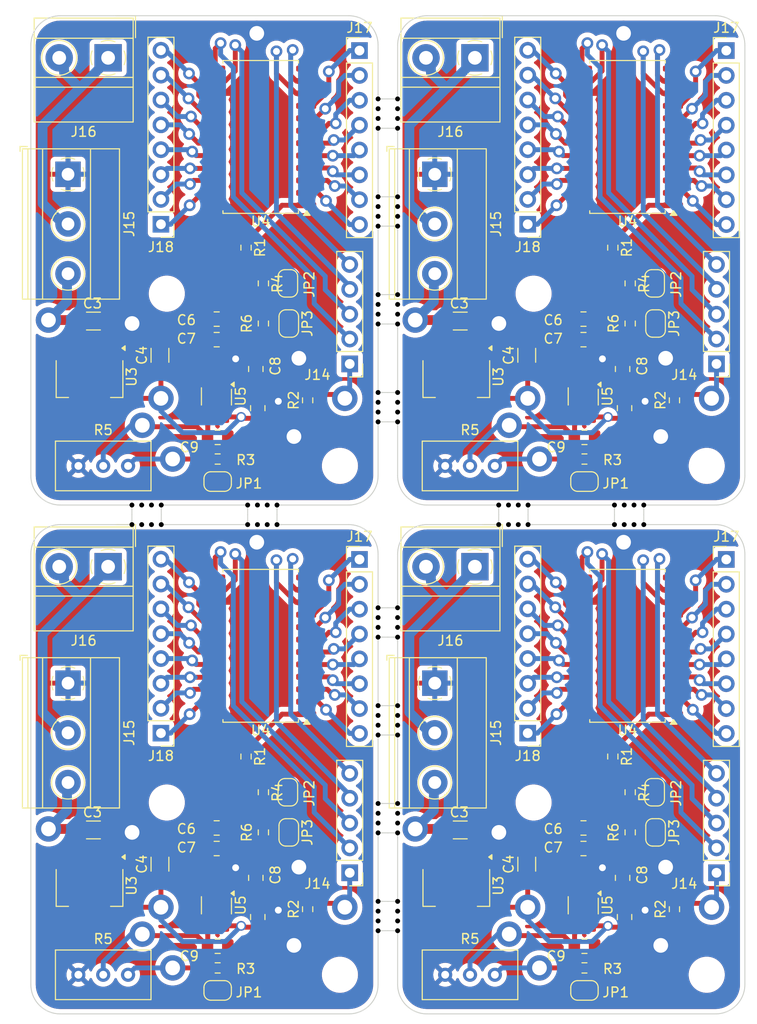
<source format=kicad_pcb>
(kicad_pcb (version 20240108) (generator "pcbnew") (generator_version "8.0")
  (layers (0 "F.Cu" signal) (31 "B.Cu" signal) (34 "B.Paste" user) (35 "F.Paste" user) (36 "B.SilkS" user "B.Silkscreen") (37 "F.SilkS" user "F.Silkscreen") (38 "B.Mask" user) (39 "F.Mask" user) (44 "Edge.Cuts" user))
  (net 0 "")
  (net 1 "Board_0-+12V")
  (net 2 "Board_0-+3.3V")
  (net 3 "Board_0-+5V")
  (net 4 "Board_0-/Analog_0")
  (net 5 "Board_0-/MUX_0")
  (net 6 "Board_0-/MUX_1")
  (net 7 "Board_0-/MUX_2")
  (net 8 "Board_0-/MUX_3")
  (net 9 "Board_0-GND")
  (net 10 "Board_0-Net-(J17-Pin_1)")
  (net 11 "Board_0-Net-(J17-Pin_2)")
  (net 12 "Board_0-Net-(J17-Pin_3)")
  (net 13 "Board_0-Net-(J17-Pin_4)")
  (net 14 "Board_0-Net-(J17-Pin_5)")
  (net 15 "Board_0-Net-(J17-Pin_6)")
  (net 16 "Board_0-Net-(J17-Pin_7)")
  (net 17 "Board_0-Net-(J17-Pin_8)")
  (net 18 "Board_0-Net-(J18-Pin_1)")
  (net 19 "Board_0-Net-(J18-Pin_2)")
  (net 20 "Board_0-Net-(J18-Pin_3)")
  (net 21 "Board_0-Net-(J18-Pin_4)")
  (net 22 "Board_0-Net-(J18-Pin_5)")
  (net 23 "Board_0-Net-(J18-Pin_6)")
  (net 24 "Board_0-Net-(J18-Pin_7)")
  (net 25 "Board_0-Net-(J18-Pin_8)")
  (net 26 "Board_0-Net-(JP1-B)")
  (net 27 "Board_0-Net-(JP2-A)")
  (net 28 "Board_0-Net-(JP2-B)")
  (net 29 "Board_0-Net-(U4-COM)")
  (net 30 "Board_0-Net-(U5--)")
  (net 31 "Board_1-+12V")
  (net 32 "Board_1-+3.3V")
  (net 33 "Board_1-+5V")
  (net 34 "Board_1-/Analog_0")
  (net 35 "Board_1-/MUX_0")
  (net 36 "Board_1-/MUX_1")
  (net 37 "Board_1-/MUX_2")
  (net 38 "Board_1-/MUX_3")
  (net 39 "Board_1-GND")
  (net 40 "Board_1-Net-(J17-Pin_1)")
  (net 41 "Board_1-Net-(J17-Pin_2)")
  (net 42 "Board_1-Net-(J17-Pin_3)")
  (net 43 "Board_1-Net-(J17-Pin_4)")
  (net 44 "Board_1-Net-(J17-Pin_5)")
  (net 45 "Board_1-Net-(J17-Pin_6)")
  (net 46 "Board_1-Net-(J17-Pin_7)")
  (net 47 "Board_1-Net-(J17-Pin_8)")
  (net 48 "Board_1-Net-(J18-Pin_1)")
  (net 49 "Board_1-Net-(J18-Pin_2)")
  (net 50 "Board_1-Net-(J18-Pin_3)")
  (net 51 "Board_1-Net-(J18-Pin_4)")
  (net 52 "Board_1-Net-(J18-Pin_5)")
  (net 53 "Board_1-Net-(J18-Pin_6)")
  (net 54 "Board_1-Net-(J18-Pin_7)")
  (net 55 "Board_1-Net-(J18-Pin_8)")
  (net 56 "Board_1-Net-(JP1-B)")
  (net 57 "Board_1-Net-(JP2-A)")
  (net 58 "Board_1-Net-(JP2-B)")
  (net 59 "Board_1-Net-(U4-COM)")
  (net 60 "Board_1-Net-(U5--)")
  (net 61 "Board_2-+12V")
  (net 62 "Board_2-+3.3V")
  (net 63 "Board_2-+5V")
  (net 64 "Board_2-/Analog_0")
  (net 65 "Board_2-/MUX_0")
  (net 66 "Board_2-/MUX_1")
  (net 67 "Board_2-/MUX_2")
  (net 68 "Board_2-/MUX_3")
  (net 69 "Board_2-GND")
  (net 70 "Board_2-Net-(J17-Pin_1)")
  (net 71 "Board_2-Net-(J17-Pin_2)")
  (net 72 "Board_2-Net-(J17-Pin_3)")
  (net 73 "Board_2-Net-(J17-Pin_4)")
  (net 74 "Board_2-Net-(J17-Pin_5)")
  (net 75 "Board_2-Net-(J17-Pin_6)")
  (net 76 "Board_2-Net-(J17-Pin_7)")
  (net 77 "Board_2-Net-(J17-Pin_8)")
  (net 78 "Board_2-Net-(J18-Pin_1)")
  (net 79 "Board_2-Net-(J18-Pin_2)")
  (net 80 "Board_2-Net-(J18-Pin_3)")
  (net 81 "Board_2-Net-(J18-Pin_4)")
  (net 82 "Board_2-Net-(J18-Pin_5)")
  (net 83 "Board_2-Net-(J18-Pin_6)")
  (net 84 "Board_2-Net-(J18-Pin_7)")
  (net 85 "Board_2-Net-(J18-Pin_8)")
  (net 86 "Board_2-Net-(JP1-B)")
  (net 87 "Board_2-Net-(JP2-A)")
  (net 88 "Board_2-Net-(JP2-B)")
  (net 89 "Board_2-Net-(U4-COM)")
  (net 90 "Board_2-Net-(U5--)")
  (net 91 "Board_3-+12V")
  (net 92 "Board_3-+3.3V")
  (net 93 "Board_3-+5V")
  (net 94 "Board_3-/Analog_0")
  (net 95 "Board_3-/MUX_0")
  (net 96 "Board_3-/MUX_1")
  (net 97 "Board_3-/MUX_2")
  (net 98 "Board_3-/MUX_3")
  (net 99 "Board_3-GND")
  (net 100 "Board_3-Net-(J17-Pin_1)")
  (net 101 "Board_3-Net-(J17-Pin_2)")
  (net 102 "Board_3-Net-(J17-Pin_3)")
  (net 103 "Board_3-Net-(J17-Pin_4)")
  (net 104 "Board_3-Net-(J17-Pin_5)")
  (net 105 "Board_3-Net-(J17-Pin_6)")
  (net 106 "Board_3-Net-(J17-Pin_7)")
  (net 107 "Board_3-Net-(J17-Pin_8)")
  (net 108 "Board_3-Net-(J18-Pin_1)")
  (net 109 "Board_3-Net-(J18-Pin_2)")
  (net 110 "Board_3-Net-(J18-Pin_3)")
  (net 111 "Board_3-Net-(J18-Pin_4)")
  (net 112 "Board_3-Net-(J18-Pin_5)")
  (net 113 "Board_3-Net-(J18-Pin_6)")
  (net 114 "Board_3-Net-(J18-Pin_7)")
  (net 115 "Board_3-Net-(J18-Pin_8)")
  (net 116 "Board_3-Net-(JP1-B)")
  (net 117 "Board_3-Net-(JP2-A)")
  (net 118 "Board_3-Net-(JP2-B)")
  (net 119 "Board_3-Net-(U4-COM)")
  (net 120 "Board_3-Net-(U5--)")
  (footprint "NPTH" (layer "F.Cu") (at 149.5 82.5)
    (property "Reference" "KiKit_MB_19_2" (hide yes))
    (property "Value" "NPTH" (hide yes))
  )
  (footprint "NPTH" (layer "F.Cu") (at 149.5 28.5)
    (property "Reference" "KiKit_MB_7_4" (hide yes))
    (property "Value" "NPTH" (hide yes))
  )
  (footprint "MountingHole:MountingHole_3.2mm_M3" (layer "F.Cu") (at 143.6 66)
    (property "Reference" "H4" (hide yes))
    (property "Value" "MountingHole")
  )
  (footprint "Capacitor_SMD:C_0805_2012Metric_Pad1.18x1.45mm_HandSolder" (layer "F.Cu") (at 135 108.1 90)
    (property "Reference" "C8")
    (property "Value" "10uF")
  )
  (footprint "MountingHole:MountingHole_3.2mm_M3" (layer "F.Cu") (at 181.1 66)
    (property "Reference" "H4" (hide yes))
    (property "Value" "MountingHole")
  )
  (footprint "Resistor_SMD:R_0603_1608Metric_Pad0.98x0.95mm_HandSolder" (layer "F.Cu") (at 171.5 43.7 -90)
    (property "Reference" "R1")
    (property "Value" "100k")
  )
  (footprint "NPTH" (layer "F.Cu") (at 149.5 112.5)
    (property "Reference" "KiKit_MB_22_2" (hide yes))
    (property "Value" "NPTH" (hide yes))
  )
  (footprint "Resistor_SMD:R_0603_1608Metric_Pad0.98x0.95mm_HandSolder" (layer "F.Cu") (at 134 43.7 -90)
    (property "Reference" "R1")
    (property "Value" "100k")
  )
  (footprint "Resistor_SMD:R_0603_1608Metric_Pad0.98x0.95mm_HandSolder" (layer "F.Cu") (at 140.3 59.3 90)
    (property "Reference" "R2")
    (property "Value" "10k")
  )
  (footprint "NPTH" (layer "F.Cu") (at 147.5 80.5)
    (property "Reference" "KiKit_MB_13_1" (hide yes))
    (property "Value" "NPTH" (hide yes))
  )
  (footprint "Capacitor_SMD:C_0805_2012Metric_Pad1.18x1.45mm_HandSolder" (layer "F.Cu") (at 131 105.1)
    (property "Reference" "C7")
    (property "Value" "100nF")
  )
  (footprint "NPTH" (layer "F.Cu") (at 149.5 90.5)
    (property "Reference" "KiKit_MB_20_4" (hide yes))
    (property "Value" "NPTH" (hide yes))
  )
  (footprint "NPTH" (layer "F.Cu") (at 149.5 93.5)
    (property "Reference" "KiKit_MB_20_1" (hide yes))
    (property "Value" "NPTH" (hide yes))
  )
  (footprint "NPTH" (layer "F.Cu") (at 149.5 30.5)
    (property "Reference" "KiKit_MB_7_2" (hide yes))
    (property "Value" "NPTH" (hide yes))
  )
  (footprint "Capacitor_SMD:C_0805_2012Metric_Pad1.18x1.45mm_HandSolder" (layer "F.Cu") (at 131 51)
    (property "Reference" "C6")
    (property "Value" "10uF")
  )
  (footprint "Jumper:SolderJumper-2_P1.3mm_Bridged_RoundedPad1.0x1.5mm" (layer "F.Cu") (at 138.275 99.35 90)
    (property "Reference" "JP2")
    (property "Value" "Solder _Bridge")
  )
  (footprint "Connector_PinHeader_2.54mm:PinHeader_1x08_P2.54mm_Vertical" (layer "F.Cu") (at 162.8 41.31 180)
    (property "Reference" "J18")
    (property "Value" "Conn_01x08")
  )
  (footprint "NPTH" (layer "F.Cu") (at 162.833333 70)
    (property "Reference" "KiKit_MB_11_1" (hide yes))
    (property "Value" "NPTH" (hide yes))
  )
  (footprint "Jumper:SolderJumper-2_P1.3mm_Bridged_RoundedPad1.0x1.5mm" (layer "F.Cu") (at 168.6 119.6 180)
    (property "Reference" "JP1")
    (property "Value" "Solder _Bridge")
  )
  (footprint "Package_SO:SOIC-24W_7.5x15.4mm_P1.27mm" (layer "F.Cu") (at 173 32.385 180)
    (property "Reference" "U4")
    (property "Value" "CD74HCT4067QM96Q")
  )
  (footprint "Jumper:SolderJumper-2_P1.3mm_Bridged_RoundedPad1.0x1.5mm" (layer "F.Cu") (at 168.6 67.6 180)
    (property "Reference" "JP1")
    (property "Value" "Solder _Bridge")
  )
  (footprint "Capacitor_SMD:C_0805_2012Metric_Pad1.18x1.45mm_HandSolder" (layer "F.Cu") (at 172.5 108.1 90)
    (property "Reference" "C8")
    (property "Value" "10uF")
  )
  (footprint "MountingHole:MountingHole_3.2mm_M3" (layer "F.Cu") (at 125.9 100.4)
    (property "Reference" "H5" (hide yes))
    (property "Value" "MountingHole")
  )
  (footprint "NPTH" (layer "F.Cu") (at 147.5 38.5)
    (property "Reference" "KiKit_MB_2_1" (hide yes))
    (property "Value" "NPTH" (hide yes))
  )
  (footprint "NPTH" (layer "F.Cu") (at 149.5 41.5)
    (property "Reference" "KiKit_MB_8_1" (hide yes))
    (property "Value" "NPTH" (hide yes))
  )
  (footprint "NPTH" (layer "F.Cu") (at 172.666666 70)
    (property "Reference" "KiKit_MB_12_3" (hide yes))
    (property "Value" "NPTH" (hide yes))
  )
  (footprint "NPTH" (layer "F.Cu") (at 161.833333 72)
    (property "Reference" "KiKit_MB_23_3" (hide yes))
    (property "Value" "NPTH" (hide yes))
  )
  (footprint "NPTH" (layer "F.Cu") (at 147.5 39.5)
    (property "Reference" "KiKit_MB_2_2" (hide yes))
    (property "Value" "NPTH" (hide yes))
  )
  (footprint "TerminalBlock_MetzConnect:TerminalBlock_MetzConnect_Type011_RT05502HBWC_1x02_P5.00mm_Horizontal" (layer "F.Cu") (at 157.4 76.3 180)
    (property "Reference" "J16")
    (property "Value" "Screw_Terminal_01x02")
  )
  (footprint "Jumper:SolderJumper-2_P1.3mm_Bridged_RoundedPad1.0x1.5mm" (layer "F.Cu") (at 131.1 119.6 180)
    (property "Reference" "JP1")
    (property "Value" "Solder _Bridge")
  )
  (footprint "NPTH" (layer "F.Cu") (at 160.833333 70)
    (property "Reference" "KiKit_MB_11_3" (hide yes))
    (property "Value" "NPTH" (hide yes))
  )
  (footprint "NPTH" (layer "F.Cu") (at 149.5 49.5)
    (property "Reference" "KiKit_MB_9_3" (hide yes))
    (property "Value" "NPTH" (hide yes))
  )
  (footprint "NPTH" (layer "F.Cu") (at 147.5 59.5)
    (property "Reference" "KiKit_MB_4_2" (hide yes))
    (property "Value" "NPTH" (hide yes))
  )
  (footprint "NPTH" (layer "F.Cu") (at 149.5 80.5)
    (property "Reference" "KiKit_MB_19_4" (hide yes))
    (property "Value" "NPTH" (hide yes))
  )
  (footprint "NPTH" (layer "F.Cu") (at 147.5 100.5)
    (property "Reference" "KiKit_MB_15_1" (hide yes))
    (property "Value" "NPTH" (hide yes))
  )
  (footprint "Connector_PinHeader_2.54mm:PinHeader_1x05_P2.54mm_Vertical" (layer "F.Cu") (at 182.1 55.58 180)
    (property "Reference" "J14")
    (property "Value" "Analog 0")
  )
  (footprint "NPTH" (layer "F.Cu") (at 122.333334 70)
    (property "Reference" "KiKit_MB_5_4" (hide yes))
    (property "Value" "NPTH" (hide yes))
  )
  (footprint "Capacitor_SMD:C_1206_3216Metric" (layer "F.Cu") (at 118.4 103.2)
    (property "Reference" "C3")
    (property "Value" "10uF")
  )
  (footprint "Resistor_SMD:R_0603_1608Metric_Pad0.98x0.95mm_HandSolder" (layer "F.Cu") (at 168.6 65.3 180)
    (property "Reference" "R3")
    (property "Value" "100k")
  )
  (footprint "NPTH" (layer "F.Cu") (at 147.5 81.5)
    (property "Reference" "KiKit_MB_13_2" (hide yes))
    (property "Value" "NPTH" (hide yes))
  )
  (footprint "NPTH" (layer "F.Cu") (at 147.5 28.5)
    (property "Reference" "KiKit_MB_1_1" (hide yes))
    (property "Value" "NPTH" (hide yes))
  )
  (footprint "Capacitor_SMD:C_0805_2012Metric_Pad1.18x1.45mm_HandSolder" (layer "F.Cu") (at 168.5 103)
    (property "Reference" "C6")
    (property "Value" "10uF")
  )
  (footprint "NPTH" (layer "F.Cu") (at 125.333334 70)
    (property "Reference" "KiKit_MB_5_1" (hide yes))
    (property "Value" "NPTH" (hide yes))
  )
  (footprint "NPTH" (layer "F.Cu") (at 160.833333 72)
    (property "Reference" "KiKit_MB_23_2" (hide yes))
    (property "Value" "NPTH" (hide yes))
  )
  (footprint "NPTH" (layer "F.Cu") (at 149.5 111.5)
    (property "Reference" "KiKit_MB_22_3" (hide yes))
    (property "Value" "NPTH" (hide yes))
  )
  (footprint "Capacitor_SMD:C_0805_2012Metric_Pad1.18x1.45mm_HandSolder" (layer "F.Cu") (at 168.5 51)
    (property "Reference" "C6")
    (property "Value" "10uF")
  )
  (footprint "Jumper:SolderJumper-2_P1.3mm_Bridged_RoundedPad1.0x1.5mm" (layer "F.Cu") (at 138.37 103.45 90)
    (property "Reference" "JP3")
    (property "Value" "Solder _Bridge")
  )
  (footprint "NPTH" (layer "F.Cu") (at 147.5 50.5)
    (property "Reference" "KiKit_MB_3_3" (hide yes))
    (property "Value" "NPTH" (hide yes))
  )
  (footprint "NPTH" (layer "F.Cu") (at 122.333334 72)
    (property "Reference" "KiKit_MB_17_1" (hide yes))
    (property "Value" "NPTH" (hide yes))
  )
  (footprint "NPTH" (layer "F.Cu") (at 136.166666 72)
    (property "Reference" "KiKit_MB_18_3" (hide yes))
    (property "Value" "NPTH" (hide yes))
  )
  (footprint "NPTH" (layer "F.Cu") (at 135.166666 72)
    (property "Reference" "KiKit_MB_18_2" (hide yes))
    (property "Value" "NPTH" (hide yes))
  )
  (footprint "Jumper:SolderJumper-2_P1.3mm_Bridged_RoundedPad1.0x1.5mm" (layer "F.Cu") (at 175.775 47.35 90)
    (property "Reference" "JP2")
    (property "Value" "Solder _Bridge")
  )
  (footprint "Connector_PinHeader_2.54mm:PinHeader_1x05_P2.54mm_Vertical" (layer "F.Cu") (at 144.6 55.58 180)
    (property "Reference" "J14")
    (property "Value" "Analog 0")
  )
  (footprint "Potentiometer_THT:Potentiometer_Bourns_3296W_Vertical" (layer "F.Cu") (at 159.44 66)
    (property "Reference" "R5")
    (property "Value" "R_Trim")
  )
  (footprint "NPTH" (layer "F.Cu") (at 147.5 93.5)
    (property "Reference" "KiKit_MB_14_4" (hide yes))
    (property "Value" "NPTH" (hide yes))
  )
  (footprint "NPTH" (layer "F.Cu") (at 147.5 30.5)
    (property "Reference" "KiKit_MB_1_3" (hide yes))
    (property "Value" "NPTH" (hide yes))
  )
  (footprint "Resistor_SMD:R_0603_1608Metric_Pad0.98x0.95mm_HandSolder" (layer "F.Cu") (at 171.5 95.7 -90)
    (property "Reference" "R1")
    (property "Value" "100k")
  )
  (footprint "NPTH" (layer "F.Cu") (at 159.833333 72)
    (property "Reference" "KiKit_MB_23_1" (hide yes))
    (property "Value" "NPTH" (hide yes))
  )
  (footprint "NPTH" (layer "F.Cu") (at 149.5 59.5)
    (property "Reference" "KiKit_MB_10_3" (hide yes))
    (property "Value" "NPTH" (hide yes))
  )
  (footprint "NPTH" (layer "F.Cu") (at 149.5 31.5)
    (property "Reference" "KiKit_MB_7_1" (hide yes))
    (property "Value" "NPTH" (hide yes))
  )
  (footprint "NPTH" (layer "F.Cu") (at 147.5 51.5)
    (property "Reference" "KiKit_MB_3_4" (hide yes))
    (property "Value" "NPTH" (hide yes))
  )
  (footprint "NPTH" (layer "F.Cu") (at 149.5 102.5)
    (property "Reference" "KiKit_MB_21_2" (hide yes))
    (property "Value" "NPTH" (hide yes))
  )
  (footprint "Capacitor_SMD:C_0805_2012Metric_Pad1.18x1.45mm_HandSolder" (layer "F.Cu") (at 168.5 105.1)
    (property "Reference" "C7")
    (property "Value" "100nF")
  )
  (footprint "NPTH" (layer "F.Cu") (at 147.5 103.5)
    (property "Reference" "KiKit_MB_15_4" (hide yes))
    (property "Value" "NPTH" (hide yes))
  )
  (footprint "Resistor_SMD:R_0603_1608Metric_Pad0.98x0.95mm_HandSolder" (layer "F.Cu") (at 135.775 103.45 -90)
    (property "Reference" "R6")
    (property "Value" "100k")
  )
  (footprint "MountingHole:MountingHole_3.2mm_M3" (layer "F.Cu") (at 163.4 100.4)
    (property "Reference" "H5" (hide yes))
    (property "Value" "MountingHole")
  )
  (footprint "Jumper:SolderJumper-2_P1.3mm_Bridged_RoundedPad1.0x1.5mm" (layer "F.Cu") (at 138.275 47.35 90)
    (property "Reference" "JP2")
    (property "Value" "Solder _Bridge")
  )
  (footprint "NPTH" (layer "F.Cu") (at 124.333334 70)
    (property "Reference" "KiKit_MB_5_2" (hide yes))
    (property "Value" "NPTH" (hide yes))
  )
  (footprint "NPTH" (layer "F.Cu") (at 147.5 48.5)
    (property "Reference" "KiKit_MB_3_1" (hide yes))
    (property "Value" "NPTH" (hide yes))
  )
  (footprint "NPTH" (layer "F.Cu") (at 149.5 48.5)
    (property "Reference" "KiKit_MB_9_4" (hide yes))
    (property "Value" "NPTH" (hide yes))
  )
  (footprint "TerminalBlock_Phoenix:TerminalBlock_Phoenix_MKDS-1,5-3-5.08_1x03_P5.08mm_Horizontal" (layer "F.Cu") (at 115.8 36.2 -90)
    (property "Reference" "J15")
    (property "Value" "Screw_Terminal_01x04")
  )
  (footprint "NPTH" (layer "F.Cu") (at 137.166666 70)
    (property "Reference" "KiKit_MB_6_1" (hide yes))
    (property "Value" "NPTH" (hide yes))
  )
  (footprint "NPTH" (layer "F.Cu") (at 149.5 61.5)
    (property "Reference" "KiKit_MB_10_1" (hide yes))
    (property "Value" "NPTH" (hide yes))
  )
  (footprint "NPTH" (layer "F.Cu") (at 173.666666 72)
    (property "Reference" "KiKit_MB_24_3" (hide yes))
    (property "Value" "NPTH" (hide yes))
  )
  (footprint "Capacitor_SMD:C_0805_2012Metric_Pad1.18x1.45mm_HandSolder" (layer "F.Cu") (at 135 56.1 90)
    (property "Reference" "C8")
    (property "Value" "10uF")
  )
  (footprint "Package_TO_SOT_SMD:TSOT-23-5_HandSoldering" (layer "F.Cu") (at 131 58.9 -90)
    (property "Reference" "U5")
    (property "Value" "OPA607Q1")
  )
  (footprint "NPTH" (layer "F.Cu") (at 123.333334 72)
    (property "Reference" "KiKit_MB_17_2" (hide yes))
    (property "Value" "NPTH" (hide yes))
  )
  (footprint "Resistor_SMD:R_0603_1608Metric_Pad0.98x0.95mm_HandSolder" (layer "F.Cu") (at 168.6 117.3 180)
    (property "Reference" "R3")
    (property "Value" "100k")
  )
  (footprint "Capacitor_SMD:C_1206_3216Metric" (layer "F.Cu") (at 162.7 54.7 90)
    (property "Reference" "C4")
    (property "Value" "10uF" (hide yes))
  )
  (footprint "NPTH" (layer "F.Cu") (at 135.166666 70)
    (property "Reference" "KiKit_MB_6_3" (hide yes))
    (property "Value" "NPTH" (hide yes))
  )
  (footprint "Jumper:SolderJumper-2_P1.3mm_Bridged_RoundedPad1.0x1.5mm" (layer "F.Cu") (at 175.775 99.35 90)
    (property "Reference" "JP2")
    (property "Value" "Solder _Bridge")
  )
  (footprint "Connector_PinHeader_2.54mm:PinHeader_1x08_P2.54mm_Vertical" (layer "F.Cu") (at 183.1 75.56)
    (property "Reference" "J17")
    (property "Value" "Conn_01x08" (hide yes))
  )
  (footprint "Capacitor_SMD:C_0805_2012Metric_Pad1.18x1.45mm_HandSolder" (layer "F.Cu") (at 131 103)
    (property "Reference" "C6")
    (property "Value" "10uF")
  )
  (footprint "NPTH" (layer "F.Cu") (at 147.5 31.5)
    (property "Reference" "KiKit_MB_1_4" (hide yes))
    (property "Value" "NPTH" (hide yes))
  )
  (footprint "NPTH" (layer "F.Cu") (at 147.5 49.5)
    (property "Reference" "KiKit_MB_3_2" (hide yes))
    (property "Value" "NPTH" (hide yes))
  )
  (footprint "NPTH" (layer "F.Cu") (at 149.5 38.5)
    (property "Reference" "KiKit_MB_8_4" (hide yes))
    (property "Value" "NPTH" (hide yes))
  )
  (footprint "NPTH" (layer "F.Cu") (at 147.5 90.5)
    (property "Reference" "KiKit_MB_14_1" (hide yes))
    (property "Value" "NPTH" (hide yes))
  )
  (footprint "Capacitor_SMD:C_0805_2012Metric_Pad1.18x1.45mm_HandSolder" (layer "F.Cu") (at 168.6 63.084886)
    (property "Reference" "C9")
    (property "Value" "1pF")
  )
  (footprint "NPTH" (layer "F.Cu") (at 161.833333 70)
    (property "Reference" "KiKit_MB_11_2" (hide yes))
    (property "Value" "NPTH" (hide yes))
  )
  (footprint "Connector_PinHeader_2.54mm:PinHeader_1x05_P2.54mm_Vertical" (layer "F.Cu") (at 144.6 107.58 180)
    (property "Reference" "J14")
    (property "Value" "Analog 0")
  )
  (footprint "Jumper:SolderJumper-2_P1.3mm_Bridged_RoundedPad1.0x1.5mm" (layer "F.Cu") (at 138.37 51.45 90)
    (property "Reference" "JP3")
    (property "Value" "Solder _Bridge")
  )
  (footprint "NPTH" (layer "F.Cu") (at 147.5 41.5)
    (property "Reference" "KiKit_MB_2_4" (hide yes))
    (property "Value" "NPTH" (hide yes))
  )
  (footprint "Capacitor_SMD:C_1206_3216Metric" (layer "F.Cu") (at 118.4 51.2)
    (property "Reference" "C3")
    (property "Value" "10uF")
  )
  (footprint "NPTH" (layer "F.Cu") (at 125.333334 72)
    (property "Reference" "KiKit_MB_17_4" (hide yes))
    (property "Value" "NPTH" (hide yes))
  )
  (footprint "Connector_PinHeader_2.54mm:PinHeader_1x08_P2.54mm_Vertical" (layer "F.Cu") (at 145.6 75.56)
    (property "Reference" "J17")
    (property "Value" "Conn_01x08" (hide yes))
  )
  (footprint "TerminalBlock_MetzConnect:TerminalBlock_MetzConnect_Type011_RT05502HBWC_1x02_P5.00mm_Horizontal" (layer "F.Cu") (at 119.9 24.3 180)
    (property "Reference" "J16")
    (property "Value" "Screw_Terminal_01x02")
  )
  (footprint "NPTH" (layer "F.Cu") (at 149.5 50.5)
    (property "Reference" "KiKit_MB_9_2" (hide yes))
    (property "Value" "NPTH" (hide yes))
  )
  (footprint "NPTH" (layer "F.Cu") (at 174.666666 70)
    (property "Reference" "KiKit_MB_12_1" (hide yes))
    (property "Value" "NPTH" (hide yes))
  )
  (footprint "NPTH" (layer "F.Cu") (at 174.666666 72)
    (property "Reference" "KiKit_MB_24_4" (hide yes))
    (property "Value" "NPTH" (hide yes))
  )
  (footprint "Package_SO:SOIC-24W_7.5x15.4mm_P1.27mm" (layer "F.Cu") (at 173 84.385 180)
    (property "Reference" "U4")
    (property "Value" "CD74HCT4067QM96Q")
  )
  (footprint "Resistor_SMD:R_0603_1608Metric_Pad0.98x0.95mm_HandSolder" (layer "F.Cu") (at 135.775 99.35 -90)
    (property "Reference" "R4")
    (property "Value" "100k")
  )
  (footprint "Resistor_SMD:R_0603_1608Metric_Pad0.98x0.95mm_HandSolder" (layer "F.Cu") (at 135.775 51.45 -90)
    (property "Reference" "R6")
    (property "Value" "100k")
  )
  (footprint "MountingHole:MountingHole_3.2mm_M3" (layer "F.Cu") (at 125.9 48.4)
    (property "Reference" "H5" (hide yes))
    (property "Value" "MountingHole")
  )
  (footprint "NPTH" (layer "F.Cu") (at 147.5 92.5)
    (property "Reference" "KiKit_MB_14_3" (hide yes))
    (property "Value" "NPTH" (hide yes))
  )
  (footprint "Connector_PinHeader_2.54mm:PinHeader_1x08_P2.54mm_Vertical" (layer "F.Cu") (at 125.3 41.31 180)
    (property "Reference" "J18")
    (property "Value" "Conn_01x08")
  )
  (footprint "TerminalBlock_MetzConnect:TerminalBlock_MetzConnect_Type011_RT05502HBWC_1x02_P5.00mm_Horizontal" (layer "F.Cu") (at 119.9 76.3 180)
    (property "Reference" "J16")
    (property "Value" "Screw_Terminal_01x02")
  )
  (footprint "Resistor_SMD:R_0603_1608Metric_Pad0.98x0.95mm_HandSolder" (layer "F.Cu") (at 131.1 65.3 180)
    (property "Reference" "R3")
    (property "Value" "100k")
  )
  (footprint "NPTH" (layer "F.Cu") (at 147.5 110.5)
    (property "Reference" "KiKit_MB_16_1" (hide yes))
    (property "Value" "NPTH" (hide yes))
  )
  (footprint "Resistor_SMD:R_0603_1608Metric_Pad0.98x0.95mm_HandSolder" (layer "F.Cu") (at 134 95.7 -90)
    (property "Reference" "R1")
    (property "Value" "100k")
  )
  (footprint "NPTH" (layer "F.Cu") (at 147.5 102.5)
    (property "Reference" "KiKit_MB_15_3" (hide yes))
    (property "Value" "NPTH" (hide yes))
  )
  (footprint "Connector_PinHeader_2.54mm:PinHeader_1x08_P2.54mm_Vertical" (layer "F.Cu") (at 145.6 23.56)
    (property "Reference" "J17")
    (property "Value" "Conn_01x08" (hide yes))
  )
  (footprint "Capacitor_SMD:C_1206_3216Metric" (layer "F.Cu") (at 162.7 106.7 90)
    (property "Reference" "C4")
    (property "Value" "10uF" (hide yes))
  )
  (footprint "Potentiometer_THT:Potentiometer_Bourns_3296W_Vertical" (layer "F.Cu") (at 159.44 118)
    (property "Reference" "R5")
    (property "Value" "R_Trim")
  )
  (footprint "NPTH" (layer "F.Cu") (at 149.5 101.5)
    (property "Reference" "KiKit_MB_21_3" (hide yes))
    (property "Value" "NPTH" (hide yes))
  )
  (footprint "NPTH" (layer "F.Cu") (at 147.5 83.5)
    (property "Reference" "KiKit_MB_13_4" (hide yes))
    (property "Value" "NPTH" (hide yes))
  )
  (footprint "NPTH" (layer "F.Cu") (at 172.666666 72)
    (property "Reference" "KiKit_MB_24_2" (hide yes))
    (property "Value" "NPTH" (hide yes))
  )
  (footprint "Package_TO_SOT_SMD:SOT-223-3_TabPin2" (layer "F.Cu") (at 155.5 109.1 -90)
    (property "Reference" "U3")
    (property "Value" "AMS1117-3.3")
  )
  (footprint "NPTH" (layer "F.Cu") (at 159.833333 70)
    (property "Reference" "KiKit_MB_11_4" (hide yes))
    (property "Value" "NPTH" (hide yes))
  )
  (footprint "NPTH" (layer "F.Cu") (at 173.666666 70)
    (property "Reference" "KiKit_MB_12_2" (hide yes))
    (property "Value" "NPTH" (hide yes))
  )
  (footprint "Capacitor_SMD:C_1206_3216Metric" (layer "F.Cu") (at 155.9 103.2)
    (property "Reference" "C3")
    (property "Value" "10uF")
  )
  (footprint "NPTH" (layer "F.Cu") (at 147.5 60.5)
    (property "Reference" "KiKit_MB_4_3" (hide yes))
    (property "Value" "NPTH" (hide yes))
  )
  (footprint "Package_TO_SOT_SMD:SOT-223-3_TabPin2" (layer "F.Cu") (at 118 109.1 -90)
    (property "Reference" "U3")
    (property "Value" "AMS1117-3.3")
  )
  (footprint "NPTH" (layer "F.Cu") (at 162.833333 72)
    (property "Reference" "KiKit_MB_23_4" (hide yes))
    (property "Value" "NPTH" (hide yes))
  )
  (footprint "Capacitor_SMD:C_0805_2012Metric_Pad1.18x1.45mm_HandSolder" (layer "F.Cu") (at 131.1 115.084886)
    (property "Reference" "C9")
    (property "Value" "1pF")
  )
  (footprint "Capacitor_SMD:C_0805_2012Metric_Pad1.18x1.45mm_HandSolder" (layer "F.Cu") (at 135.2 60.1 -90)
    (property "Reference" "C5" (hide yes))
    (property "Value" "100nF")
  )
  (footprint "Connector_PinHeader_2.54mm:PinHeader_1x08_P2.54mm_Vertical" (layer "F.Cu") (at 125.3 93.31 180)
    (property "Reference" "J18")
    (property "Value" "Conn_01x08")
  )
  (footprint "NPTH" (layer "F.Cu") (at 134.166666 72)
    (property "Reference" "KiKit_MB_18_1" (hide yes))
    (property "Value" "NPTH" (hide yes))
  )
  (footprint "Package_TO_SOT_SMD:TSOT-23-5_HandSoldering" (layer "F.Cu") (at 168.5 110.9 -90)
    (property "Reference" "U5")
    (property "Value" "OPA607Q1")
  )
  (footprint "Potentiometer_THT:Potentiometer_Bourns_3296W_Vertical" (layer "F.Cu") (at 121.94 118)
    (property "Reference" "R5")
    (property "Value" "R_Trim")
  )
  (footprint "Jumper:SolderJumper-2_P1.3mm_Bridged_RoundedPad1.0x1.5mm" (layer "F.Cu") (at 175.87 51.45 90)
    (property "Reference" "JP3")
    (property "Value" "Solder _Bridge")
  )
  (footprint "NPTH" (layer "F.Cu") (at 123.333334 70)
    (property "Reference" "KiKit_MB_5_3" (hide yes))
    (property "Value" "NPTH" (hide yes))
  )
  (footprint "NPTH" (layer "F.Cu") (at 149.5 58.5)
    (property "Reference" "KiKit_MB_10_4" (hide yes))
    (property "Value" "NPTH" (hide yes))
  )
  (footprint "Resistor_SMD:R_0603_1608Metric_Pad0.98x0.95mm_HandSolder" (layer "F.Cu") (at 173.275 99.35 -90)
    (property "Reference" "R4")
    (property "Value" "100k")
  )
  (footprint "Capacitor_SMD:C_0805_2012Metric_Pad1.18x1.45mm_HandSolder" (layer "F.Cu") (at 168.6 115.084886)
    (property "Reference" "C9")
    (property "Value" "1pF")
  )
  (footprint "NPTH" (layer "F.Cu") (at 147.5 111.5)
    (property "Reference" "KiKit_MB_16_2" (hide yes))
    (property "Value" "NPTH" (hide yes))
  )
  (footprint "Capacitor_SMD:C_1206_3216Metric" (layer "F.Cu") (at 125.2 54.7 90)
    (property "Reference" "C4")
    (property "Value" "10uF" (hide yes))
  )
  (footprint "NPTH" (layer "F.Cu") (at 149.5 103.5)
    (property "Reference" "KiKit_MB_21_1" (hide yes))
    (property "Value" "NPTH" (hide yes))
  )
  (footprint "Resistor_SMD:R_0603_1608Metric_Pad0.98x0.95mm_HandSolder" (layer "F.Cu") (at 173.275 51.45 -90)
    (property "Reference" "R6")
    (property "Value" "100k")
  )
  (footprint "Jumper:SolderJumper-2_P1.3mm_Bridged_RoundedPad1.0x1.5mm" (layer "F.Cu") (at 175.87 103.45 90)
    (property "Reference" "JP3")
    (property "Value" "Solder _Bridge")
  )
  (footprint "Capacitor_SMD:C_0805_2012Metric_Pad1.18x1.45mm_HandSolder" (layer "F.Cu") (at 131.1 63.084886)
    (property "Reference" "C9")
    (property "Value" "1pF")
  )
  (footprint "Resistor_SMD:R_0603_1608Metric_Pad0.98x0.95mm_HandSolder" (layer "F.Cu") (at 131.1 117.3 180)
    (property "Reference" "R3")
    (property "Value" "100k")
  )
  (footprint "TerminalBlock_Phoenix:TerminalBlock_Phoenix_MKDS-1,5-3-5.08_1x03_P5.08mm_Horizontal" (layer "F.Cu") (at 153.3 88.2 -90)
    (property "Reference" "J15")
    (property "Value" "Screw_Terminal_01x04")
  )
  (footprint "MountingHole:MountingHole_3.2mm_M3" (layer "F.Cu") (at 181.1 118)
    (property "Reference" "H4" (hide yes))
    (property "Value" "MountingHole")
  )
  (footprint "NPTH" (layer "F.Cu") (at 149.5 40.5)
    (property "Reference" "KiKit_MB_8_2" (hide yes))
    (property "Value" "NPTH" (hide yes))
  )
  (footprint "Package_TO_SOT_SMD:SOT-223-3_TabPin2" (layer "F.Cu") (at 155.5 57.1 -90)
    (property "Reference" "U3")
    (property "Value" "AMS1117-3.3")
  )
  (footprint "NPTH" (layer "F.Cu") (at 147.5 40.5)
    (property "Reference" "KiKit_MB_2_3" (hide yes))
    (property "Value" "NPTH" (hide yes))
  )
  (footprint "TerminalBlock_MetzConnect:TerminalBlock_MetzConnect_Type011_RT05502HBWC_1x02_P5.00mm_Horizontal" (layer "F.Cu") (at 157.4 24.3 180)
    (property "Reference" "J16")
    (property "Value" "Screw_Terminal_01x02")
  )
  (footprint "Package_TO_SOT_SMD:SOT-223-3_TabPin2" (layer "F.Cu") (at 118 57.1 -90)
    (property "Reference" "U3")
    (property "Value" "AMS1117-3.3")
  )
  (footprint "NPTH" (layer "F.Cu") (at 147.5 112.5)
    (property "Reference" "KiKit_MB_16_3" (hide yes))
    (property "Value" "NPTH" (hide yes))
  )
  (footprint "NPTH" (layer "F.Cu") (at 149.5 91.5)
    (property "Reference" "KiKit_MB_20_3" (hide yes))
    (property "Value" "NPTH" (hide yes))
  )
  (footprint "NPTH" (layer "F.Cu") (at 149.5 110.5)
    (property "Reference" "KiKit_MB_22_4" (hide yes))
    (property "Value" "NPTH" (hide yes))
  )
  (footprint "Resistor_SMD:R_0603_1608Metric_Pad0.98x0.95mm_HandSolder" (layer "F.Cu") (at 173.275 103.45 -90)
    (property "Reference" "R6")
    (property "Value" "100k")
  )
  (footprint "NPTH" (layer "F.Cu") (at 149.5 100.5)
    (property "Reference" "KiKit_MB_21_4" (hide yes))
    (property "Value" "NPTH" (hide yes))
  )
  (footprint "Resistor_SMD:R_0603_1608Metric_Pad0.98x0.95mm_HandSolder" (layer "F.Cu") (at 177.8 111.3 90)
    (property "Reference" "R2")
    (property "Value" "10k")
  )
  (footprint "NPTH" (layer "F.Cu") (at 149.5 29.5)
    (property "Reference" "KiKit_MB_7_3" (hide yes))
    (property "Value" "NPTH" (hide yes))
  )
  (footprint "NPTH" (layer "F.Cu") (at 136.166666 70)
    (property "Reference" "KiKit_MB_6_2" (hide yes))
    (property "Value" "NPTH" (hide yes))
  )
  (footprint "NPTH" (layer "F.Cu") (at 147.5 101.5)
    (property "Reference" "KiKit_MB_15_2" (hide yes))
    (property "Value" "NPTH" (hide yes))
  )
  (footprint "Connector_PinHeader_2.54mm:PinHeader_1x05_P2.54mm_Vertical" (layer "F.Cu") (at 182.1 107.58 180)
    (property "Reference" "J14")
    (property "Value" "Analog 0")
  )
  (footprint "NPTH" (layer "F.Cu") (at 149.5 92.5)
    (property "Reference" "KiKit_MB_20_2" (hide yes))
    (property "Value" "NPTH" (hide yes))
  )
  (footprint "NPTH" (layer "F.Cu") (at 149.5 113.5)
    (property "Reference" "KiKit_MB_22_1" (hide yes))
    (property "Value" "NPTH" (hide yes))
  )
  (footprint "Capacitor_SMD:C_1206_3216Metric" (layer "F.Cu") (at 155.9 51.2)
    (property "Reference" "C3")
    (property "Value" "10uF")
  )
  (footprint "Resistor_SMD:R_0603_1608Metric_Pad0.98x0.95mm_HandSolder" (layer "F.Cu") (at 135.775 47.35 -90)
    (property "Reference" "R4")
    (property "Value" "100k")
  )
  (footprint "MountingHole:MountingHole_3.2mm_M3" (layer "F.Cu") (at 143.6 118)
    (property "Reference" "H4" (hide yes))
    (property "Value" "MountingHole")
  )
  (footprint "NPTH" (layer "F.Cu") (at 137.166666 72)
    (property "Reference" "KiKit_MB_18_4" (hide yes))
    (property "Value" "NPTH" (hide yes))
  )
  (footprint "NPTH" (layer "F.Cu") (at 149.5 81.5)
    (property "Reference" "KiKit_MB_19_3" (hide yes))
    (property "Value" "NPTH" (hide yes))
  )
  (footprint "NPTH" (layer "F.Cu") (at 171.666666 72)
    (property "Reference" "KiKit_MB_24_1" (hide yes))
    (property "Value" "NPTH" (hide yes))
  )
  (footprint "NPTH" (layer "F.Cu") (at 149.5 39.5)
    (property "Reference" "KiKit_MB_8_3" (hide yes))
    (property "Value" "NPTH" (hide yes))
  )
  (footprint "NPTH" (layer "F.Cu") (at 147.5 61.5)
    (property "Reference" "KiKit_MB_4_4" (hide yes))
    (property "Value" "NPTH" (hide yes))
  )
  (footprint "NPTH" (layer "F.Cu") (at 149.5 51.5)
    (property "Reference" "KiKit_MB_9_1" (hide yes))
    (property "Value" "NPTH" (hide yes))
  )
  (footprint "Package_SO:SOIC-24W_7.5x15.4mm_P1.27mm" (layer "F.Cu") (at 135.5 84.385 180)
    (property "Reference" "U4")
    (property "Value" "CD74HCT4067QM96Q")
  )
  (footprint "NPTH" (layer "F.Cu") (at 147.5 113.5)
    (property "Reference" "KiKit_MB_16_4" (hide yes))
    (property "Value" "NPTH" (hide yes))
  )
  (footprint "NPTH" (layer "F.Cu") (at 149.5 83.5)
    (property "Reference" "KiKit_MB_19_1" (hide yes))
    (property "Value" "NPTH" (hide yes))
  )
  (footprint "NPTH" (layer "F.Cu") (at 147.5 91.5)
    (property "Reference" "KiKit_MB_14_2" (hide yes))
    (property "Value" "NPTH" (hide yes))
  )
  (footprint "Capacitor_SMD:C_0805_2012Metric_Pad1.18x1.45mm_HandSolder" (layer "F.Cu") (at 172.7 112.1 -90)
    (property "Reference" "C5" (hide yes))
    (property "Value" "100nF")
  )
  (footprint "NPTH" (layer "F.Cu") (at 124.333334 72)
    (property "Reference" "KiKit_MB_17_3" (hide yes))
    (property "Value" "NPTH" (hide yes))
  )
  (footprint "Jumper:SolderJumper-2_P1.3mm_Bridged_RoundedPad1.0x1.5mm" (layer "F.Cu") (at 131.1 67.6 180)
    (property "Reference" "JP1")
    (property "Value" "Solder _Bridge")
  )
  (footprint "TerminalBlock_Phoenix:TerminalBlock_Phoenix_MKDS-1,5-3-5.08_1x03_P5.08mm_Horizontal" (layer "F.Cu") (at 153.3 36.2 -90)
    (property "Reference" "J15")
    (property "Value" "Screw_Terminal_01x04")
  )
  (footprint "NPTH" (layer "F.Cu") (at 147.5 82.5)
    (property "Reference" "KiKit_MB_13_3" (hide yes))
    (property "Value" "NPTH" (hide yes))
  )
  (footprint "NPTH" (layer "F.Cu") (at 171.666666 70)
    (property "Reference" "KiKit_MB_12_4" (hide yes))
    (property "Value" "NPTH" (hide yes))
  )
  (footprint "Capacitor_SMD:C_0805_2012Metric_Pad1.18x1.45mm_HandSolder" (layer "F.Cu") (at 131 53.1)
    (property "Reference" "C7")
    (property "Value" "100nF")
  )
  (footprint "Capacitor_SMD:C_0805_2012Metric_Pad1.18x1.45mm_HandSolder" (layer "F.Cu") (at 135.2 112.1 -90)
    (property "Reference" "C5" (hide yes))
    (property "Value" "100nF")
  )
  (footprint "Capacitor_SMD:C_1206_3216Metric" (layer "F.Cu") (at 125.2 106.7 90)
    (property "Reference" "C4")
    (property "Value" "10uF" (hide yes))
  )
  (footprint "Potentiometer_THT:Potentiometer_Bourns_3296W_Vertical" (layer "F.Cu") (at 121.94 66)
    (property "Reference" "R5")
    (property "Value" "R_Trim")
  )
  (footprint "Resistor_SMD:R_0603_1608Metric_Pad0.98x0.95mm_HandSolder" (layer "F.Cu") (at 177.8 59.3 90)
    (property "Reference" "R2")
    (property "Value" "10k")
  )
  (footprint "TerminalBlock_Phoenix:TerminalBlock_Phoenix_MKDS-1,5-3-5.08_1x03_P5.08mm_Horizontal" (layer "F.Cu") (at 115.8 88.2 -90)
    (property "Reference" "J15")
    (property "Value" "Screw_Terminal_01x04")
  )
  (footprint "Connector_PinHeader_2.54mm:PinHeader_1x08_P2.54mm_Vertical" (layer "F.Cu") (at 183.1 23.56)
    (property "Reference" "J17")
    (property "Value" "Conn_01x08" (hide yes))
  )
  (footprint "NPTH" (layer "F.Cu") (at 134.166666 70)
    (property "Reference" "KiKit_MB_6_4" (hide yes))
    (property "Value" "NPTH" (hide yes))
  )
  (footprint "Package_TO_SOT_SMD:TSOT-23-5_HandSoldering" (layer "F.Cu") (at 168.5 58.9 -90)
    (property "Reference" "U5")
    (property "Value" "OPA607Q1")
  )
  (footprint "NPTH" (layer "F.Cu") (at 147.5 29.5)
    (property "Reference" "KiKit_MB_1_2" (hide yes))
    (property "Value" "NPTH" (hide yes))
  )
  (footprint "Package_SO:SOIC-24W_7.5x15.4mm_P1.27mm" (layer "F.Cu") (at 135.5 32.385 180)
    (property "Reference" "U4")
    (property "Value" "CD74HCT4067QM96Q")
  )
  (footprint "MountingHole:MountingHole_3.2mm_M3" (layer "F.Cu") (at 163.4 48.4)
    (property "Reference" "H5" (hide yes))
    (property "Value" "MountingHole")
  )
  (footprint "Connector_PinHeader_2.54mm:PinHeader_1x08_P2.54mm_Vertical" (layer "F.Cu") (at 162.8 93.31 180)
    (property "Reference" "J18")
    (property "Value" "Conn_01x08")
  )
  (footprint "Resistor_SMD:R_0603_1608Metric_Pad0.98x0.95mm_HandSolder" (layer "F.Cu") (at 173.275 47.35 -90)
    (property "Reference" "R4")
    (property "Value" "100k")
  )
  (footprint "Capacitor_SMD:C_0805_2012Metric_Pad1.18x1.45mm_HandSolder" (layer "F.Cu") (at 172.5 56.1 90)
    (property "Reference" "C8")
    (property "Value" "10uF")
  )
  (footprint "Resistor_SMD:R_0603_1608Metric_Pad0.98x0.95mm_HandSolder" (layer "F.Cu") (at 140.3 111.3 90)
    (property "Reference" "R2")
    (property "Value" "10k")
  )
  (footprint "Capacitor_SMD:C_0805_2012Metric_Pad1.18x1.45mm_HandSolder" (layer "F.Cu") (at 172.7 60.1 -90)
    (property "Reference" "C5" (hide yes))
    (property "Value" "100nF")
  )
  (footprint "NPTH" (layer "F.Cu") (at 147.5 58.5)
    (property "Reference" "KiKit_MB_4_1" (hide yes))
    (property "Value" "NPTH" (hide yes))
  )
  (footprint "Capacitor_SMD:C_0805_2012Metric_Pad1.18x1.45mm_HandSolder" (layer "F.Cu") (at 168.5 53.1)
    (property "Reference" "C7")
    (property "Value" "100nF")
  )
  (footprint "NPTH" (layer "F.Cu") (at 149.5 60.5)
    (property "Reference" "KiKit_MB_10_2" (hide yes))
    (property "Value" "NPTH" (hide yes))
  )
  (footprint "Package_TO_SOT_SMD:TSOT-23-5_HandSoldering" (layer "F.Cu") (at 131 110.9 -90)
    (property "Reference" "U5")
    (property "Value" "OPA607Q1")
  )
  (gr_line (start 184.938589 119.603895) (end 184.965404 119.454283) (stroke (width 0.1)) (layer "Edge.Cuts"))
  (gr_line (start 146.5669 69.174378) (end 146.674378 69.0669) (stroke (width 0.1)) (layer "Edge.Cuts"))
  (gr_line (start 149.515392 22.696495) (end 149.50385 22.848052) (stroke (width 0.1)) (layer "Edge.Cuts"))
  (gr_line (start 112.933099 72.825621) (end 112.825621 72.933099) (stroke (width 0.1)) (layer "Edge.Cuts"))
  (gr_line (start 150.545882 20.723725) (end 150.433099 20.825621) (stroke (width 0.1)) (layer "Edge.Cuts"))
  (gr_line (start 162.833333 71.0015) (end 162.833333 70.9995) (stroke (width 0.1)) (layer "Edge.Cuts"))
  (gr_line (start 184.984607 74.696495) (end 184.965404 74.545716) (stroke (width 0.1)) (layer "Edge.Cuts"))
  (gr_line (start 112.537709 21.286195) (end 112.454067 21.413107) (stroke (width 0.1)) (layer "Edge.Cuts"))
  (gr_line (start 184.276274 68.954117) (end 184.372327 68.836317) (stroke (width 0.1)) (layer "Edge.Cuts"))
  (gr_line (start 122.333333 70) (end 122.333333 70.9995) (stroke (width 0.1)) (layer "Edge.Cuts"))
  (gr_line (start 184.174378 72.933099) (end 184.0669 72.825621) (stroke (width 0.1)) (layer "Edge.Cuts"))
  (gr_line (start 113.163682 20.627672) (end 113.045882 20.723725) (stroke (width 0.1)) (layer "Edge.Cuts"))
  (gr_line (start 146.776274 21.045882) (end 146.674378 20.933099) (stroke (width 0.1)) (layer "Edge.Cuts"))
  (gr_line (start 149.515392 74.696495) (end 149.50385 74.848052) (stroke (width 0.1)) (layer "Edge.Cuts"))
  (gr_line (start 113.544094 72.37696) (end 113.413107 72.454067) (stroke (width 0.1)) (layer "Edge.Cuts"))
  (gr_line (start 149.5 110.5) (end 148.501 110.5) (stroke (width 0.1)) (layer "Edge.Cuts"))
  (gr_line (start 148.501 110.5) (end 148.499 110.5) (stroke (width 0.1)) (layer "Edge.Cuts"))
  (gr_line (start 144.5 72) (end 137.166666 72) (stroke (width 0.1)) (layer "Edge.Cuts"))
  (gr_line (start 112 23) (end 112 67) (stroke (width 0.1)) (layer "Edge.Cuts"))
  (gr_line (start 150.786195 20.537709) (end 150.663682 20.627672) (stroke (width 0.1)) (layer "Edge.Cuts"))
  (gr_line (start 114.396104 69.938589) (end 114.545716 69.965404) (stroke (width 0.1)) (layer "Edge.Cuts"))
  (gr_line (start 148.501 113.5) (end 149.5 113.5) (stroke (width 0.1)) (layer "Edge.Cuts"))
  (gr_line (start 112.186743 21.958084) (end 112.137582 22.10191) (stroke (width 0.1)) (layer "Edge.Cuts"))
  (gr_line (start 148.499 61.5) (end 148.501 61.5) (stroke (width 0.1)) (layer "Edge.Cuts"))
  (gr_line (start 147.5 61.5) (end 148.499 61.5) (stroke (width 0.1)) (layer "Edge.Cuts"))
  (gr_line (start 147.045932 73.413107) (end 146.96229 73.286195) (stroke (width 0.1)) (layer "Edge.Cuts"))
  (gr_line (start 146.5669 121.174378) (end 146.674378 121.0669) (stroke (width 0.1)) (layer "Edge.Cuts"))
  (gr_line (start 159.833333 70.9995) (end 159.833333 71.0015) (stroke (width 0.1)) (layer "Edge.Cuts"))
  (gr_line (start 183.183067 20.243126) (end 183.041915 20.186743) (stroke (width 0.1)) (layer "Edge.Cuts"))
  (gr_line (start 151.316932 20.243126) (end 151.178817 20.306586) (stroke (width 0.1)) (layer "Edge.Cuts"))
  (gr_line (start 147.123039 73.544094) (end 147.045932 73.413107) (stroke (width 0.1)) (layer "Edge.Cuts"))
  (gr_line (start 146.213804 72.537709) (end 146.086892 72.454067) (stroke (width 0.1)) (layer "Edge.Cuts"))
  (gr_line (start 184.46229 73.286195) (end 184.372327 73.163682) (stroke (width 0.1)) (layer "Edge.Cuts"))
  (gr_line (start 184.813256 120.041915) (end 184.862417 119.898089) (stroke (width 0.1)) (layer "Edge.Cuts"))
  (gr_line (start 150.325621 72.933099) (end 150.223725 73.045882) (stroke (width 0.1)) (layer "Edge.Cuts"))
  (gr_line (start 150.433099 20.825621) (end 150.325621 20.933099) (stroke (width 0.1)) (layer "Edge.Cuts"))
  (gr_line (start 148.499 58.5) (end 147.5 58.5) (stroke (width 0.1)) (layer "Edge.Cuts"))
  (gr_line (start 149.5 31.5) (end 149.5 38.5) (stroke (width 0.1)) (layer "Edge.Cuts"))
  (gr_line (start 151.748042 69.904231) (end 151.896104 69.938589) (stroke (width 0.1)) (layer "Edge.Cuts"))
  (gr_line (start 146.336317 121.372327) (end 146.454117 121.276274) (stroke (width 0.1)) (layer "Edge.Cuts"))
  (gr_line (start 149.515392 119.303504) (end 149.534595 119.454283) (stroke (width 0.1)) (layer "Edge.Cuts"))
  (gr_line (start 147.5 83.5) (end 148.499 83.5) (stroke (width 0.1)) (layer "Edge.Cuts"))
  (gr_line (start 145.683067 72.243126) (end 145.541915 72.186743) (stroke (width 0.1)) (layer "Edge.Cuts"))
  (gr_line (start 148.501 28.5) (end 148.499 28.5) (stroke (width 0.1)) (layer "Edge.Cuts"))
  (gr_line (start 147.362417 119.898089) (end 147.404231 119.751957) (stroke (width 0.1)) (layer "Edge.Cuts"))
  (gr_line (start 112.137582 67.898089) (end 112.186743 68.041915) (stroke (width 0.1)) (layer "Edge.Cuts"))
  (gr_line (start 149.515392 67.303504) (end 149.534595 67.454283) (stroke (width 0.1)) (layer "Edge.Cuts"))
  (gr_line (start 112.933099 121.174378) (end 113.045882 121.276274) (stroke (width 0.1)) (layer "Edge.Cuts"))
  (gr_line (start 182.603895 72.06141) (end 182.454283 72.034595) (stroke (width 0.1)) (layer "Edge.Cuts"))
  (gr_line (start 149.743126 21.816932) (end 149.686743 21.958084) (stroke (width 0.1)) (layer "Edge.Cuts"))
  (gr_line (start 114.248042 20.095768) (end 114.10191 20.137582) (stroke (width 0.1)) (layer "Edge.Cuts"))
  (gr_line (start 113.958084 69.813256) (end 114.10191 69.862417) (stroke (width 0.1)) (layer "Edge.Cuts"))
  (gr_line (start 144.803504 20.015392) (end 144.651947 20.00385) (stroke (width 0.1)) (layer "Edge.Cuts"))
  (gr_line (start 150.545882 72.723725) (end 150.433099 72.825621) (stroke (width 0.1)) (layer "Edge.Cuts"))
  (gr_line (start 152.196495 121.984607) (end 152.348052 121.996149) (stroke (width 0.1)) (layer "Edge.Cuts"))
  (gr_line (start 147.256873 120.183067) (end 147.313256 120.041915) (stroke (width 0.1)) (layer "Edge.Cuts"))
  (gr_line (start 149.56141 74.396104) (end 149.534595 74.545716) (stroke (width 0.1)) (layer "Edge.Cuts"))
  (gr_line (start 145.955905 72.37696) (end 145.821182 72.306586) (stroke (width 0.1)) (layer "Edge.Cuts"))
  (gr_line (start 150.433099 69.174378) (end 150.545882 69.276274) (stroke (width 0.1)) (layer "Edge.Cuts"))
  (gr_line (start 112.825621 69.0669) (end 112.933099 69.174378) (stroke (width 0.1)) (layer "Edge.Cuts"))
  (gr_line (start 150.037709 21.286195) (end 149.954067 21.413107) (stroke (width 0.1)) (layer "Edge.Cuts"))
  (gr_line (start 184.372327 73.163682) (end 184.276274 73.045882) (stroke (width 0.1)) (layer "Edge.Cuts"))
  (gr_line (start 151.60191 72.137582) (end 151.458084 72.186743) (stroke (width 0.1)) (layer "Edge.Cuts"))
  (gr_line (start 152.348052 72.00385) (end 152.196495 72.015392) (stroke (width 0.1)) (layer "Edge.Cuts"))
  (gr_line (start 148.501 83.5) (end 149.5 83.5) (stroke (width 0.1)) (layer "Edge.Cuts"))
  (gr_line (start 148.499 90.5) (end 147.5 90.5) (stroke (width 0.1)) (layer "Edge.Cuts"))
  (gr_line (start 171.666666 70.9995) (end 171.666666 71.0015) (stroke (width 0.1)) (layer "Edge.Cuts"))
  (gr_line (start 113.678817 20.306586) (end 113.544094 20.37696) (stroke (width 0.1)) (layer "Edge.Cuts"))
  (gr_line (start 184.996149 74.848052) (end 184.984607 74.696495) (stroke (width 0.1)) (layer "Edge.Cuts"))
  (gr_line (start 112.37696 120.455905) (end 112.454067 120.586892) (stroke (width 0.1)) (layer "Edge.Cuts"))
  (gr_line (start 113.286195 121.46229) (end 113.413107 121.545932) (stroke (width 0.1)) (layer "Edge.Cuts"))
  (gr_line (start 184.984607 67.303504) (end 184.996149 67.151947) (stroke (width 0.1)) (layer "Edge.Cuts"))
  (gr_line (start 147.313256 73.958084) (end 147.256873 73.816932) (stroke (width 0.1)) (layer "Edge.Cuts"))
  (gr_line (start 183.183067 69.756873) (end 183.321182 69.693413) (stroke (width 0.1)) (layer "Edge.Cuts"))
  (gr_line (start 182 122) (end 182.151947 121.996149) (stroke (width 0.1)) (layer "Edge.Cuts"))
  (gr_line (start 182.454283 69.965404) (end 182.603895 69.938589) (stroke (width 0.1)) (layer "Edge.Cuts"))
  (gr_line (start 145.821182 69.693413) (end 145.955905 69.623039) (stroke (width 0.1)) (layer "Edge.Cuts"))
  (gr_line (start 184.46229 21.286195) (end 184.372327 21.163682) (stroke (width 0.1)) (layer "Edge.Cuts"))
  (gr_line (start 149.5 103.5) (end 149.5 110.5) (stroke (width 0.1)) (layer "Edge.Cuts"))
  (gr_line (start 152.045716 20.034595) (end 151.896104 20.06141) (stroke (width 0.1)) (layer "Edge.Cuts"))
  (gr_line (start 147.438589 67.603895) (end 147.465404 67.454283) (stroke (width 0.1)) (layer "Edge.Cuts"))
  (gr_line (start 150.786195 72.537709) (end 150.663682 72.627672) (stroke (width 0.1)) (layer "Edge.Cuts"))
  (gr_line (start 148.501 31.5) (end 149.5 31.5) (stroke (width 0.1)) (layer "Edge.Cuts"))
  (gr_line (start 184.623039 120.455905) (end 184.693413 120.321182) (stroke (width 0.1)) (layer "Edge.Cuts"))
  (gr_line (start 151.044094 20.37696) (end 150.913107 20.454067) (stroke (width 0.1)) (layer "Edge.Cuts"))
  (gr_line (start 149.686743 120.041915) (end 149.743126 120.183067) (stroke (width 0.1)) (layer "Edge.Cuts"))
  (gr_line (start 147.484607 119.303504) (end 147.496149 119.151947) (stroke (width 0.1)) (layer "Edge.Cuts"))
  (gr_line (start 149.5 41.5) (end 149.5 48.5) (stroke (width 0.1)) (layer "Edge.Cuts"))
  (gr_line (start 144.651947 72.00385) (end 144.5 72) (stroke (width 0.1)) (layer "Edge.Cuts"))
  (gr_line (start 148.499 110.5) (end 147.5 110.5) (stroke (width 0.1)) (layer "Edge.Cuts"))
  (gr_line (start 113.544094 121.623039) (end 113.678817 121.693413) (stroke (width 0.1)) (layer "Edge.Cuts"))
  (gr_line (start 149.5 90.5) (end 148.501 90.5) (stroke (width 0.1)) (layer "Edge.Cuts"))
  (gr_line (start 149.954067 120.586892) (end 150.037709 120.713804) (stroke (width 0.1)) (layer "Edge.Cuts"))
  (gr_line (start 146.776274 120.954117) (end 146.872327 120.836317) (stroke (width 0.1)) (layer "Edge.Cuts"))
  (gr_line (start 113.413107 69.545932) (end 113.544094 69.623039) (stroke (width 0.1)) (layer "Edge.Cuts"))
  (gr_line (start 184.813256 68.041915) (end 184.862417 67.898089) (stroke (width 0.1)) (layer "Edge.Cuts"))
  (gr_line (start 146.674378 72.933099) (end 146.5669 72.825621) (stroke (width 0.1)) (layer "Edge.Cuts"))
  (gr_line (start 113.413107 121.545932) (end 113.544094 121.623039) (stroke (width 0.1)) (layer "Edge.Cuts"))
  (gr_line (start 113.678817 72.306586) (end 113.544094 72.37696) (stroke (width 0.1)) (layer "Edge.Cuts"))
  (gr_line (start 147.193413 68.321182) (end 147.256873 68.183067) (stroke (width 0.1)) (layer "Edge.Cuts"))
  (gr_line (start 146.336317 20.627672) (end 146.213804 20.537709) (stroke (width 0.1)) (layer "Edge.Cuts"))
  (gr_line (start 112.015392 22.696495) (end 112.00385 22.848052) (stroke (width 0.1)) (layer "Edge.Cuts"))
  (gr_line (start 112.186743 68.041915) (end 112.243126 68.183067) (stroke (width 0.1)) (layer "Edge.Cuts"))
  (gr_line (start 183.836317 121.372327) (end 183.954117 121.276274) (stroke (width 0.1)) (layer "Edge.Cuts"))
  (gr_line (start 183.954117 20.723725) (end 183.836317 20.627672) (stroke (width 0.1)) (layer "Edge.Cuts"))
  (gr_line (start 184.756873 68.183067) (end 184.813256 68.041915) (stroke (width 0.1)) (layer "Edge.Cuts"))
  (gr_line (start 149.87696 21.544094) (end 149.806586 21.678817) (stroke (width 0.1)) (layer "Edge.Cuts"))
  (gr_line (start 150.663682 72.627672) (end 150.545882 72.723725) (stroke (width 0.1)) (layer "Edge.Cuts"))
  (gr_line (start 149.637582 74.10191) (end 149.595768 74.248042) (stroke (width 0.1)) (layer "Edge.Cuts"))
  (gr_line (start 183.183067 72.243126) (end 183.041915 72.186743) (stroke (width 0.1)) (layer "Edge.Cuts"))
  (gr_line (start 184.0669 20.825621) (end 183.954117 20.723725) (stroke (width 0.1)) (layer "Edge.Cuts"))
  (gr_line (start 152.045716 72.034595) (end 151.896104 72.06141) (stroke (width 0.1)) (layer "Edge.Cuts"))
  (gr_line (start 125.333333 70.9995) (end 125.333333 70) (stroke (width 0.1)) (layer "Edge.Cuts"))
  (gr_line (start 144.954283 69.965404) (end 145.103895 69.938589) (stroke (width 0.1)) (layer "Edge.Cuts"))
  (gr_line (start 183.183067 121.756873) (end 183.321182 121.693413) (stroke (width 0.1)) (layer "Edge.Cuts"))
  (gr_line (start 134.166666 71.0015) (end 134.166666 72) (stroke (width 0.1)) (layer "Edge.Cuts"))
  (gr_line (start 113.045882 20.723725) (end 112.933099 20.825621) (stroke (width 0.1)) (layer "Edge.Cuts"))
  (gr_line (start 149.50385 22.848052) (end 149.5 23) (stroke (width 0.1)) (layer "Edge.Cuts"))
  (gr_line (start 112.243126 21.816932) (end 112.186743 21.958084) (stroke (width 0.1)) (layer "Edge.Cuts"))
  (gr_line (start 184.862417 74.10191) (end 184.813256 73.958084) (stroke (width 0.1)) (layer "Edge.Cuts"))
  (gr_line (start 151.60191 20.137582) (end 151.458084 20.186743) (stroke (width 0.1)) (layer "Edge.Cuts"))
  (gr_line (start 145.398089 20.137582) (end 145.251957 20.095768) (stroke (width 0.1)) (layer "Edge.Cuts"))
  (gr_line (start 147.5 100.5) (end 147.5 93.5) (stroke (width 0.1)) (layer "Edge.Cuts"))
  (gr_line (start 151.178817 20.306586) (end 151.044094 20.37696) (stroke (width 0.1)) (layer "Edge.Cuts"))
  (gr_line (start 184.174378 20.933099) (end 184.0669 20.825621) (stroke (width 0.1)) (layer "Edge.Cuts"))
  (gr_line (start 148.499 51.5) (end 148.501 51.5) (stroke (width 0.1)) (layer "Edge.Cuts"))
  (gr_line (start 150.127672 21.163682) (end 150.037709 21.286195) (stroke (width 0.1)) (layer "Edge.Cuts"))
  (gr_line (start 185 23) (end 184.996149 22.848052) (stroke (width 0.1)) (layer "Edge.Cuts"))
  (gr_line (start 145.683067 121.756873) (end 145.821182 121.693413) (stroke (width 0.1)) (layer "Edge.Cuts"))
  (gr_line (start 147.313256 68.041915) (end 147.362417 67.898089) (stroke (width 0.1)) (layer "Edge.Cuts"))
  (gr_line (start 182.751957 69.904231) (end 182.898089 69.862417) (stroke (width 0.1)) (layer "Edge.Cuts"))
  (gr_line (start 151.896104 69.938589) (end 152.045716 69.965404) (stroke (width 0.1)) (layer "Edge.Cuts"))
  (gr_line (start 171.666666 72) (end 162.833333 72) (stroke (width 0.1)) (layer "Edge.Cuts"))
  (gr_line (start 162.833333 70.9995) (end 162.833333 70) (stroke (width 0.1)) (layer "Edge.Cuts"))
  (gr_line (start 184.0669 69.174378) (end 184.174378 69.0669) (stroke (width 0.1)) (layer "Edge.Cuts"))
  (gr_line (start 149.87696 73.544094) (end 149.806586 73.678817) (stroke (width 0.1)) (layer "Edge.Cuts"))
  (gr_line (start 112.537709 68.713804) (end 112.627672 68.836317) (stroke (width 0.1)) (layer "Edge.Cuts"))
  (gr_line (start 112.454067 120.586892) (end 112.537709 120.713804) (stroke (width 0.1)) (layer "Edge.Cuts"))
  (gr_line (start 115 70) (end 122.333333 70) (stroke (width 0.1)) (layer "Edge.Cuts"))
  (gr_line (start 147.438589 74.396104) (end 147.404231 74.248042) (stroke (width 0.1)) (layer "Edge.Cuts"))
  (gr_line (start 145.398089 72.137582) (end 145.251957 72.095768) (stroke (width 0.1)) (layer "Edge.Cuts"))
  (gr_line (start 184.862417 67.898089) (end 184.904231 67.751957) (stroke (width 0.1)) (layer "Edge.Cuts"))
  (gr_line (start 149.534595 67.454283) (end 149.56141 67.603895) (stroke (width 0.1)) (layer "Edge.Cuts"))
  (gr_line (start 149.5 93.5) (end 149.5 100.5) (stroke (width 0.1)) (layer "Edge.Cuts"))
  (gr_line (start 112.095768 74.248042) (end 112.06141 74.396104) (stroke (width 0.1)) (layer "Edge.Cuts"))
  (gr_line (start 151.178817 69.693413) (end 151.316932 69.756873) (stroke (width 0.1)) (layer "Edge.Cuts"))
  (gr_line (start 149.637582 67.898089) (end 149.686743 68.041915) (stroke (width 0.1)) (layer "Edge.Cuts"))
  (gr_line (start 182.751957 72.095768) (end 182.603895 72.06141) (stroke (width 0.1)) (layer "Edge.Cuts"))
  (gr_line (start 144.651947 20.00385) (end 144.5 20) (stroke (width 0.1)) (layer "Edge.Cuts"))
  (gr_line (start 152.348052 121.996149) (end 152.5 122) (stroke (width 0.1)) (layer "Edge.Cuts"))
  (gr_line (start 145.541915 72.186743) (end 145.398089 72.137582) (stroke (width 0.1)) (layer "Edge.Cuts"))
  (gr_line (start 150.223725 73.045882) (end 150.127672 73.163682) (stroke (width 0.1)) (layer "Edge.Cuts"))
  (gr_line (start 184.862417 22.10191) (end 184.813256 21.958084) (stroke (width 0.1)) (layer "Edge.Cuts"))
  (gr_line (start 183.954117 121.276274) (end 184.0669 121.174378) (stroke (width 0.1)) (layer "Edge.Cuts"))
  (gr_line (start 184.693413 68.321182) (end 184.756873 68.183067) (stroke (width 0.1)) (layer "Edge.Cuts"))
  (gr_line (start 112.095768 22.248042) (end 112.06141 22.396104) (stroke (width 0.1)) (layer "Edge.Cuts"))
  (gr_line (start 114.848052 69.996149) (end 115 70) (stroke (width 0.1)) (layer "Edge.Cuts"))
  (gr_line (start 115 72) (end 114.848052 72.00385) (stroke (width 0.1)) (layer "Edge.Cuts"))
  (gr_line (start 183.713804 20.537709) (end 183.586892 20.454067) (stroke (width 0.1)) (layer "Edge.Cuts"))
  (gr_line (start 147.438589 22.396104) (end 147.404231 22.248042) (stroke (width 0.1)) (layer "Edge.Cuts"))
  (gr_line (start 182.898089 69.862417) (end 183.041915 69.813256) (stroke (width 0.1)) (layer "Edge.Cuts"))
  (gr_line (start 174.666666 70) (end 182 70) (stroke (width 0.1)) (layer "Edge.Cuts"))
  (gr_line (start 114.396104 72.06141) (end 114.248042 72.095768) (stroke (width 0.1)) (layer "Edge.Cuts"))
  (gr_line (start 149.806586 21.678817) (end 149.743126 21.816932) (stroke (width 0.1)) (layer "Edge.Cuts"))
  (gr_line (start 149.5 67) (end 149.50385 67.151947) (stroke (width 0.1)) (layer "Edge.Cuts"))
  (gr_line (start 147.5 38.5) (end 147.5 31.5) (stroke (width 0.1)) (layer "Edge.Cuts"))
  (gr_line (start 145.955905 121.623039) (end 146.086892 121.545932) (stroke (width 0.1)) (layer "Edge.Cuts"))
  (gr_line (start 183.836317 20.627672) (end 183.713804 20.537709) (stroke (width 0.1)) (layer "Edge.Cuts"))
  (gr_line (start 152.196495 20.015392) (end 152.045716 20.034595) (stroke (width 0.1)) (layer "Edge.Cuts"))
  (gr_line (start 182.303504 69.984607) (end 182.454283 69.965404) (stroke (width 0.1)) (layer "Edge.Cuts"))
  (gr_line (start 149.5 58.5) (end 148.501 58.5) (stroke (width 0.1)) (layer "Edge.Cuts"))
  (gr_line (start 147.5 58.5) (end 147.5 51.5) (stroke (width 0.1)) (layer "Edge.Cuts"))
  (gr_line (start 183.713804 121.46229) (end 183.836317 121.372327) (stroke (width 0.1)) (layer "Edge.Cuts"))
  (gr_line (start 113.045882 72.723725) (end 112.933099 72.825621) (stroke (width 0.1)) (layer "Edge.Cuts"))
  (gr_line (start 112.454067 73.413107) (end 112.37696 73.544094) (stroke (width 0.1)) (layer "Edge.Cuts"))
  (gr_line (start 146.454117 121.276274) (end 146.5669 121.174378) (stroke (width 0.1)) (layer "Edge.Cuts"))
  (gr_line (start 149.806586 120.321182) (end 149.87696 120.455905) (stroke (width 0.1)) (layer "Edge.Cuts"))
  (gr_line (start 184.938589 67.603895) (end 184.965404 67.454283) (stroke (width 0.1)) (layer "Edge.Cuts"))
  (gr_line (start 112.015392 67.303504) (end 112.034595 67.454283) (stroke (width 0.1)) (layer "Edge.Cuts"))
  (gr_line (start 112.37696 68.455905) (end 112.454067 68.586892) (stroke (width 0.1)) (layer "Edge.Cuts"))
  (gr_line (start 144.803504 72.015392) (end 144.651947 72.00385) (stroke (width 0.1)) (layer "Edge.Cuts"))
  (gr_line (start 184.996149 22.848052) (end 184.984607 22.696495) (stroke (width 0.1)) (layer "Edge.Cuts"))
  (gr_line (start 150.913107 20.454067) (end 150.786195 20.537709) (stroke (width 0.1)) (layer "Edge.Cuts"))
  (gr_line (start 149.5 51.5) (end 149.5 58.5) (stroke (width 0.1)) (layer "Edge.Cuts"))
  (gr_line (start 112.825621 20.933099) (end 112.723725 21.045882) (stroke (width 0.1)) (layer "Edge.Cuts"))
  (gr_line (start 112.306586 21.678817) (end 112.243126 21.816932) (stroke (width 0.1)) (layer "Edge.Cuts"))
  (gr_line (start 146.213804 121.46229) (end 146.336317 121.372327) (stroke (width 0.1)) (layer "Edge.Cuts"))
  (gr_line (start 151.316932 121.756873) (end 151.458084 121.813256) (stroke (width 0.1)) (layer "Edge.Cuts"))
  (gr_line (start 149.686743 68.041915) (end 149.743126 68.183067) (stroke (width 0.1)) (layer "Edge.Cuts"))
  (gr_line (start 145.398089 69.862417) (end 145.541915 69.813256) (stroke (width 0.1)) (layer "Edge.Cuts"))
  (gr_line (start 150.325621 69.0669) (end 150.433099 69.174378) (stroke (width 0.1)) (layer "Edge.Cuts"))
  (gr_line (start 148.499 103.5) (end 148.501 103.5) (stroke (width 0.1)) (layer "Edge.Cuts"))
  (gr_line (start 113.045882 121.276274) (end 113.163682 121.372327) (stroke (width 0.1)) (layer "Edge.Cuts"))
  (gr_line (start 149.5 80.5) (end 148.501 80.5) (stroke (width 0.1)) (layer "Edge.Cuts"))
  (gr_line (start 112.095768 67.751957) (end 112.137582 67.898089) (stroke (width 0.1)) (layer "Edge.Cuts"))
  (gr_line (start 182.898089 72.137582) (end 182.751957 72.095768) (stroke (width 0.1)) (layer "Edge.Cuts"))
  (gr_line (start 112.034595 67.454283) (end 112.06141 67.603895) (stroke (width 0.1)) (layer "Edge.Cuts"))
  (gr_line (start 146.96229 68.713804) (end 147.045932 68.586892) (stroke (width 0.1)) (layer "Edge.Cuts"))
  (gr_line (start 184.693413 120.321182) (end 184.756873 120.183067) (stroke (width 0.1)) (layer "Edge.Cuts"))
  (gr_line (start 147.5 67) (end 147.5 61.5) (stroke (width 0.1)) (layer "Edge.Cuts"))
  (gr_line (start 112.243126 120.183067) (end 112.306586 120.321182) (stroke (width 0.1)) (layer "Edge.Cuts"))
  (gr_line (start 149.56141 119.603895) (end 149.595768 119.751957) (stroke (width 0.1)) (layer "Edge.Cuts"))
  (gr_line (start 145.683067 69.756873) (end 145.821182 69.693413) (stroke (width 0.1)) (layer "Edge.Cuts"))
  (gr_line (start 149.743126 73.816932) (end 149.686743 73.958084) (stroke (width 0.1)) (layer "Edge.Cuts"))
  (gr_line (start 144.954283 20.034595) (end 144.803504 20.015392) (stroke (width 0.1)) (layer "Edge.Cuts"))
  (gr_line (start 159.833333 70) (end 159.833333 70.9995) (stroke (width 0.1)) (layer "Edge.Cuts"))
  (gr_line (start 182 70) (end 182.151947 69.996149) (stroke (width 0.1)) (layer "Edge.Cuts"))
  (gr_line (start 147.5 48.5) (end 147.5 41.5) (stroke (width 0.1)) (layer "Edge.Cuts"))
  (gr_line (start 149.50385 119.151947) (end 149.515392 119.303504) (stroke (width 0.1)) (layer "Edge.Cuts"))
  (gr_line (start 113.163682 72.627672) (end 113.045882 72.723725) (stroke (width 0.1)) (layer "Edge.Cuts"))
  (gr_line (start 148.501 38.5) (end 148.499 38.5) (stroke (width 0.1)) (layer "Edge.Cuts"))
  (gr_line (start 112.454067 21.413107) (end 112.37696 21.544094) (stroke (width 0.1)) (layer "Edge.Cuts"))
  (gr_line (start 134.166666 70) (end 134.166666 70.9995) (stroke (width 0.1)) (layer "Edge.Cuts"))
  (gr_line (start 151.044094 69.623039) (end 151.178817 69.693413) (stroke (width 0.1)) (layer "Edge.Cuts"))
  (gr_line (start 148.499 100.5) (end 147.5 100.5) (stroke (width 0.1)) (layer "Edge.Cuts"))
  (gr_line (start 150.325621 121.0669) (end 150.433099 121.174378) (stroke (width 0.1)) (layer "Edge.Cuts"))
  (gr_line (start 149.5 38.5) (end 148.501 38.5) (stroke (width 0.1)) (layer "Edge.Cuts"))
  (gr_line (start 149.5 100.5) (end 148.501 100.5) (stroke (width 0.1)) (layer "Edge.Cuts"))
  (gr_line (start 114.848052 121.996149) (end 115 122) (stroke (width 0.1)) (layer "Edge.Cuts"))
  (gr_line (start 147.193413 21.678817) (end 147.123039 21.544094) (stroke (width 0.1)) (layer "Edge.Cuts"))
  (gr_line (start 183.041915 69.813256) (end 183.183067 69.756873) (stroke (width 0.1)) (layer "Edge.Cuts"))
  (gr_line (start 147.465404 74.545716) (end 147.438589 74.396104) (stroke (width 0.1)) (layer "Edge.Cuts"))
  (gr_line (start 150.325621 20.933099) (end 150.223725 21.045882) (stroke (width 0.1)) (layer "Edge.Cuts"))
  (gr_line (start 152.5 20) (end 152.348052 20.00385) (stroke (width 0.1)) (layer "Edge.Cuts"))
  (gr_line (start 184.174378 69.0669) (end 184.276274 68.954117) (stroke (width 0.1)) (layer "Edge.Cuts"))
  (gr_line (start 112.034595 119.454283) (end 112.06141 119.603895) (stroke (width 0.1)) (layer "Edge.Cuts"))
  (gr_line (start 182.603895 20.06141) (end 182.454283 20.034595) (stroke (width 0.1)) (layer "Edge.Cuts"))
  (gr_line (start 137.166666 71.0015) (end 137.166666 70.9995) (stroke (width 0.1)) (layer "Edge.Cuts"))
  (gr_line (start 150.663682 20.627672) (end 150.545882 20.723725) (stroke (width 0.1)) (layer "Edge.Cuts"))
  (gr_line (start 113.544094 69.623039) (end 113.678817 69.693413) (stroke (width 0.1)) (layer "Edge.Cuts"))
  (gr_line (start 183.586892 121.545932) (end 183.713804 121.46229) (stroke (width 0.1)) (layer "Edge.Cuts"))
  (gr_line (start 113.413107 20.454067) (end 113.286195 20.537709) (stroke (width 0.1)) (layer "Edge.Cuts"))
  (gr_line (start 183.041915 72.186743) (end 182.898089 72.137582) (stroke (width 0.1)) (layer "Edge.Cuts"))
  (gr_line (start 149.743126 68.183067) (end 149.806586 68.321182) (stroke (width 0.1)) (layer "Edge.Cuts"))
  (gr_line (start 148.499 41.5) (end 148.501 41.5) (stroke (width 0.1)) (layer "Edge.Cuts"))
  (gr_line (start 112.186743 73.958084) (end 112.137582 74.10191) (stroke (width 0.1)) (layer "Edge.Cuts"))
  (gr_line (start 146.213804 20.537709) (end 146.086892 20.454067) (stroke (width 0.1)) (layer "Edge.Cuts"))
  (gr_line (start 183.455905 20.37696) (end 183.321182 20.306586) (stroke (width 0.1)) (layer "Edge.Cuts"))
  (gr_line (start 112.723725 73.045882) (end 112.627672 73.163682) (stroke (width 0.1)) (layer "Edge.Cuts"))
  (gr_line (start 152.196495 72.015392) (end 152.045716 72.034595) (stroke (width 0.1)) (layer "Edge.Cuts"))
  (gr_line (start 146.336317 72.627672) (end 146.213804 72.537709) (stroke (width 0.1)) (layer "Edge.Cuts"))
  (gr_line (start 145.821182 121.693413) (end 145.955905 121.623039) (stroke (width 0.1)) (layer "Edge.Cuts"))
  (gr_line (start 151.044094 121.623039) (end 151.178817 121.693413) (stroke (width 0.1)) (layer "Edge.Cuts"))
  (gr_line (start 183.321182 121.693413) (end 183.455905 121.623039) (stroke (width 0.1)) (layer "Edge.Cuts"))
  (gr_line (start 150.127672 68.836317) (end 150.223725 68.954117) (stroke (width 0.1)) (layer "Edge.Cuts"))
  (gr_line (start 149.595768 119.751957) (end 149.637582 119.898089) (stroke (width 0.1)) (layer "Edge.Cuts"))
  (gr_line (start 183.455905 69.623039) (end 183.586892 69.545932) (stroke (width 0.1)) (layer "Edge.Cuts"))
  (gr_line (start 184.174378 121.0669) (end 184.276274 120.954117) (stroke (width 0.1)) (layer "Edge.Cuts"))
  (gr_line (start 183.321182 72.306586) (end 183.183067 72.243126) (stroke (width 0.1)) (layer "Edge.Cuts"))
  (gr_line (start 184.904231 119.751957) (end 184.938589 119.603895) (stroke (width 0.1)) (layer "Edge.Cuts"))
  (gr_line (start 147.465404 119.454283) (end 147.484607 119.303504) (stroke (width 0.1)) (layer "Edge.Cuts"))
  (gr_line (start 149.637582 119.898089) (end 149.686743 120.041915) (stroke (width 0.1)) (layer "Edge.Cuts"))
  (gr_line (start 183.041915 121.813256) (end 183.183067 121.756873) (stroke (width 0.1)) (layer "Edge.Cuts"))
  (gr_line (start 184.0669 121.174378) (end 184.174378 121.0669) (stroke (width 0.1)) (layer "Edge.Cuts"))
  (gr_line (start 149.595768 67.751957) (end 149.637582 67.898089) (stroke (width 0.1)) (layer "Edge.Cuts"))
  (gr_line (start 145.955905 69.623039) (end 146.086892 69.545932) (stroke (width 0.1)) (layer "Edge.Cuts"))
  (gr_line (start 112.00385 119.151947) (end 112.015392 119.303504) (stroke (width 0.1)) (layer "Edge.Cuts"))
  (gr_line (start 146.872327 73.163682) (end 146.776274 73.045882) (stroke (width 0.1)) (layer "Edge.Cuts"))
  (gr_line (start 150.786195 121.46229) (end 150.913107 121.545932) (stroke (width 0.1)) (layer "Edge.Cuts"))
  (gr_line (start 182.151947 69.996149) (end 182.303504 69.984607) (stroke (width 0.1)) (layer "Edge.Cuts"))
  (gr_line (start 185 67) (end 185 23) (stroke (width 0.1)) (layer "Edge.Cuts"))
  (gr_line (start 150.913107 69.545932) (end 151.044094 69.623039) (stroke (width 0.1)) (layer "Edge.Cuts"))
  (gr_line (start 149.686743 73.958084) (end 149.637582 74.10191) (stroke (width 0.1)) (layer "Edge.Cuts"))
  (gr_line (start 113.816932 20.243126) (end 113.678817 20.306586) (stroke (width 0.1)) (layer "Edge.Cuts"))
  (gr_line (start 162.833333 70) (end 171.666666 70) (stroke (width 0.1)) (layer "Edge.Cuts"))
  (gr_line (start 149.50385 74.848052) (end 149.5 75) (stroke (width 0.1)) (layer "Edge.Cuts"))
  (gr_line (start 112.627672 68.836317) (end 112.723725 68.954117) (stroke (width 0.1)) (layer "Edge.Cuts"))
  (gr_line (start 147.5 28.5) (end 147.5 23) (stroke (width 0.1)) (layer "Edge.Cuts"))
  (gr_line (start 149.5 83.5) (end 149.5 90.5) (stroke (width 0.1)) (layer "Edge.Cuts"))
  (gr_line (start 147.5 41.5) (end 148.499 41.5) (stroke (width 0.1)) (layer "Edge.Cuts"))
  (gr_line (start 152.5 122) (end 182 122) (stroke (width 0.1)) (layer "Edge.Cuts"))
  (gr_line (start 112.723725 120.954117) (end 112.825621 121.0669) (stroke (width 0.1)) (layer "Edge.Cuts"))
  (gr_line (start 114.10191 72.137582) (end 113.958084 72.186743) (stroke (width 0.1)) (layer "Edge.Cuts"))
  (gr_line (start 112.00385 67.151947) (end 112.015392 67.303504) (stroke (width 0.1)) (layer "Edge.Cuts"))
  (gr_line (start 182 72) (end 174.666666 72) (stroke (width 0.1)) (layer "Edge.Cuts"))
  (gr_line (start 147.438589 119.603895) (end 147.465404 119.454283) (stroke (width 0.1)) (layer "Edge.Cuts"))
  (gr_line (start 184.756873 21.816932) (end 184.693413 21.678817) (stroke (width 0.1)) (layer "Edge.Cuts"))
  (gr_line (start 113.958084 72.186743) (end 113.816932 72.243126) (stroke (width 0.1)) (layer "Edge.Cuts"))
  (gr_line (start 152.348052 69.996149) (end 152.5 70) (stroke (width 0.1)) (layer "Edge.Cuts"))
  (gr_line (start 152.045716 69.965404) (end 152.196495 69.984607) (stroke (width 0.1)) (layer "Edge.Cuts"))
  (gr_line (start 146.336317 69.372327) (end 146.454117 69.276274) (stroke (width 0.1)) (layer "Edge.Cuts"))
  (gr_line (start 147.404231 22.248042) (end 147.362417 22.10191) (stroke (width 0.1)) (layer "Edge.Cuts"))
  (gr_line (start 146.96229 73.286195) (end 146.872327 73.163682) (stroke (width 0.1)) (layer "Edge.Cuts"))
  (gr_line (start 113.816932 69.756873) (end 113.958084 69.813256) (stroke (width 0.1)) (layer "Edge.Cuts"))
  (gr_line (start 182 20) (end 152.5 20) (stroke (width 0.1)) (layer "Edge.Cuts"))
  (gr_line (start 147.465404 22.545716) (end 147.438589 22.396104) (stroke (width 0.1)) (layer "Edge.Cuts"))
  (gr_line (start 174.666666 71.0015) (end 174.666666 70.9995) (stroke (width 0.1)) (layer "Edge.Cuts"))
  (gr_line (start 149.5 23) (end 149.5 28.5) (stroke (width 0.1)) (layer "Edge.Cuts"))
  (gr_line (start 113.958084 121.813256) (end 114.10191 121.862417) (stroke (width 0.1)) (layer "Edge.Cuts"))
  (gr_line (start 151.178817 121.693413) (end 151.316932 121.756873) (stroke (width 0.1)) (layer "Edge.Cuts"))
  (gr_line (start 112.015392 74.696495) (end 112.00385 74.848052) (stroke (width 0.1)) (layer "Edge.Cuts"))
  (gr_line (start 113.816932 121.756873) (end 113.958084 121.813256) (stroke (width 0.1)) (layer "Edge.Cuts"))
  (gr_line (start 159.833333 71.0015) (end 159.833333 72) (stroke (width 0.1)) (layer "Edge.Cuts"))
  (gr_line (start 147.5 110.5) (end 147.5 103.5) (stroke (width 0.1)) (layer "Edge.Cuts"))
  (gr_line (start 144.651947 69.996149) (end 144.803504 69.984607) (stroke (width 0.1)) (layer "Edge.Cuts"))
  (gr_line (start 183.041915 20.186743) (end 182.898089 20.137582) (stroke (width 0.1)) (layer "Edge.Cuts"))
  (gr_line (start 184.984607 22.696495) (end 184.965404 22.545716) (stroke (width 0.1)) (layer "Edge.Cuts"))
  (gr_line (start 112 67) (end 112.00385 67.151947) (stroke (width 0.1)) (layer "Edge.Cuts"))
  (gr_line (start 171.666666 70) (end 171.666666 70.9995) (stroke (width 0.1)) (layer "Edge.Cuts"))
  (gr_line (start 150.545882 121.276274) (end 150.663682 121.372327) (stroke (width 0.1)) (layer "Edge.Cuts"))
  (gr_line (start 144.954283 121.965404) (end 145.103895 121.938589) (stroke (width 0.1)) (layer "Edge.Cuts"))
  (gr_line (start 144.5 20) (end 115 20) (stroke (width 0.1)) (layer "Edge.Cuts"))
  (gr_line (start 150.037709 68.713804) (end 150.127672 68.836317) (stroke (width 0.1)) (layer "Edge.Cuts"))
  (gr_line (start 184.46229 68.713804) (end 184.545932 68.586892) (stroke (width 0.1)) (layer "Edge.Cuts"))
  (gr_line (start 146.086892 69.545932) (end 146.213804 69.46229) (stroke (width 0.1)) (layer "Edge.Cuts"))
  (gr_line (start 148.499 80.5) (end 147.5 80.5) (stroke (width 0.1)) (layer "Edge.Cuts"))
  (gr_line (start 184.276274 21.045882) (end 184.174378 20.933099) (stroke (width 0.1)) (layer "Edge.Cuts"))
  (gr_line (start 150.223725 68.954117) (end 150.325621 69.0669) (stroke (width 0.1)) (layer "Edge.Cuts"))
  (gr_line (start 113.678817 69.693413) (end 113.816932 69.756873) (stroke (width 0.1)) (layer "Edge.Cuts"))
  (gr_line (start 183.954117 72.723725) (end 183.836317 72.627672) (stroke (width 0.1)) (layer "Edge.Cuts"))
  (gr_line (start 184.965404 74.545716) (end 184.938589 74.396104) (stroke (width 0.1)) (layer "Edge.Cuts"))
  (gr_line (start 149.5 48.5) (end 148.501 48.5) (stroke (width 0.1)) (layer "Edge.Cuts"))
  (gr_line (start 145.251957 20.095768) (end 145.103895 20.06141) (stroke (width 0.1)) (layer "Edge.Cuts"))
  (gr_line (start 112.06141 67.603895) (end 112.095768 67.751957) (stroke (width 0.1)) (layer "Edge.Cuts"))
  (gr_line (start 184.904231 67.751957) (end 184.938589 67.603895) (stroke (width 0.1)) (layer "Edge.Cuts"))
  (gr_line (start 114.696495 121.984607) (end 114.848052 121.996149) (stroke (width 0.1)) (layer "Edge.Cuts"))
  (gr_line (start 113.678817 121.693413) (end 113.816932 121.756873) (stroke (width 0.1)) (layer "Edge.Cuts"))
  (gr_line (start 150.545882 69.276274) (end 150.663682 69.372327) (stroke (width 0.1)) (layer "Edge.Cuts"))
  (gr_line (start 184.372327 21.163682) (end 184.276274 21.045882) (stroke (width 0.1)) (layer "Edge.Cuts"))
  (gr_line (start 112.723725 21.045882) (end 112.627672 21.163682) (stroke (width 0.1)) (layer "Edge.Cuts"))
  (gr_line (start 146.872327 68.836317) (end 146.96229 68.713804) (stroke (width 0.1)) (layer "Edge.Cuts"))
  (gr_line (start 112.723725 68.954117) (end 112.825621 69.0669) (stroke (width 0.1)) (layer "Edge.Cuts"))
  (gr_line (start 145.251957 72.095768) (end 145.103895 72.06141) (stroke (width 0.1)) (layer "Edge.Cuts"))
  (gr_line (start 112.137582 74.10191) (end 112.095768 74.248042) (stroke (width 0.1)) (layer "Edge.Cuts"))
  (gr_line (start 148.501 41.5) (end 149.5 41.5) (stroke (width 0.1)) (layer "Edge.Cuts"))
  (gr_line (start 113.286195 20.537709) (end 113.163682 20.627672) (stroke (width 0.1)) (layer "Edge.Cuts"))
  (gr_line (start 112.306586 73.678817) (end 112.243126 73.816932) (stroke (width 0.1)) (layer "Edge.Cuts"))
  (gr_line (start 137.166666 70) (end 144.5 70) (stroke (width 0.1)) (layer "Edge.Cuts"))
  (gr_line (start 149.954067 73.413107) (end 149.87696 73.544094) (stroke (width 0.1)) (layer "Edge.Cuts"))
  (gr_line (start 145.103895 72.06141) (end 144.954283 72.034595) (stroke (width 0.1)) (layer "Edge.Cuts"))
  (gr_line (start 151.178817 72.306586) (end 151.044094 72.37696) (stroke (width 0.1)) (layer "Edge.Cuts"))
  (gr_line (start 147.5 31.5) (end 148.499 31.5) (stroke (width 0.1)) (layer "Edge.Cuts"))
  (gr_line (start 159.833333 72) (end 152.5 72) (stroke (width 0.1)) (layer "Edge.Cuts"))
  (gr_line (start 144.5 70) (end 144.651947 69.996149) (stroke (width 0.1)) (layer "Edge.Cuts"))
  (gr_line (start 149.50385 67.151947) (end 149.515392 67.303504) (stroke (width 0.1)) (layer "Edge.Cuts"))
  (gr_line (start 114.248042 69.904231) (end 114.396104 69.938589) (stroke (width 0.1)) (layer "Edge.Cuts"))
  (gr_line (start 125.333333 71.0015) (end 125.333333 70.9995) (stroke (width 0.1)) (layer "Edge.Cuts"))
  (gr_line (start 112.627672 120.836317) (end 112.723725 120.954117) (stroke (width 0.1)) (layer "Edge.Cuts"))
  (gr_line (start 151.748042 121.904231) (end 151.896104 121.938589) (stroke (width 0.1)) (layer "Edge.Cuts"))
  (gr_line (start 145.103895 69.938589) (end 145.251957 69.904231) (stroke (width 0.1)) (layer "Edge.Cuts"))
  (gr_line (start 152.5 70) (end 159.833333 70) (stroke (width 0.1)) (layer "Edge.Cuts"))
  (gr_line (start 112.186743 120.041915) (end 112.243126 120.183067) (stroke (width 0.1)) (layer "Edge.Cuts"))
  (gr_line (start 182.454283 121.965404) (end 182.603895 121.938589) (stroke (width 0.1)) (layer "Edge.Cuts"))
  (gr_line (start 112 75) (end 112 119) (stroke (width 0.1)) (layer "Edge.Cuts"))
  (gr_line (start 146.213804 69.46229) (end 146.336317 69.372327) (stroke (width 0.1)) (layer "Edge.Cuts"))
  (gr_line (start 146.776274 68.954117) (end 146.872327 68.836317) (stroke (width 0.1)) (layer "Edge.Cuts"))
  (gr_line (start 149.56141 67.603895) (end 149.595768 67.751957) (stroke (width 0.1)) (layer "Edge.Cuts"))
  (gr_line (start 148.499 31.5) (end 148.501 31.5) (stroke (width 0.1)) (layer "Edge.Cuts"))
  (gr_line (start 147.484607 74.696495) (end 147.465404 74.545716) (stroke (width 0.1)) (layer "Edge.Cuts"))
  (gr_line (start 112.825621 72.933099) (end 112.723725 73.045882) (stroke (width 0.1)) (layer "Edge.Cuts"))
  (gr_line (start 184.276274 120.954117) (end 184.372327 120.836317) (stroke (width 0.1)) (layer "Edge.Cuts"))
  (gr_line (start 184.938589 22.396104) (end 184.904231 22.248042) (stroke (width 0.1)) (layer "Edge.Cuts"))
  (gr_line (start 183.321182 69.693413) (end 183.455905 69.623039) (stroke (width 0.1)) (layer "Edge.Cuts"))
  (gr_line (start 145.821182 20.306586) (end 145.683067 20.243126) (stroke (width 0.1)) (layer "Edge.Cuts"))
  (gr_line (start 147.123039 21.544094) (end 147.045932 21.413107) (stroke (width 0.1)) (layer "Edge.Cuts"))
  (gr_line (start 184.693413 73.678817) (end 184.623039 73.544094) (stroke (width 0.1)) (layer "Edge.Cuts"))
  (gr_line (start 184.996149 119.151947) (end 185 119) (stroke (width 0.1)) (layer "Edge.Cuts"))
  (gr_line (start 115 20) (end 114.848052 20.00385) (stroke (width 0.1)) (layer "Edge.Cuts"))
  (gr_line (start 125.333333 70) (end 134.166666 70) (stroke (width 0.1)) (layer "Edge.Cuts"))
  (gr_line (start 112.306586 120.321182) (end 112.37696 120.455905) (stroke (width 0.1)) (layer "Edge.Cuts"))
  (gr_line (start 151.458084 20.186743) (end 151.316932 20.243126) (stroke (width 0.1)) (layer "Edge.Cuts"))
  (gr_line (start 148.501 51.5) (end 149.5 51.5) (stroke (width 0.1)) (layer "Edge.Cuts"))
  (gr_line (start 152.348052 20.00385) (end 152.196495 20.015392) (stroke (width 0.1)) (layer "Edge.Cuts"))
  (gr_line (start 145.541915 69.813256) (end 145.683067 69.756873) (stroke (width 0.1)) (layer "Edge.Cuts"))
  (gr_line (start 147.496149 119.151947) (end 147.5 119) (stroke (width 0.1)) (layer "Edge.Cuts"))
  (gr_line (start 147.496149 74.848052) (end 147.484607 74.696495) (stroke (width 0.1)) (layer "Edge.Cuts"))
  (gr_line (start 134.166666 72) (end 125.333333 72) (stroke (width 0.1)) (layer "Edge.Cuts"))
  (gr_line (start 112.00385 74.848052) (end 112 75) (stroke (width 0.1)) (layer "Edge.Cuts"))
  (gr_line (start 112.37696 21.544094) (end 112.306586 21.678817) (stroke (width 0.1)) (layer "Edge.Cuts"))
  (gr_line (start 146.086892 121.545932) (end 146.213804 121.46229) (stroke (width 0.1)) (layer "Edge.Cuts"))
  (gr_line (start 122.333333 71.0015) (end 122.333333 72) (stroke (width 0.1)) (layer "Edge.Cuts"))
  (gr_line (start 147.5 90.5) (end 147.5 83.5) (stroke (width 0.1)) (layer "Edge.Cuts"))
  (gr_line (start 149.87696 120.455905) (end 149.954067 120.586892) (stroke (width 0.1)) (layer "Edge.Cuts"))
  (gr_line (start 149.595768 22.248042) (end 149.56141 22.396104) (stroke (width 0.1)) (layer "Edge.Cuts"))
  (gr_line (start 114.248042 72.095768) (end 114.10191 72.137582) (stroke (width 0.1)) (layer "Edge.Cuts"))
  (gr_line (start 183.954117 69.276274) (end 184.0669 69.174378) (stroke (width 0.1)) (layer "Edge.Cuts"))
  (gr_line (start 184.545932 73.413107) (end 184.46229 73.286195) (stroke (width 0.1)) (layer "Edge.Cuts"))
  (gr_line (start 113.958084 20.186743) (end 113.816932 20.243126) (stroke (width 0.1)) (layer "Edge.Cuts"))
  (gr_line (start 114.10191 69.862417) (end 114.248042 69.904231) (stroke (width 0.1)) (layer "Edge.Cuts"))
  (gr_line (start 184.545932 120.586892) (end 184.623039 120.455905) (stroke (width 0.1)) (layer "Edge.Cuts"))
  (gr_line (start 184.984607 119.303504) (end 184.996149 119.151947) (stroke (width 0.1)) (layer "Edge.Cuts"))
  (gr_line (start 184.813256 73.958084) (end 184.756873 73.816932) (stroke (width 0.1)) (layer "Edge.Cuts"))
  (gr_line (start 184.965404 119.454283) (end 184.984607 119.303504) (stroke (width 0.1)) (layer "Edge.Cuts"))
  (gr_line (start 182.454283 20.034595) (end 182.303504 20.015392) (stroke (width 0.1)) (layer "Edge.Cuts"))
  (gr_line (start 146.086892 20.454067) (end 145.955905 20.37696) (stroke (width 0.1)) (layer "Edge.Cuts"))
  (gr_line (start 113.413107 72.454067) (end 113.286195 72.537709) (stroke (width 0.1)) (layer "Edge.Cuts"))
  (gr_line (start 151.896104 72.06141) (end 151.748042 72.095768) (stroke (width 0.1)) (layer "Edge.Cuts"))
  (gr_line (start 182.151947 121.996149) (end 182.303504 121.984607) (stroke (width 0.1)) (layer "Edge.Cuts"))
  (gr_line (start 147.5 113.5) (end 148.499 113.5) (stroke (width 0.1)) (layer "Edge.Cuts"))
  (gr_line (start 149.5 28.5) (end 148.501 28.5) (stroke (width 0.1)) (layer "Edge.Cuts"))
  (gr_line (start 149.56141 22.396104) (end 149.534595 22.545716) (stroke (width 0.1)) (layer "Edge.Cuts"))
  (gr_line (start 147.045932 68.586892) (end 147.123039 68.455905) (stroke (width 0.1)) (layer "Edge.Cuts"))
  (gr_line (start 113.286195 69.46229) (end 113.413107 69.545932) (stroke (width 0.1)) (layer "Edge.Cuts"))
  (gr_line (start 146.5669 20.825621) (end 146.454117 20.723725) (stroke (width 0.1)) (layer "Edge.Cuts"))
  (gr_line (start 147.5 23) (end 147.496149 22.848052) (stroke (width 0.1)) (layer "Edge.Cuts"))
  (gr_line (start 112.06141 119.603895) (end 112.095768 119.751957) (stroke (width 0.1)) (layer "Edge.Cuts"))
  (gr_line (start 182.603895 69.938589) (end 182.751957 69.904231) (stroke (width 0.1)) (layer "Edge.Cuts"))
  (gr_line (start 149.954067 68.586892) (end 150.037709 68.713804) (stroke (width 0.1)) (layer "Edge.Cuts"))
  (gr_line (start 144.803504 69.984607) (end 144.954283 69.965404) (stroke (width 0.1)) (layer "Edge.Cuts"))
  (gr_line (start 151.748042 72.095768) (end 151.60191 72.137582) (stroke (width 0.1)) (layer "Edge.Cuts"))
  (gr_line (start 148.501 58.5) (end 148.499 58.5) (stroke (width 0.1)) (layer "Edge.Cuts"))
  (gr_line (start 150.223725 21.045882) (end 150.127672 21.163682) (stroke (width 0.1)) (layer "Edge.Cuts"))
  (gr_line (start 147.5 75) (end 147.496149 74.848052) (stroke (width 0.1)) (layer "Edge.Cuts"))
  (gr_line (start 151.896104 121.938589) (end 152.045716 121.965404) (stroke (width 0.1)) (layer "Edge.Cuts"))
  (gr_line (start 184.623039 68.455905) (end 184.693413 68.321182) (stroke (width 0.1)) (layer "Edge.Cuts"))
  (gr_line (start 112.06141 22.396104) (end 112.034595 22.545716) (stroke (width 0.1)) (layer "Edge.Cuts"))
  (gr_line (start 115 122) (end 144.5 122) (stroke (width 0.1)) (layer "Edge.Cuts"))
  (gr_line (start 148.499 93.5) (end 148.501 93.5) (stroke (width 0.1)) (layer "Edge.Cuts"))
  (gr_line (start 148.499 38.5) (end 147.5 38.5) (stroke (width 0.1)) (layer "Edge.Cuts"))
  (gr_line (start 114.10191 20.137582) (end 113.958084 20.186743) (stroke (width 0.1)) (layer "Edge.Cuts"))
  (gr_line (start 184.904231 74.248042) (end 184.862417 74.10191) (stroke (width 0.1)) (layer "Edge.Cuts"))
  (gr_line (start 184.996149 67.151947) (end 185 67) (stroke (width 0.1)) (layer "Edge.Cuts"))
  (gr_line (start 144.651947 121.996149) (end 144.803504 121.984607) (stroke (width 0.1)) (layer "Edge.Cuts"))
  (gr_line (start 147.484607 22.696495) (end 147.465404 22.545716) (stroke (width 0.1)) (layer "Edge.Cuts"))
  (gr_line (start 184.756873 120.183067) (end 184.813256 120.041915) (stroke (width 0.1)) (layer "Edge.Cuts"))
  (gr_line (start 151.60191 69.862417) (end 151.748042 69.904231) (stroke (width 0.1)) (layer "Edge.Cuts"))
  (gr_line (start 149.806586 73.678817) (end 149.743126 73.816932) (stroke (width 0.1)) (layer "Edge.Cuts"))
  (gr_line (start 183.836317 69.372327) (end 183.954117 69.276274) (stroke (width 0.1)) (layer "Edge.Cuts"))
  (gr_line (start 146.454117 69.276274) (end 146.5669 69.174378) (stroke (width 0.1)) (layer "Edge.Cuts"))
  (gr_line (start 149.534595 22.545716) (end 149.515392 22.696495) (stroke (width 0.1)) (layer "Edge.Cuts"))
  (gr_line (start 147.193413 73.678817) (end 147.123039 73.544094) (stroke (width 0.1)) (layer "Edge.Cuts"))
  (gr_line (start 147.045932 21.413107) (end 146.96229 21.286195) (stroke (width 0.1)) (layer "Edge.Cuts"))
  (gr_line (start 147.123039 120.455905) (end 147.193413 120.321182) (stroke (width 0.1)) (layer "Edge.Cuts"))
  (gr_line (start 146.5669 72.825621) (end 146.454117 72.723725) (stroke (width 0.1)) (layer "Edge.Cuts"))
  (gr_line (start 112.306586 68.321182) (end 112.37696 68.455905) (stroke (width 0.1)) (layer "Edge.Cuts"))
  (gr_line (start 113.045882 69.276274) (end 113.163682 69.372327) (stroke (width 0.1)) (layer "Edge.Cuts"))
  (gr_line (start 113.163682 69.372327) (end 113.286195 69.46229) (stroke (width 0.1)) (layer "Edge.Cuts"))
  (gr_line (start 149.534595 119.454283) (end 149.56141 119.603895) (stroke (width 0.1)) (layer "Edge.Cuts"))
  (gr_line (start 114.545716 20.034595) (end 114.396104 20.06141) (stroke (width 0.1)) (layer "Edge.Cuts"))
  (gr_line (start 150.223725 120.954117) (end 150.325621 121.0669) (stroke (width 0.1)) (layer "Edge.Cuts"))
  (gr_line (start 147.256873 68.183067) (end 147.313256 68.041915) (stroke (width 0.1)) (layer "Edge.Cuts"))
  (gr_line (start 150.037709 73.286195) (end 149.954067 73.413107) (stroke (width 0.1)) (layer "Edge.Cuts"))
  (gr_line (start 149.954067 21.413107) (end 149.87696 21.544094) (stroke (width 0.1)) (layer "Edge.Cuts"))
  (gr_line (start 147.256873 21.816932) (end 147.193413 21.678817) (stroke (width 0.1)) (layer "Edge.Cuts"))
  (gr_line (start 114.396104 20.06141) (end 114.248042 20.095768) (stroke (width 0.1)) (layer "Edge.Cuts"))
  (gr_line (start 145.955905 20.37696) (end 145.821182 20.306586) (stroke (width 0.1)) (layer "Edge.Cuts"))
  (gr_line (start 144.803504 121.984607) (end 144.954283 121.965404) (stroke (width 0.1)) (layer "Edge.Cuts"))
  (gr_line (start 183.455905 72.37696) (end 183.321182 72.306586) (stroke (width 0.1)) (layer "Edge.Cuts"))
  (gr_line (start 146.872327 21.163682) (end 146.776274 21.045882) (stroke (width 0.1)) (layer "Edge.Cuts"))
  (gr_line (start 113.286195 72.537709) (end 113.163682 72.627672) (stroke (width 0.1)) (layer "Edge.Cuts"))
  (gr_line (start 112 119) (end 112.00385 119.151947) (stroke (width 0.1)) (layer "Edge.Cuts"))
  (gr_line (start 148.501 48.5) (end 148.499 48.5) (stroke (width 0.1)) (layer "Edge.Cuts"))
  (gr_line (start 114.545716 72.034595) (end 114.396104 72.06141) (stroke (width 0.1)) (layer "Edge.Cuts"))
  (gr_line (start 148.501 103.5) (end 149.5 103.5) (stroke (width 0.1)) (layer "Edge.Cuts"))
  (gr_line (start 184.372327 120.836317) (end 184.46229 120.713804) (stroke (width 0.1)) (layer "Edge.Cuts"))
  (gr_line (start 147.362417 22.10191) (end 147.313256 21.958084) (stroke (width 0.1)) (layer "Edge.Cuts"))
  (gr_line (start 149.5 119) (end 149.50385 119.151947) (stroke (width 0.1)) (layer "Edge.Cuts"))
  (gr_line (start 148.501 93.5) (end 149.5 93.5) (stroke (width 0.1)) (layer "Edge.Cuts"))
  (gr_line (start 147.484607 67.303504) (end 147.496149 67.151947) (stroke (width 0.1)) (layer "Edge.Cuts"))
  (gr_line (start 147.5 103.5) (end 148.499 103.5) (stroke (width 0.1)) (layer "Edge.Cuts"))
  (gr_line (start 114.848052 20.00385) (end 114.696495 20.015392) (stroke (width 0.1)) (layer "Edge.Cuts"))
  (gr_line (start 114.848052 72.00385) (end 114.696495 72.015392) (stroke (width 0.1)) (layer "Edge.Cuts"))
  (gr_line (start 151.60191 121.862417) (end 151.748042 121.904231) (stroke (width 0.1)) (layer "Edge.Cuts"))
  (gr_line (start 150.127672 73.163682) (end 150.037709 73.286195) (stroke (width 0.1)) (layer "Edge.Cuts"))
  (gr_line (start 112.243126 68.183067) (end 112.306586 68.321182) (stroke (width 0.1)) (layer "Edge.Cuts"))
  (gr_line (start 114.545716 121.965404) (end 114.696495 121.984607) (stroke (width 0.1)) (layer "Edge.Cuts"))
  (gr_line (start 147.362417 67.898089) (end 147.404231 67.751957) (stroke (width 0.1)) (layer "Edge.Cuts"))
  (gr_line (start 184.545932 21.413107) (end 184.46229 21.286195) (stroke (width 0.1)) (layer "Edge.Cuts"))
  (gr_line (start 182.751957 121.904231) (end 182.898089 121.862417) (stroke (width 0.1)) (layer "Edge.Cuts"))
  (gr_line (start 147.045932 120.586892) (end 147.123039 120.455905) (stroke (width 0.1)) (layer "Edge.Cuts"))
  (gr_line (start 148.501 90.5) (end 148.499 90.5) (stroke (width 0.1)) (layer "Edge.Cuts"))
  (gr_line (start 184.938589 74.396104) (end 184.904231 74.248042) (stroke (width 0.1)) (layer "Edge.Cuts"))
  (gr_line (start 182.303504 72.015392) (end 182.151947 72.00385) (stroke (width 0.1)) (layer "Edge.Cuts"))
  (gr_line (start 151.044094 72.37696) (end 150.913107 72.454067) (stroke (width 0.1)) (layer "Edge.Cuts"))
  (gr_line (start 150.663682 69.372327) (end 150.786195 69.46229) (stroke (width 0.1)) (layer "Edge.Cuts"))
  (gr_line (start 182.751957 20.095768) (end 182.603895 20.06141) (stroke (width 0.1)) (layer "Edge.Cuts"))
  (gr_line (start 149.5 75) (end 149.5 80.5) (stroke (width 0.1)) (layer "Edge.Cuts"))
  (gr_line (start 182.303504 20.015392) (end 182.151947 20.00385) (stroke (width 0.1)) (layer "Edge.Cuts"))
  (gr_line (start 146.674378 121.0669) (end 146.776274 120.954117) (stroke (width 0.1)) (layer "Edge.Cuts"))
  (gr_line (start 183.586892 72.454067) (end 183.455905 72.37696) (stroke (width 0.1)) (layer "Edge.Cuts"))
  (gr_line (start 150.433099 72.825621) (end 150.325621 72.933099) (stroke (width 0.1)) (layer "Edge.Cuts"))
  (gr_line (start 152.5 72) (end 152.348052 72.00385) (stroke (width 0.1)) (layer "Edge.Cuts"))
  (gr_line (start 112.933099 20.825621) (end 112.825621 20.933099) (stroke (width 0.1)) (layer "Edge.Cuts"))
  (gr_line (start 148.499 48.5) (end 147.5 48.5) (stroke (width 0.1)) (layer "Edge.Cuts"))
  (gr_line (start 145.251957 69.904231) (end 145.398089 69.862417) (stroke (width 0.1)) (layer "Edge.Cuts"))
  (gr_line (start 150.433099 121.174378) (end 150.545882 121.276274) (stroke (width 0.1)) (layer "Edge.Cuts"))
  (gr_line (start 112.137582 22.10191) (end 112.095768 22.248042) (stroke (width 0.1)) (layer "Edge.Cuts"))
  (gr_line (start 114.396104 121.938589) (end 114.545716 121.965404) (stroke (width 0.1)) (layer "Edge.Cuts"))
  (gr_line (start 184.756873 73.816932) (end 184.693413 73.678817) (stroke (width 0.1)) (layer "Edge.Cuts"))
  (gr_line (start 149.87696 68.455905) (end 149.954067 68.586892) (stroke (width 0.1)) (layer "Edge.Cuts"))
  (gr_line (start 151.458084 121.813256) (end 151.60191 121.862417) (stroke (width 0.1)) (layer "Edge.Cuts"))
  (gr_line (start 151.316932 69.756873) (end 151.458084 69.813256) (stroke (width 0.1)) (layer "Edge.Cuts"))
  (gr_line (start 112.454067 68.586892) (end 112.537709 68.713804) (stroke (width 0.1)) (layer "Edge.Cuts"))
  (gr_line (start 149.595768 74.248042) (end 149.56141 74.396104) (stroke (width 0.1)) (layer "Edge.Cuts"))
  (gr_line (start 184.623039 73.544094) (end 184.545932 73.413107) (stroke (width 0.1)) (layer "Edge.Cuts"))
  (gr_line (start 146.454117 20.723725) (end 146.336317 20.627672) (stroke (width 0.1)) (layer "Edge.Cuts"))
  (gr_line (start 150.663682 121.372327) (end 150.786195 121.46229) (stroke (width 0.1)) (layer "Edge.Cuts"))
  (gr_line (start 185 75) (end 184.996149 74.848052) (stroke (width 0.1)) (layer "Edge.Cuts"))
  (gr_line (start 151.316932 72.243126) (end 151.178817 72.306586) (stroke (width 0.1)) (layer "Edge.Cuts"))
  (gr_line (start 112.034595 74.545716) (end 112.015392 74.696495) (stroke (width 0.1)) (layer "Edge.Cuts"))
  (gr_line (start 113.544094 20.37696) (end 113.413107 20.454067) (stroke (width 0.1)) (layer "Edge.Cuts"))
  (gr_line (start 184.0669 72.825621) (end 183.954117 72.723725) (stroke (width 0.1)) (layer "Edge.Cuts"))
  (gr_line (start 146.086892 72.454067) (end 145.955905 72.37696) (stroke (width 0.1)) (layer "Edge.Cuts"))
  (gr_line (start 151.748042 20.095768) (end 151.60191 20.137582) (stroke (width 0.1)) (layer "Edge.Cuts"))
  (gr_line (start 112.537709 73.286195) (end 112.454067 73.413107) (stroke (width 0.1)) (layer "Edge.Cuts"))
  (gr_line (start 152.196495 69.984607) (end 152.348052 69.996149) (stroke (width 0.1)) (layer "Edge.Cuts"))
  (gr_line (start 147.496149 22.848052) (end 147.484607 22.696495) (stroke (width 0.1)) (layer "Edge.Cuts"))
  (gr_line (start 162.833333 72) (end 162.833333 71.0015) (stroke (width 0.1)) (layer "Edge.Cuts"))
  (gr_line (start 184.965404 67.454283) (end 184.984607 67.303504) (stroke (width 0.1)) (layer "Edge.Cuts"))
  (gr_line (start 147.256873 73.816932) (end 147.193413 73.678817) (stroke (width 0.1)) (layer "Edge.Cuts"))
  (gr_line (start 145.683067 20.243126) (end 145.541915 20.186743) (stroke (width 0.1)) (layer "Edge.Cuts"))
  (gr_line (start 150.786195 69.46229) (end 150.913107 69.545932) (stroke (width 0.1)) (layer "Edge.Cuts"))
  (gr_line (start 184.965404 22.545716) (end 184.938589 22.396104) (stroke (width 0.1)) (layer "Edge.Cuts"))
  (gr_line (start 182.151947 20.00385) (end 182 20) (stroke (width 0.1)) (layer "Edge.Cuts"))
  (gr_line (start 151.458084 72.186743) (end 151.316932 72.243126) (stroke (width 0.1)) (layer "Edge.Cuts"))
  (gr_line (start 112.243126 73.816932) (end 112.186743 73.958084) (stroke (width 0.1)) (layer "Edge.Cuts"))
  (gr_line (start 149.5 61.5) (end 149.5 67) (stroke (width 0.1)) (layer "Edge.Cuts"))
  (gr_line (start 113.816932 72.243126) (end 113.678817 72.306586) (stroke (width 0.1)) (layer "Edge.Cuts"))
  (gr_line (start 146.872327 120.836317) (end 146.96229 120.713804) (stroke (width 0.1)) (layer "Edge.Cuts"))
  (gr_line (start 146.776274 73.045882) (end 146.674378 72.933099) (stroke (width 0.1)) (layer "Edge.Cuts"))
  (gr_line (start 146.96229 21.286195) (end 146.872327 21.163682) (stroke (width 0.1)) (layer "Edge.Cuts"))
  (gr_line (start 148.499 113.5) (end 148.501 113.5) (stroke (width 0.1)) (layer "Edge.Cuts"))
  (gr_line (start 182.603895 121.938589) (end 182.751957 121.904231) (stroke (width 0.1)) (layer "Edge.Cuts"))
  (gr_line (start 171.666666 71.0015) (end 171.666666 72) (stroke (width 0.1)) (layer "Edge.Cuts"))
  (gr_line (start 183.586892 20.454067) (end 183.455905 20.37696) (stroke (width 0.1)) (layer "Edge.Cuts"))
  (gr_line (start 112.095768 119.751957) (end 112.137582 119.898089) (stroke (width 0.1)) (layer "Edge.Cuts"))
  (gr_line (start 145.103895 20.06141) (end 144.954283 20.034595) (stroke (width 0.1)) (layer "Edge.Cuts"))
  (gr_line (start 146.96229 120.713804) (end 147.045932 120.586892) (stroke (width 0.1)) (layer "Edge.Cuts"))
  (gr_line (start 149.637582 22.10191) (end 149.595768 22.248042) (stroke (width 0.1)) (layer "Edge.Cuts"))
  (gr_line (start 184.623039 21.544094) (end 184.545932 21.413107) (stroke (width 0.1)) (layer "Edge.Cuts"))
  (gr_line (start 114.696495 69.984607) (end 114.848052 69.996149) (stroke (width 0.1)) (layer "Edge.Cuts"))
  (gr_line (start 183.586892 69.545932) (end 183.713804 69.46229) (stroke (width 0.1)) (layer "Edge.Cuts"))
  (gr_line (start 150.913107 121.545932) (end 151.044094 121.623039) (stroke (width 0.1)) (layer "Edge.Cuts"))
  (gr_line (start 147.404231 119.751957) (end 147.438589 119.603895) (stroke (width 0.1)) (layer "Edge.Cuts"))
  (gr_line (start 174.666666 72) (end 174.666666 71.0015) (stroke (width 0.1)) (layer "Edge.Cuts"))
  (gr_line (start 112.137582 119.898089) (end 112.186743 120.041915) (stroke (width 0.1)) (layer "Edge.Cuts"))
  (gr_line (start 183.455905 121.623039) (end 183.586892 121.545932) (stroke (width 0.1)) (layer "Edge.Cuts"))
  (gr_line (start 183.836317 72.627672) (end 183.713804 72.537709) (stroke (width 0.1)) (layer "Edge.Cuts"))
  (gr_line (start 148.499 28.5) (end 147.5 28.5) (stroke (width 0.1)) (layer "Edge.Cuts"))
  (gr_line (start 184.813256 21.958084) (end 184.756873 21.816932) (stroke (width 0.1)) (layer "Edge.Cuts"))
  (gr_line (start 137.166666 72) (end 137.166666 71.0015) (stroke (width 0.1)) (layer "Edge.Cuts"))
  (gr_line (start 147.404231 74.248042) (end 147.362417 74.10191) (stroke (width 0.1)) (layer "Edge.Cuts"))
  (gr_line (start 149.743126 120.183067) (end 149.806586 120.321182) (stroke (width 0.1)) (layer "Edge.Cuts"))
  (gr_line (start 183.713804 72.537709) (end 183.586892 72.454067) (stroke (width 0.1)) (layer "Edge.Cuts"))
  (gr_line (start 145.821182 72.306586) (end 145.683067 72.243126) (stroke (width 0.1)) (layer "Edge.Cuts"))
  (gr_line (start 148.501 80.5) (end 148.499 80.5) (stroke (width 0.1)) (layer "Edge.Cuts"))
  (gr_line (start 147.404231 67.751957) (end 147.438589 67.603895) (stroke (width 0.1)) (layer "Edge.Cuts"))
  (gr_line (start 184.862417 119.898089) (end 184.904231 119.751957) (stroke (width 0.1)) (layer "Edge.Cuts"))
  (gr_line (start 144.5 122) (end 144.651947 121.996149) (stroke (width 0.1)) (layer "Edge.Cuts"))
  (gr_line (start 182.151947 72.00385) (end 182 72) (stroke (width 0.1)) (layer "Edge.Cuts"))
  (gr_line (start 112.627672 21.163682) (end 112.537709 21.286195) (stroke (width 0.1)) (layer "Edge.Cuts"))
  (gr_line (start 146.674378 69.0669) (end 146.776274 68.954117) (stroke (width 0.1)) (layer "Edge.Cuts"))
  (gr_line (start 149.686743 21.958084) (end 149.637582 22.10191) (stroke (width 0.1)) (layer "Edge.Cuts"))
  (gr_line (start 113.163682 121.372327) (end 113.286195 121.46229) (stroke (width 0.1)) (layer "Edge.Cuts"))
  (gr_line (start 147.362417 74.10191) (end 147.313256 73.958084) (stroke (width 0.1)) (layer "Edge.Cuts"))
  (gr_line (start 125.333333 72) (end 125.333333 71.0015) (stroke (width 0.1)) (layer "Edge.Cuts"))
  (gr_line (start 112.933099 69.174378) (end 113.045882 69.276274) (stroke (width 0.1)) (layer "Edge.Cuts"))
  (gr_line (start 149.5 113.5) (end 149.5 119) (stroke (width 0.1)) (layer "Edge.Cuts"))
  (gr_line (start 112.37696 73.544094) (end 112.306586 73.678817) (stroke (width 0.1)) (layer "Edge.Cuts"))
  (gr_line (start 122.333333 72) (end 115 72) (stroke (width 0.1)) (layer "Edge.Cuts"))
  (gr_line (start 149.534595 74.545716) (end 149.515392 74.696495) (stroke (width 0.1)) (layer "Edge.Cuts"))
  (gr_line (start 147.5 119) (end 147.5 113.5) (stroke (width 0.1)) (layer "Edge.Cuts"))
  (gr_line (start 112.537709 120.713804) (end 112.627672 120.836317) (stroke (width 0.1)) (layer "Edge.Cuts"))
  (gr_line (start 182.454283 72.034595) (end 182.303504 72.015392) (stroke (width 0.1)) (layer "Edge.Cuts"))
  (gr_line (start 147.313256 120.041915) (end 147.362417 119.898089) (stroke (width 0.1)) (layer "Edge.Cuts"))
  (gr_line (start 144.954283 72.034595) (end 144.803504 72.015392) (stroke (width 0.1)) (layer "Edge.Cuts"))
  (gr_line (start 114.10191 121.862417) (end 114.248042 121.904231) (stroke (width 0.1)) (layer "Edge.Cuts"))
  (gr_line (start 182.303504 121.984607) (end 182.454283 121.965404) (stroke (width 0.1)) (layer "Edge.Cuts"))
  (gr_line (start 184.545932 68.586892) (end 184.623039 68.455905) (stroke (width 0.1)) (layer "Edge.Cuts"))
  (gr_line (start 184.693413 21.678817) (end 184.623039 21.544094) (stroke (width 0.1)) (layer "Edge.Cuts"))
  (gr_line (start 147.465404 67.454283) (end 147.484607 67.303504) (stroke (width 0.1)) (layer "Edge.Cuts"))
  (gr_line (start 112.825621 121.0669) (end 112.933099 121.174378) (stroke (width 0.1)) (layer "Edge.Cuts"))
  (gr_line (start 182.898089 121.862417) (end 183.041915 121.813256) (stroke (width 0.1)) (layer "Edge.Cuts"))
  (gr_line (start 147.5 51.5) (end 148.499 51.5) (stroke (width 0.1)) (layer "Edge.Cuts"))
  (gr_line (start 184.904231 22.248042) (end 184.862417 22.10191) (stroke (width 0.1)) (layer "Edge.Cuts"))
  (gr_line (start 145.541915 121.813256) (end 145.683067 121.756873) (stroke (width 0.1)) (layer "Edge.Cuts"))
  (gr_line (start 114.696495 72.015392) (end 114.545716 72.034595) (stroke (width 0.1)) (layer "Edge.Cuts"))
  (gr_line (start 112.06141 74.396104) (end 112.034595 74.545716) (stroke (width 0.1)) (layer "Edge.Cuts"))
  (gr_line (start 147.193413 120.321182) (end 147.256873 120.183067) (stroke (width 0.1)) (layer "Edge.Cuts"))
  (gr_line (start 150.127672 120.836317) (end 150.223725 120.954117) (stroke (width 0.1)) (layer "Edge.Cuts"))
  (gr_line (start 114.545716 69.965404) (end 114.696495 69.984607) (stroke (width 0.1)) (layer "Edge.Cuts"))
  (gr_line (start 114.248042 121.904231) (end 114.396104 121.938589) (stroke (width 0.1)) (layer "Edge.Cuts"))
  (gr_line (start 147.5 93.5) (end 148.499 93.5) (stroke (width 0.1)) (layer "Edge.Cuts"))
  (gr_line (start 146.674378 20.933099) (end 146.5669 20.825621) (stroke (width 0.1)) (layer "Edge.Cuts"))
  (gr_line (start 112.015392 119.303504) (end 112.034595 119.454283) (stroke (width 0.1)) (layer "Edge.Cuts"))
  (gr_line (start 114.696495 20.015392) (end 114.545716 20.034595) (stroke (width 0.1)) (layer "Edge.Cuts"))
  (gr_line (start 112.034595 22.545716) (end 112.015392 22.696495) (stroke (width 0.1)) (layer "Edge.Cuts"))
  (gr_line (start 147.313256 21.958084) (end 147.256873 21.816932) (stroke (width 0.1)) (layer "Edge.Cuts"))
  (gr_line (start 122.333333 70.9995) (end 122.333333 71.0015) (stroke (width 0.1)) (layer "Edge.Cuts"))
  (gr_line (start 146.454117 72.723725) (end 146.336317 72.627672) (stroke (width 0.1)) (layer "Edge.Cuts"))
  (gr_line (start 145.103895 121.938589) (end 145.251957 121.904231) (stroke (width 0.1)) (layer "Edge.Cuts"))
  (gr_line (start 151.896104 20.06141) (end 151.748042 20.095768) (stroke (width 0.1)) (layer "Edge.Cuts"))
  (gr_line (start 148.501 100.5) (end 148.499 100.5) (stroke (width 0.1)) (layer "Edge.Cuts"))
  (gr_line (start 147.5 80.5) (end 147.5 75) (stroke (width 0.1)) (layer "Edge.Cuts"))
  (gr_line (start 182.898089 20.137582) (end 182.751957 20.095768) (stroke (width 0.1)) (layer "Edge.Cuts"))
  (gr_line (start 183.321182 20.306586) (end 183.183067 20.243126) (stroke (width 0.1)) (layer "Edge.Cuts"))
  (gr_line (start 184.46229 120.713804) (end 184.545932 120.586892) (stroke (width 0.1)) (layer "Edge.Cuts"))
  (gr_line (start 174.666666 70.9995) (end 174.666666 70) (stroke (width 0.1)) (layer "Edge.Cuts"))
  (gr_line (start 145.398089 121.862417) (end 145.541915 121.813256) (stroke (width 0.1)) (layer "Edge.Cuts"))
  (gr_line (start 151.458084 69.813256) (end 151.60191 69.862417) (stroke (width 0.1)) (layer "Edge.Cuts"))
  (gr_line (start 145.541915 20.186743) (end 145.398089 20.137582) (stroke (width 0.1)) (layer "Edge.Cuts"))
  (gr_line (start 185 119) (end 185 75) (stroke (width 0.1)) (layer "Edge.Cuts"))
  (gr_line (start 148.501 61.5) (end 149.5 61.5) (stroke (width 0.1)) (layer "Edge.Cuts"))
  (gr_line (start 145.251957 121.904231) (end 145.398089 121.862417) (stroke (width 0.1)) (layer "Edge.Cuts"))
  (gr_line (start 150.037709 120.713804) (end 150.127672 120.836317) (stroke (width 0.1)) (layer "Edge.Cuts"))
  (gr_line (start 147.123039 68.455905) (end 147.193413 68.321182) (stroke (width 0.1)) (layer "Edge.Cuts"))
  (gr_line (start 134.166666 70.9995) (end 134.166666 71.0015) (stroke (width 0.1)) (layer "Edge.Cuts"))
  (gr_line (start 152.045716 121.965404) (end 152.196495 121.984607) (stroke (width 0.1)) (layer "Edge.Cuts"))
  (gr_line (start 112.00385 22.848052) (end 112 23) (stroke (width 0.1)) (layer "Edge.Cuts"))
  (gr_line (start 147.496149 67.151947) (end 147.5 67) (stroke (width 0.1)) (layer "Edge.Cuts"))
  (gr_line (start 184.276274 73.045882) (end 184.174378 72.933099) (stroke (width 0.1)) (layer "Edge.Cuts"))
  (gr_line (start 149.806586 68.321182) (end 149.87696 68.455905) (stroke (width 0.1)) (layer "Edge.Cuts"))
  (gr_line (start 137.166666 70.9995) (end 137.166666 70) (stroke (width 0.1)) (layer "Edge.Cuts"))
  (gr_line (start 150.913107 72.454067) (end 150.786195 72.537709) (stroke (width 0.1)) (layer "Edge.Cuts"))
  (gr_line (start 183.713804 69.46229) (end 183.836317 69.372327) (stroke (width 0.1)) (layer "Edge.Cuts"))
  (gr_line (start 184.372327 68.836317) (end 184.46229 68.713804) (stroke (width 0.1)) (layer "Edge.Cuts"))
  (gr_line (start 112.627672 73.163682) (end 112.537709 73.286195) (stroke (width 0.1)) (layer "Edge.Cuts"))
  (gr_line (start 148.499 83.5) (end 148.501 83.5) (stroke (width 0.1)) (layer "Edge.Cuts"))
  (segment (start 113.2 31.2) (end 117 27.4) (width 1) (layer "B.Cu") (net 1))
  (segment (start 115.5 41.48) (end 113.2 39.18) (width 1) (layer "B.Cu") (net 1))
  (segment (start 115.4 25.8) (end 115.4 23.55) (width 1) (layer "B.Cu") (net 1))
  (segment (start 117 27.4) (end 115.4 25.8) (width 1) (layer "B.Cu") (net 1))
  (segment (start 113.2 39.18) (end 113.2 31.2) (width 1) (layer "B.Cu") (net 1))
  (segment (start 120.4 24) (end 117 27.4) (width 1) (layer "B.Cu") (net 1))
  (segment (start 125.3 58.2) (end 125.3 56.275) (width 0.5) (layer "F.Cu") (net 2))
  (segment (start 125.3 59.1) (end 119.15 59.1) (width 0.5) (layer "F.Cu") (net 2))
  (segment (start 133.5 61) (end 132.34 61) (width 0.5) (layer "F.Cu") (net 2))
  (segment (start 133.6375 61.1375) (end 135.2 61.1375) (width 0.5) (layer "F.Cu") (net 2))
  (segment (start 132.34 61) (end 131.95 60.61) (width 0.5) (layer "F.Cu") (net 2))
  (segment (start 133.5 61) (end 133.6375 61.1375) (width 0.5) (layer "F.Cu") (net 2))
  (segment (start 119.15 59.1) (end 118.15 60.1) (width 0.5) (layer "F.Cu") (net 2))
  (segment (start 118 53.95) (end 118 60.25) (width 0.5) (layer "F.Cu") (net 2))
  (segment (start 125.3 59.1) (end 125.3 58.2) (width 0.5) (layer "F.Cu") (net 2))
  (via (at 133.5 61) (size 1) (drill 0.7) (layers "F.Cu" "B.Cu") (net 2))
  (via (at 125.3 59.1) (size 2.6) (drill 1.5) (layers "F.Cu" "B.Cu") (net 2))
  (segment (start 125.3 60.4) (end 125.3 59.1) (width 0.5) (layer "B.Cu") (net 2))
  (segment (start 127.5 62.6) (end 125.3 60.4) (width 0.5) (layer "B.Cu") (net 2))
  (segment (start 133.5 61) (end 131.9 62.6) (width 0.5) (layer "B.Cu") (net 2))
  (segment (start 131.9 62.6) (end 127.5 62.6) (width 0.5) (layer "B.Cu") (net 2))
  (segment (start 130.85 42.52) (end 130.85 39.37) (width 0.5) (layer "F.Cu") (net 3))
  (segment (start 123.525 44.6) (end 128.77 44.6) (width 0.5) (layer "F.Cu") (net 3))
  (segment (start 116.825 51.1) (end 113.8 51.1) (width 1) (layer "F.Cu") (net 3))
  (segment (start 128.77 44.6) (end 130.85 42.52) (width 0.5) (layer "F.Cu") (net 3))
  (segment (start 116.925 51.2) (end 116.825 51.1) (width 1) (layer "F.Cu") (net 3))
  (segment (start 115.7 52.425) (end 116.925 51.2) (width 1) (layer "F.Cu") (net 3))
  (segment (start 115.7 53.95) (end 115.7 52.425) (width 1) (layer "F.Cu") (net 3))
  (segment (start 116.925 51.2) (end 123.525 44.6) (width 0.5) (layer "F.Cu") (net 3))
  (via (at 113.8 51.1) (size 2.6) (drill 1.5) (layers "F.Cu" "B.Cu") (net 3))
  (segment (start 113.8 51.1) (end 115.7 49.2) (width 1) (layer "B.Cu") (net 3))
  (segment (start 115.7 49.2) (end 115.7 46.76) (width 1) (layer "B.Cu") (net 3))
  (segment (start 139.1025 57.19) (end 140.3 58.3875) (width 0.5) (layer "F.Cu") (net 4))
  (segment (start 132.164209 63.084886) (end 135.602614 63.084886) (width 0.5) (layer "F.Cu") (net 4))
  (segment (start 132.1 65.3) (end 132.1 67.25) (width 0.5) (layer "F.Cu") (net 4))
  (segment (start 134.315114 63.084886) (end 132.1 65.3) (width 0.5) (layer "F.Cu") (net 4))
  (segment (start 143.7 58.7) (end 140.6125 58.7) (width 0.5) (layer "F.Cu") (net 4))
  (segment (start 135.602614 63.084886) (end 140.3 58.3875) (width 0.5) (layer "F.Cu") (net 4))
  (segment (start 144.1 59.1) (end 143.7 58.7) (width 0.5) (layer "F.Cu") (net 4))
  (segment (start 131.95 57.19) (end 139.1025 57.19) (width 0.5) (layer "F.Cu") (net 4))
  (segment (start 140.6125 58.7) (end 140.3 58.3875) (width 0.5) (layer "F.Cu") (net 4))
  (segment (start 134.8 63.084886) (end 134.315114 63.084886) (width 0.5) (layer "F.Cu") (net 4))
  (segment (start 132.1 67.25) (end 131.75 67.6) (width 0.5) (layer "F.Cu") (net 4))
  (via (at 144.1 59.1) (size 2.6) (drill 1.5) (layers "F.Cu" "B.Cu") (net 4))
  (segment (start 144.1 59.1) (end 144.6 58.6) (width 0.5) (layer "B.Cu") (net 4))
  (segment (start 144.6 58.6) (end 144.6 55.58) (width 0.5) (layer "B.Cu") (net 4))
  (segment (start 139.125001 27.94) (end 140.15 27.94) (width 0.5) (layer "F.Cu") (net 5))
  (segment (start 137.107927 23.639298) (end 137.107927 25.922926) (width 0.5) (layer "F.Cu") (net 5))
  (segment (start 137.107927 25.922926) (end 139.125001 27.94) (width 0.5) (layer "F.Cu") (net 5))
  (via (at 137.107927 23.639298) (size 1.2) (drill 0.7) (layers "F.Cu" "B.Cu") (net 5))
  (segment (start 144.6 47.63) (end 144.6 47.96) (width 0.5) (layer "B.Cu") (net 5))
  (segment (start 137.107927 23.639298) (end 137.107927 40.137927) (width 0.5) (layer "B.Cu") (net 5))
  (segment (start 137.107927 40.137927) (end 144.6 47.63) (width 0.5) (layer "B.Cu") (net 5))
  (segment (start 138.564532 23.705468) (end 138.564532 26.094532) (width 0.5) (layer "F.Cu") (net 6))
  (segment (start 138.564532 26.094532) (end 139.14 26.67) (width 0.5) (layer "F.Cu") (net 6))
  (segment (start 138.77 23.5) (end 138.564532 23.705468) (width 0.5) (layer "F.Cu") (net 6))
  (segment (start 139.14 26.67) (end 139.754448 26.67) (width 0.5) (layer "F.Cu") (net 6))
  (via (at 138.77 23.5) (size 1.2) (drill 0.7) (layers "F.Cu" "B.Cu") (net 6))
  (segment (start 138.57 39.39) (end 144.6 45.42) (width 0.5) (layer "B.Cu") (net 6))
  (segment (start 138.77 23.5) (end 138.57 23.7) (width 0.5) (layer "B.Cu") (net 6))
  (segment (start 138.57 23.7) (end 138.57 39.39) (width 0.5) (layer "B.Cu") (net 6))
  (segment (start 132.9 25.644999) (end 131.874999 26.67) (width 0.5) (layer "F.Cu") (net 7))
  (segment (start 132.9 23) (end 132.9 25.644999) (width 0.5) (layer "F.Cu") (net 7))
  (segment (start 131.874999 26.67) (end 130.85 26.67) (width 0.5) (layer "F.Cu") (net 7))
  (via (at 132.9 23) (size 1.2) (drill 0.7) (layers "F.Cu" "B.Cu") (net 7))
  (segment (start 142.1 46.63) (end 142.1 48) (width 0.5) (layer "B.Cu") (net 7))
  (segment (start 133.57 23.67) (end 133.57 38.1) (width 0.5) (layer "B.Cu") (net 7))
  (segment (start 133.57 38.1) (end 142.1 46.63) (width 0.5) (layer "B.Cu") (net 7))
  (segment (start 142.1 48) (end 144.6 50.5) (width 0.5) (layer "B.Cu") (net 7))
  (segment (start 132.9 23) (end 133.57 23.67) (width 0.5) (layer "B.Cu") (net 7))
  (segment (start 130.85 23.35) (end 130.85 25.4) (width 0.5) (layer "F.Cu") (net 8))
  (segment (start 131.4 22.8) (end 130.85 23.35) (width 0.5) (layer "F.Cu") (net 8))
  (via (at 131.4 22.8) (size 1.2) (drill 0.7) (layers "F.Cu" "B.Cu") (net 8))
  (segment (start 131.4 24) (end 132.7 25.3) (width 0.5) (layer "B.Cu") (net 8))
  (segment (start 131.4 22.8) (end 131.4 24) (width 0.5) (layer "B.Cu") (net 8))
  (segment (start 132.7 25.3) (end 132.7 38.53) (width 0.5) (layer "B.Cu") (net 8))
  (segment (start 132.7 38.53) (end 140.97 46.8) (width 0.5) (layer "B.Cu") (net 8))
  (segment (start 140.97 46.8) (end 140.97 49.41) (width 0.5) (layer "B.Cu") (net 8))
  (segment (start 140.97 49.41) (end 144.6 53.04) (width 0.5) (layer "B.Cu") (net 8))
  (segment (start 131 56.269292) (end 131 57.19) (width 0.5) (layer "F.Cu") (net 9))
  (segment (start 122.35 51.45) (end 122.1 51.2) (width 0.5) (layer "F.Cu") (net 9))
  (segment (start 138.9 63) (end 140.3 61.6) (width 0.5) (layer "F.Cu") (net 9))
  (segment (start 140.47 22.5) (end 140.47 25.08) (width 0.5) (layer "F.Cu") (net 9))
  (segment (start 135.1 21.8) (end 139.77 21.8) (width 0.5) (layer "F.Cu") (net 9))
  (segment (start 122.35 51.45) (end 123.425 51.45) (width 0.5) (layer "F.Cu") (net 9))
  (segment (start 134.8 22.6) (end 134.8 25.014999) (width 0.5) (layer "F.Cu") (net 9))
  (segment (start 137.2 59.3) (end 136.9625 59.0625) (width 0.5) (layer "F.Cu") (net 9))
  (segment (start 122.35 51.45) (end 120.3 53.5) (width 0.5) (layer "F.Cu") (net 9))
  (segment (start 136.9625 59.0625) (end 135.2 59.0625) (width 0.5) (layer "F.Cu") (net 9))
  (segment (start 134.8 25.014999) (end 131.874999 27.94) (width 0.5) (layer "F.Cu") (net 9))
  (segment (start 137.925 55) (end 135.775 52.85) (width 0.5) (layer "F.Cu") (net 9))
  (segment (start 139.77 21.8) (end 140.47 22.5) (width 0.5) (layer "F.Cu") (net 9))
  (segment (start 132.206792 55.0625) (end 131 56.269292) (width 0.5) (layer "F.Cu") (net 9))
  (segment (start 139.4 55) (end 137.925 55) (width 0.5) (layer "F.Cu") (net 9))
  (segment (start 140.3 61.6) (end 140.3 60.3) (width 0.5) (layer "F.Cu") (net 9))
  (segment (start 140.47 25.08) (end 140.15 25.4) (width 0.5) (layer "F.Cu") (net 9))
  (segment (start 131.874999 27.94) (end 130.85 27.94) (width 0.5) (layer "F.Cu") (net 9))
  (segment (start 135.1 22.3) (end 134.8 22.6) (width 0.5) (layer "F.Cu") (net 9))
  (segment (start 123.425 51.45) (end 125.2 53.225) (width 0.5) (layer "F.Cu") (net 9))
  (segment (start 132.9375 55.0625) (end 132.9375 54) (width 0.5) (layer "F.Cu") (net 9))
  (segment (start 136.125 52.1) (end 138.375 52.1) (width 0.5) (layer "F.Cu") (net 9))
  (segment (start 135.775 52.45) (end 136.125 52.1) (width 0.5) (layer "F.Cu") (net 9))
  (segment (start 132.9375 54) (end 132.0375 53.1) (width 0.5) (layer "F.Cu") (net 9))
  (segment (start 135.1 21.8) (end 135.1 22.3) (width 0.5) (layer "F.Cu") (net 9))
  (segment (start 132.0375 53.1) (end 132.0375 51) (width 0.5) (layer "F.Cu") (net 9))
  (segment (start 135.775 52.85) (end 135.775 52.45) (width 0.5) (layer "F.Cu") (net 9))
  (segment (start 132.9375 55.0625) (end 135.1 55.0625) (width 0.5) (layer "F.Cu") (net 9))
  (segment (start 132.9375 55.0625) (end 132.206792 55.0625) (width 0.5) (layer "F.Cu") (net 9))
  (segment (start 122.1 51.2) (end 119.875 51.2) (width 0.5) (layer "F.Cu") (net 9))
  (via (at 138.9 63) (size 2.6) (drill 1.5) (layers "F.Cu" "B.Cu") (net 9))
  (via (at 122.35 51.45) (size 2.6) (drill 1.5) (layers "F.Cu" "B.Cu") (net 9))
  (via (at 139.4 55) (size 2.6) (drill 1.5) (layers "F.Cu" "B.Cu") (net 9))
  (via (at 132.9375 55.0625) (size 1.2) (drill 0.7) (layers "F.Cu" "B.Cu") (net 9))
  (via (at 135.1 21.8) (size 2.6) (drill 1.5) (layers "F.Cu" "B.Cu") (net 9))
  (via (at 137.3 59.4) (size 1) (drill 0.7) (layers "F.Cu" "B.Cu") (net 9))
  (segment (start 142.465 25.695) (end 142.465 27.605) (width 0.5) (layer "F.Cu") (net 10))
  (segment (start 142.465 27.605) (end 140.86 29.21) (width 0.5) (layer "F.Cu") (net 10))
  (segment (start 140.86 29.21) (end 140.15 29.21) (width 0.5) (layer "F.Cu") (net 10))
  (via (at 142.465 25.695) (size 1.2) (drill 0.7) (layers "F.Cu" "B.Cu") (net 10))
  (segment (start 142.465 25.695) (end 144.6 23.56) (width 0.5) (layer "B.Cu") (net 10))
  (segment (start 144.6 23.56) (end 145.6 23.56) (width 0.5) (layer "B.Cu") (net 10))
  (segment (start 141.12 30.48) (end 140.15 30.48) (width 0.5) (layer "F.Cu") (net 11))
  (segment (start 142.1 29.5) (end 141.12 30.48) (width 0.5) (layer "F.Cu") (net 11))
  (via (at 142.1 29.5) (size 1.2) (drill 0.7) (layers "F.Cu" "B.Cu") (net 11))
  (segment (start 143.47 28.13) (end 143.47 26.745075) (width 0.5) (layer "B.Cu") (net 11))
  (segment (start 142.1 29.5) (end 143.47 28.13) (width 0.5) (layer "B.Cu") (net 11))
  (segment (start 143.47 26.745075) (end 144.115075 26.1) (width 0.5) (layer "B.Cu") (net 11))
  (segment (start 144.115075 26.1) (end 145.6 26.1) (width 0.5) (layer "B.Cu") (net 11))
  (segment (start 142.485075 31) (end 141.735075 31.75) (width 0.5) (layer "F.Cu") (net 12))
  (segment (start 143.17 31) (end 142.485075 31) (width 0.5) (layer "F.Cu") (net 12))
  (segment (start 141.735075 31.75) (end 140.15 31.75) (width 0.5) (layer "F.Cu") (net 12))
  (via (at 143.17 31) (size 1.2) (drill 0.7) (layers "F.Cu" "B.Cu") (net 12))
  (segment (start 143.17 30.07) (end 144.6 28.64) (width 0.5) (layer "B.Cu") (net 12))
  (segment (start 143.17 31) (end 143.17 30.07) (width 0.5) (layer "B.Cu") (net 12))
  (segment (start 144.6 28.64) (end 145.6 28.64) (width 0.5) (layer "B.Cu") (net 12))
  (segment (start 142.65 33.02) (end 140.15 33.02) (width 0.5) (layer "F.Cu") (net 13))
  (segment (start 142.97 32.7) (end 142.65 33.02) (width 0.5) (layer "F.Cu") (net 13))
  (via (at 142.97 32.7) (size 1.2) (drill 0.7) (layers "F.Cu" "B.Cu") (net 13))
  (segment (start 144.08 32.7) (end 145.6 31.18) (width 0.5) (layer "B.Cu") (net 13))
  (segment (start 142.97 32.7) (end 144.08 32.7) (width 0.5) (layer "B.Cu") (net 13))
  (segment (start 142.87 34.3) (end 140.16 34.3) (width 0.5) (layer "F.Cu") (net 14))
  (via (at 142.87 34.3) (size 1.2) (drill 0.7) (layers "F.Cu" "B.Cu") (net 14))
  (segment (start 142.87 34.3) (end 145.02 34.3) (width 0.5) (layer "B.Cu") (net 14))
  (segment (start 145.02 34.3) (end 145.6 33.72) (width 0.5) (layer "B.Cu") (net 14))
  (segment (start 142.53 35.56) (end 140.15 35.56) (width 0.5) (layer "F.Cu") (net 15))
  (segment (start 142.87 35.9) (end 142.53 35.56) (width 0.5) (layer "F.Cu") (net 15))
  (via (at 142.87 35.9) (size 1.2) (drill 0.7) (layers "F.Cu" "B.Cu") (net 15))
  (segment (start 143.23 36.26) (end 145.6 36.26) (width 0.5) (layer "B.Cu") (net 15))
  (segment (start 142.87 35.9) (end 143.23 36.26) (width 0.5) (layer "B.Cu") (net 15))
  (segment (start 143.07 37.4) (end 142.885075 37.4) (width 0.5) (layer "F.Cu") (net 16))
  (segment (start 142.315075 36.83) (end 140.15 36.83) (width 0.5) (layer "F.Cu") (net 16))
  (segment (start 142.885075 37.4) (end 142.315075 36.83) (width 0.5) (layer "F.Cu") (net 16))
  (via (at 143.07 37.4) (size 1.2) (drill 0.7) (layers "F.Cu" "B.Cu") (net 16))
  (segment (start 143.07 37.4) (end 144.2 37.4) (width 0.5) (layer "B.Cu") (net 16))
  (segment (start 144.2 37.4) (end 145.6 38.8) (width 0.5) (layer "B.Cu") (net 16))
  (segment (start 140.15 38.1) (end 141.36 38.1) (width 0.5) (layer "F.Cu") (net 17))
  (segment (start 141.36 38.1) (end 142.18 38.92) (width 0.5) (layer "F.Cu") (net 17))
  (via (at 142.18 38.92) (size 1.2) (drill 0.7) (layers "F.Cu" "B.Cu") (net 17))
  (segment (start 142.18 38.92) (end 144.6 41.34) (width 0.5) (layer "B.Cu") (net 17))
  (segment (start 144.6 41.34) (end 145.6 41.34) (width 0.5) (layer "B.Cu") (net 17))
  (segment (start 128.24 39.37) (end 129.51 38.1) (width 0.5) (layer "F.Cu") (net 18))
  (segment (start 129.51 38.1) (end 130.85 38.1) (width 0.5) (layer "F.Cu") (net 18))
  (via (at 128.24 39.37) (size 1.2) (drill 0.7) (layers "F.Cu" "B.Cu") (net 18))
  (segment (start 126.3 41.31) (end 125.3 41.31) (width 0.5) (layer "B.Cu") (net 18))
  (segment (start 128.24 39.37) (end 126.3 41.31) (width 0.5) (layer "B.Cu") (net 18))
  (segment (start 128.27 37.2) (end 128.64 36.83) (width 0.5) (layer "F.Cu") (net 19))
  (segment (start 128.64 36.83) (end 130.85 36.83) (width 0.5) (layer "F.Cu") (net 19))
  (via (at 128.27 37.2) (size 1.2) (drill 0.7) (layers "F.Cu" "B.Cu") (net 19))
  (segment (start 128.27 37.2) (end 126.87 37.2) (width 0.5) (layer "B.Cu") (net 19))
  (segment (start 126.87 37.2) (end 125.3 38.77) (width 0.5) (layer "B.Cu") (net 19))
  (segment (start 128.8 35.6) (end 130.81 35.6) (width 0.5) (layer "F.Cu") (net 20))
  (via (at 128.27 35.6) (size 1.2) (drill 0.7) (layers "F.Cu" "B.Cu") (net 20))
  (segment (start 125.3 36.23) (end 125.93 35.6) (width 0.5) (layer "B.Cu") (net 20))
  (segment (start 125.93 35.6) (end 128.8 35.6) (width 0.5) (layer "B.Cu") (net 20))
  (segment (start 128.89 34.29) (end 128.845 34.245) (width 0.5) (layer "F.Cu") (net 21))
  (segment (start 130.85 34.29) (end 128.89 34.29) (width 0.5) (layer "F.Cu") (net 21))
  (via (at 128.49 33.88) (size 1.2) (drill 0.7) (layers "F.Cu" "B.Cu") (net 21))
  (segment (start 128.3 33.69) (end 125.3 33.69) (width 0.5) (layer "B.Cu") (net 21))
  (segment (start 128.845 34.235) (end 128.3 33.69) (width 0.5) (layer "B.Cu") (net 21))
  (segment (start 128.845 34.245) (end 128.845 34.235) (width 0.5) (layer "B.Cu") (net 21))
  (segment (start 130.85 33.02) (end 129.12 33.02) (width 0.5) (layer "F.Cu") (net 22))
  (segment (start 129.12 33.02) (end 128.185 32.085) (width 0.5) (layer "F.Cu") (net 22))
  (via (at 128.185 32.085) (size 1.2) (drill 0.7) (layers "F.Cu" "B.Cu") (net 22))
  (segment (start 128.185 32.085) (end 127.25 31.15) (width 0.5) (layer "B.Cu") (net 22))
  (segment (start 127.25 31.15) (end 125.3 31.15) (width 0.5) (layer "B.Cu") (net 22))
  (segment (start 128.37 30.3) (end 129.82 31.75) (width 0.5) (layer "F.Cu") (net 23))
  (segment (start 129.82 31.75) (end 130.85 31.75) (width 0.5) (layer "F.Cu") (net 23))
  (via (at 128.37 30.3) (size 1.2) (drill 0.7) (layers "F.Cu" "B.Cu") (net 23))
  (segment (start 126.99 30.3) (end 128.37 30.3) (width 0.5) (layer "B.Cu") (net 23))
  (segment (start 125.3 28.61) (end 126.99 30.3) (width 0.5) (layer "B.Cu") (net 23))
  (segment (start 130.15 30.48) (end 130.38 30.48) (width 0.5) (layer "F.Cu") (net 24))
  (segment (start 128.12 28.45) (end 130.15 30.48) (width 0.5) (layer "F.Cu") (net 24))
  (via (at 128.12 28.45) (size 1.2) (drill 0.7) (layers "F.Cu" "B.Cu") (net 24))
  (segment (start 128.12 28.45) (end 125.74 26.07) (width 0.5) (layer "B.Cu") (net 24))
  (segment (start 125.74 26.07) (end 125.3 26.07) (width 0.5) (layer "B.Cu") (net 24))
  (segment (start 129.17 28.137684) (end 130.242316 29.21) (width 0.5) (layer "F.Cu") (net 25))
  (segment (start 128.17 25.9) (end 129.17 26.9) (width 0.5) (layer "F.Cu") (net 25))
  (segment (start 130.242316 29.21) (end 130.365 29.21) (width 0.5) (layer "F.Cu") (net 25))
  (segment (start 129.17 26.9) (end 129.17 28.137684) (width 0.5) (layer "F.Cu") (net 25))
  (via (at 128.17 25.9) (size 1.2) (drill 0.7) (layers "F.Cu" "B.Cu") (net 25))
  (segment (start 128.17 25.9) (end 125.8 23.53) (width 0.5) (layer "B.Cu") (net 25))
  (segment (start 125.8 23.53) (end 125.3 23.53) (width 0.5) (layer "B.Cu") (net 25))
  (segment (start 130.17 67.32) (end 130.17 65.3175) (width 0.5) (layer "F.Cu") (net 26))
  (segment (start 130.1 65.3) (end 126.5 65.3) (width 0.5) (layer "F.Cu") (net 26))
  (segment (start 130.45 67.6) (end 130.17 67.32) (width 0.5) (layer "F.Cu") (net 26))
  (segment (start 130.17 65.3175) (end 130.1875 65.3) (width 0.5) (layer "F.Cu") (net 26))
  (via (at 126.5 65.3) (size 2.6) (drill 1.5) (layers "F.Cu" "B.Cu") (net 26))
  (segment (start 122.64 65.3) (end 121.94 66) (width 0.5) (layer "B.Cu") (net 26))
  (segment (start 126.5 65.3) (end 122.64 65.3) (width 0.5) (layer "B.Cu") (net 26))
  (segment (start 135.775 50.5375) (end 135.775 48.2625) (width 0.5) (layer "F.Cu") (net 27))
  (segment (start 136.0375 48) (end 138.275 48) (width 0.5) (layer "F.Cu") (net 27))
  (segment (start 135.775 50.5375) (end 135.8125 50.5) (width 0.5) (layer "F.Cu") (net 27))
  (segment (start 135.8125 50.5) (end 138.075 50.5) (width 0.5) (layer "F.Cu") (net 27))
  (segment (start 135.775 48.2625) (end 136.0375 48) (width 0.5) (layer "F.Cu") (net 27))
  (segment (start 138.075 50.5) (end 138.375 50.8) (width 0.5) (layer "F.Cu") (net 27))
  (segment (start 138.0125 46.4375) (end 138.275 46.7) (width 0.5) (layer "F.Cu") (net 28))
  (segment (start 134 44.6125) (end 135.775 46.3875) (width 0.5) (layer "F.Cu") (net 28))
  (segment (start 135.775 46.4375) (end 138.0125 46.4375) (width 0.5) (layer "F.Cu") (net 28))
  (segment (start 134.37 42.7) (end 133.1 42.7) (width 0.5) (layer "F.Cu") (net 29))
  (segment (start 140.15 39.37) (end 137.662854 39.37) (width 0.5) (layer "F.Cu") (net 29))
  (segment (start 137.7 39.37) (end 134.37 42.7) (width 0.5) (layer "F.Cu") (net 29))
  (segment (start 130.05 45.75) (end 130.05 57.19) (width 0.5) (layer "F.Cu") (net 29))
  (segment (start 133.1 42.7) (end 130.05 45.75) (width 0.5) (layer "F.Cu") (net 29))
  (segment (start 130.1 61.9) (end 130.089209 61.910791) (width 0.5) (layer "F.Cu") (net 30))
  (segment (start 123.55 62) (end 128.977614 62) (width 0.5) (layer "F.Cu") (net 30))
  (segment (start 128.977614 62) (end 130.0625 63.084886) (width 0.5) (layer "F.Cu") (net 30))
  (segment (start 130.089209 61.910791) (end 130.089209 63.084886) (width 0.5) (layer "F.Cu") (net 30))
  (segment (start 123.4 61.85) (end 123.55 62) (width 0.5) (layer "F.Cu") (net 30))
  (segment (start 130.1 60.66) (end 130.1 61.9) (width 0.5) (layer "F.Cu") (net 30))
  (via (at 123.4 61.85) (size 2.6) (drill 1.5) (layers "F.Cu" "B.Cu") (net 30))
  (segment (start 122.25 61.85) (end 119.4 64.7) (width 0.5) (layer "B.Cu") (net 30))
  (segment (start 123.4 61.85) (end 122.25 61.85) (width 0.5) (layer "B.Cu") (net 30))
  (segment (start 119.4 64.7) (end 119.4 66) (width 0.5) (layer "B.Cu") (net 30))
  (segment (start 150.7 39.18) (end 150.7 31.2) (width 1) (layer "B.Cu") (net 31))
  (segment (start 154.5 27.4) (end 152.9 25.8) (width 1) (layer "B.Cu") (net 31))
  (segment (start 157.9 24) (end 154.5 27.4) (width 1) (layer "B.Cu") (net 31))
  (segment (start 152.9 25.8) (end 152.9 23.55) (width 1) (layer "B.Cu") (net 31))
  (segment (start 150.7 31.2) (end 154.5 27.4) (width 1) (layer "B.Cu") (net 31))
  (segment (start 153 41.48) (end 150.7 39.18) (width 1) (layer "B.Cu") (net 31))
  (segment (start 171 61) (end 171.1375 61.1375) (width 0.5) (layer "F.Cu") (net 32))
  (segment (start 169.84 61) (end 169.45 60.61) (width 0.5) (layer "F.Cu") (net 32))
  (segment (start 155.5 53.95) (end 155.5 60.25) (width 0.5) (layer "F.Cu") (net 32))
  (segment (start 171.1375 61.1375) (end 172.7 61.1375) (width 0.5) (layer "F.Cu") (net 32))
  (segment (start 162.8 58.2) (end 162.8 56.275) (width 0.5) (layer "F.Cu") (net 32))
  (segment (start 162.8 59.1) (end 156.65 59.1) (width 0.5) (layer "F.Cu") (net 32))
  (segment (start 171 61) (end 169.84 61) (width 0.5) (layer "F.Cu") (net 32))
  (segment (start 156.65 59.1) (end 155.65 60.1) (width 0.5) (layer "F.Cu") (net 32))
  (segment (start 162.8 59.1) (end 162.8 58.2) (width 0.5) (layer "F.Cu") (net 32))
  (via (at 171 61) (size 1) (drill 0.7) (layers "F.Cu" "B.Cu") (net 32))
  (via (at 162.8 59.1) (size 2.6) (drill 1.5) (layers "F.Cu" "B.Cu") (net 32))
  (segment (start 171 61) (end 169.4 62.6) (width 0.5) (layer "B.Cu") (net 32))
  (segment (start 169.4 62.6) (end 165 62.6) (width 0.5) (layer "B.Cu") (net 32))
  (segment (start 162.8 60.4) (end 162.8 59.1) (width 0.5) (layer "B.Cu") (net 32))
  (segment (start 165 62.6) (end 162.8 60.4) (width 0.5) (layer "B.Cu") (net 32))
  (segment (start 161.025 44.6) (end 166.27 44.6) (width 0.5) (layer "F.Cu") (net 33))
  (segment (start 154.325 51.1) (end 151.3 51.1) (width 1) (layer "F.Cu") (net 33))
  (segment (start 153.2 53.95) (end 153.2 52.425) (width 1) (layer "F.Cu") (net 33))
  (segment (start 154.425 51.2) (end 154.325 51.1) (width 1) (layer "F.Cu") (net 33))
  (segment (start 166.27 44.6) (end 168.35 42.52) (width 0.5) (layer "F.Cu") (net 33))
  (segment (start 154.425 51.2) (end 161.025 44.6) (width 0.5) (layer "F.Cu") (net 33))
  (segment (start 168.35 42.52) (end 168.35 39.37) (width 0.5) (layer "F.Cu") (net 33))
  (segment (start 153.2 52.425) (end 154.425 51.2) (width 1) (layer "F.Cu") (net 33))
  (via (at 151.3 51.1) (size 2.6) (drill 1.5) (layers "F.Cu" "B.Cu") (net 33))
  (segment (start 151.3 51.1) (end 153.2 49.2) (width 1) (layer "B.Cu") (net 33))
  (segment (start 153.2 49.2) (end 153.2 46.76) (width 1) (layer "B.Cu") (net 33))
  (segment (start 169.6 65.3) (end 169.6 67.25) (width 0.5) (layer "F.Cu") (net 34))
  (segment (start 169.6 67.25) (end 169.25 67.6) (width 0.5) (layer "F.Cu") (net 34))
  (segment (start 169.664209 63.084886) (end 173.102614 63.084886) (width 0.5) (layer "F.Cu") (net 34))
  (segment (start 181.2 58.7) (end 178.1125 58.7) (width 0.5) (layer "F.Cu") (net 34))
  (segment (start 176.6025 57.19) (end 177.8 58.3875) (width 0.5) (layer "F.Cu") (net 34))
  (segment (start 178.1125 58.7) (end 177.8 58.3875) (width 0.5) (layer "F.Cu") (net 34))
  (segment (start 171.815114 63.084886) (end 169.6 65.3) (width 0.5) (layer "F.Cu") (net 34))
  (segment (start 169.45 57.19) (end 176.6025 57.19) (width 0.5) (layer "F.Cu") (net 34))
  (segment (start 172.3 63.084886) (end 171.815114 63.084886) (width 0.5) (layer "F.Cu") (net 34))
  (segment (start 173.102614 63.084886) (end 177.8 58.3875) (width 0.5) (layer "F.Cu") (net 34))
  (segment (start 181.6 59.1) (end 181.2 58.7) (width 0.5) (layer "F.Cu") (net 34))
  (via (at 181.6 59.1) (size 2.6) (drill 1.5) (layers "F.Cu" "B.Cu") (net 34))
  (segment (start 181.6 59.1) (end 182.1 58.6) (width 0.5) (layer "B.Cu") (net 34))
  (segment (start 182.1 58.6) (end 182.1 55.58) (width 0.5) (layer "B.Cu") (net 34))
  (segment (start 174.607927 25.922926) (end 176.625001 27.94) (width 0.5) (layer "F.Cu") (net 35))
  (segment (start 174.607927 23.639298) (end 174.607927 25.922926) (width 0.5) (layer "F.Cu") (net 35))
  (segment (start 176.625001 27.94) (end 177.65 27.94) (width 0.5) (layer "F.Cu") (net 35))
  (via (at 174.607927 23.639298) (size 1.2) (drill 0.7) (layers "F.Cu" "B.Cu") (net 35))
  (segment (start 174.607927 40.137927) (end 182.1 47.63) (width 0.5) (layer "B.Cu") (net 35))
  (segment (start 174.607927 23.639298) (end 174.607927 40.137927) (width 0.5) (layer "B.Cu") (net 35))
  (segment (start 182.1 47.63) (end 182.1 47.96) (width 0.5) (layer "B.Cu") (net 35))
  (segment (start 176.27 23.5) (end 176.064532 23.705468) (width 0.5) (layer "F.Cu") (net 36))
  (segment (start 176.64 26.67) (end 177.254448 26.67) (width 0.5) (layer "F.Cu") (net 36))
  (segment (start 176.064532 26.094532) (end 176.64 26.67) (width 0.5) (layer "F.Cu") (net 36))
  (segment (start 176.064532 23.705468) (end 176.064532 26.094532) (width 0.5) (layer "F.Cu") (net 36))
  (via (at 176.27 23.5) (size 1.2) (drill 0.7) (layers "F.Cu" "B.Cu") (net 36))
  (segment (start 176.07 23.7) (end 176.07 39.39) (width 0.5) (layer "B.Cu") (net 36))
  (segment (start 176.27 23.5) (end 176.07 23.7) (width 0.5) (layer "B.Cu") (net 36))
  (segment (start 176.07 39.39) (end 182.1 45.42) (width 0.5) (layer "B.Cu") (net 36))
  (segment (start 170.4 23) (end 170.4 25.644999) (width 0.5) (layer "F.Cu") (net 37))
  (segment (start 170.4 25.644999) (end 169.374999 26.67) (width 0.5) (layer "F.Cu") (net 37))
  (segment (start 169.374999 26.67) (end 168.35 26.67) (width 0.5) (layer "F.Cu") (net 37))
  (via (at 170.4 23) (size 1.2) (drill 0.7) (layers "F.Cu" "B.Cu") (net 37))
  (segment (start 170.4 23) (end 171.07 23.67) (width 0.5) (layer "B.Cu") (net 37))
  (segment (start 171.07 23.67) (end 171.07 38.1) (width 0.5) (layer "B.Cu") (net 37))
  (segment (start 171.07 38.1) (end 179.6 46.63) (width 0.5) (layer "B.Cu") (net 37))
  (segment (start 179.6 46.63) (end 179.6 48) (width 0.5) (layer "B.Cu") (net 37))
  (segment (start 179.6 48) (end 182.1 50.5) (width 0.5) (layer "B.Cu") (net 37))
  (segment (start 168.35 23.35) (end 168.35 25.4) (width 0.5) (layer "F.Cu") (net 38))
  (segment (start 168.9 22.8) (end 168.35 23.35) (width 0.5) (layer "F.Cu") (net 38))
  (via (at 168.9 22.8) (size 1.2) (drill 0.7) (layers "F.Cu" "B.Cu") (net 38))
  (segment (start 178.47 49.41) (end 182.1 53.04) (width 0.5) (layer "B.Cu") (net 38))
  (segment (start 168.9 22.8) (end 168.9 24) (width 0.5) (layer "B.Cu") (net 38))
  (segment (start 170.2 25.3) (end 170.2 38.53) (width 0.5) (layer "B.Cu") (net 38))
  (segment (start 170.2 38.53) (end 178.47 46.8) (width 0.5) (layer "B.Cu") (net 38))
  (segment (start 178.47 46.8) (end 178.47 49.41) (width 0.5) (layer "B.Cu") (net 38))
  (segment (start 168.9 24) (end 170.2 25.3) (width 0.5) (layer "B.Cu") (net 38))
  (segment (start 169.706792 55.0625) (end 168.5 56.269292) (width 0.5) (layer "F.Cu") (net 39))
  (segment (start 170.4375 55.0625) (end 169.706792 55.0625) (width 0.5) (layer "F.Cu") (net 39))
  (segment (start 172.3 22.6) (end 172.3 25.014999) (width 0.5) (layer "F.Cu") (net 39))
  (segment (start 177.97 25.08) (end 177.65 25.4) (width 0.5) (layer "F.Cu") (net 39))
  (segment (start 168.5 56.269292) (end 168.5 57.19) (width 0.5) (layer "F.Cu") (net 39))
  (segment (start 172.6 21.8) (end 172.6 22.3) (width 0.5) (layer "F.Cu") (net 39))
  (segment (start 170.4375 55.0625) (end 170.4375 54) (width 0.5) (layer "F.Cu") (net 39))
  (segment (start 170.4375 55.0625) (end 172.6 55.0625) (width 0.5) (layer "F.Cu") (net 39))
  (segment (start 174.4625 59.0625) (end 172.7 59.0625) (width 0.5) (layer "F.Cu") (net 39))
  (segment (start 172.3 25.014999) (end 169.374999 27.94) (width 0.5) (layer "F.Cu") (net 39))
  (segment (start 173.275 52.45) (end 173.625 52.1) (width 0.5) (layer "F.Cu") (net 39))
  (segment (start 177.27 21.8) (end 177.97 22.5) (width 0.5) (layer "F.Cu") (net 39))
  (segment (start 159.85 51.45) (end 159.6 51.2) (width 0.5) (layer "F.Cu") (net 39))
  (segment (start 159.85 51.45) (end 157.8 53.5) (width 0.5) (layer "F.Cu") (net 39))
  (segment (start 174.7 59.3) (end 174.4625 59.0625) (width 0.5) (layer "F.Cu") (net 39))
  (segment (start 172.6 22.3) (end 172.3 22.6) (width 0.5) (layer "F.Cu") (net 39))
  (segment (start 176.4 63) (end 177.8 61.6) (width 0.5) (layer "F.Cu") (net 39))
  (segment (start 160.925 51.45) (end 162.7 53.225) (width 0.5) (layer "F.Cu") (net 39))
  (segment (start 177.8 61.6) (end 177.8 60.3) (width 0.5) (layer "F.Cu") (net 39))
  (segment (start 175.425 55) (end 173.275 52.85) (width 0.5) (layer "F.Cu") (net 39))
  (segment (start 176.9 55) (end 175.425 55) (width 0.5) (layer "F.Cu") (net 39))
  (segment (start 169.5375 53.1) (end 169.5375 51) (width 0.5) (layer "F.Cu") (net 39))
  (segment (start 172.6 21.8) (end 177.27 21.8) (width 0.5) (layer "F.Cu") (net 39))
  (segment (start 177.97 22.5) (end 177.97 25.08) (width 0.5) (layer "F.Cu") (net 39))
  (segment (start 170.4375 54) (end 169.5375 53.1) (width 0.5) (layer "F.Cu") (net 39))
  (segment (start 173.275 52.85) (end 173.275 52.45) (width 0.5) (layer "F.Cu") (net 39))
  (segment (start 173.625 52.1) (end 175.875 52.1) (width 0.5) (layer "F.Cu") (net 39))
  (segment (start 159.6 51.2) (end 157.375 51.2) (width 0.5) (layer "F.Cu") (net 39))
  (segment (start 159.85 51.45) (end 160.925 51.45) (width 0.5) (layer "F.Cu") (net 39))
  (segment (start 169.374999 27.94) (end 168.35 27.94) (width 0.5) (layer "F.Cu") (net 39))
  (via (at 174.8 59.4) (size 1) (drill 0.7) (layers "F.Cu" "B.Cu") (net 39))
  (via (at 176.4 63) (size 2.6) (drill 1.5) (layers "F.Cu" "B.Cu") (net 39))
  (via (at 176.9 55) (size 2.6) (drill 1.5) (layers "F.Cu" "B.Cu") (net 39))
  (via (at 170.4375 55.0625) (size 1.2) (drill 0.7) (layers "F.Cu" "B.Cu") (net 39))
  (via (at 159.85 51.45) (size 2.6) (drill 1.5) (layers "F.Cu" "B.Cu") (net 39))
  (via (at 172.6 21.8) (size 2.6) (drill 1.5) (layers "F.Cu" "B.Cu") (net 39))
  (segment (start 179.965 27.605) (end 178.36 29.21) (width 0.5) (layer "F.Cu") (net 40))
  (segment (start 179.965 25.695) (end 179.965 27.605) (width 0.5) (layer "F.Cu") (net 40))
  (segment (start 178.36 29.21) (end 177.65 29.21) (width 0.5) (layer "F.Cu") (net 40))
  (via (at 179.965 25.695) (size 1.2) (drill 0.7) (layers "F.Cu" "B.Cu") (net 40))
  (segment (start 182.1 23.56) (end 183.1 23.56) (width 0.5) (layer "B.Cu") (net 40))
  (segment (start 179.965 25.695) (end 182.1 23.56) (width 0.5) (layer "B.Cu") (net 40))
  (segment (start 178.62 30.48) (end 177.65 30.48) (width 0.5) (layer "F.Cu") (net 41))
  (segment (start 179.6 29.5) (end 178.62 30.48) (width 0.5) (layer "F.Cu") (net 41))
  (via (at 179.6 29.5) (size 1.2) (drill 0.7) (layers "F.Cu" "B.Cu") (net 41))
  (segment (start 180.97 26.745075) (end 181.615075 26.1) (width 0.5) (layer "B.Cu") (net 41))
  (segment (start 180.97 28.13) (end 180.97 26.745075) (width 0.5) (layer "B.Cu") (net 41))
  (segment (start 181.615075 26.1) (end 183.1 26.1) (width 0.5) (layer "B.Cu") (net 41))
  (segment (start 179.6 29.5) (end 180.97 28.13) (width 0.5) (layer "B.Cu") (net 41))
  (segment (start 179.235075 31.75) (end 177.65 31.75) (width 0.5) (layer "F.Cu") (net 42))
  (segment (start 179.985075 31) (end 179.235075 31.75) (width 0.5) (layer "F.Cu") (net 42))
  (segment (start 180.67 31) (end 179.985075 31) (width 0.5) (layer "F.Cu") (net 42))
  (via (at 180.67 31) (size 1.2) (drill 0.7) (layers "F.Cu" "B.Cu") (net 42))
  (segment (start 180.67 30.07) (end 182.1 28.64) (width 0.5) (layer "B.Cu") (net 42))
  (segment (start 180.67 31) (end 180.67 30.07) (width 0.5) (layer "B.Cu") (net 42))
  (segment (start 182.1 28.64) (end 183.1 28.64) (width 0.5) (layer "B.Cu") (net 42))
  (segment (start 180.15 33.02) (end 177.65 33.02) (width 0.5) (layer "F.Cu") (net 43))
  (segment (start 180.47 32.7) (end 180.15 33.02) (width 0.5) (layer "F.Cu") (net 43))
  (via (at 180.47 32.7) (size 1.2) (drill 0.7) (layers "F.Cu" "B.Cu") (net 43))
  (segment (start 181.58 32.7) (end 183.1 31.18) (width 0.5) (layer "B.Cu") (net 43))
  (segment (start 180.47 32.7) (end 181.58 32.7) (width 0.5) (layer "B.Cu") (net 43))
  (segment (start 180.37 34.3) (end 177.66 34.3) (width 0.5) (layer "F.Cu") (net 44))
  (via (at 180.37 34.3) (size 1.2) (drill 0.7) (layers "F.Cu" "B.Cu") (net 44))
  (segment (start 182.52 34.3) (end 183.1 33.72) (width 0.5) (layer "B.Cu") (net 44))
  (segment (start 180.37 34.3) (end 182.52 34.3) (width 0.5) (layer "B.Cu") (net 44))
  (segment (start 180.03 35.56) (end 177.65 35.56) (width 0.5) (layer "F.Cu") (net 45))
  (segment (start 180.37 35.9) (end 180.03 35.56) (width 0.5) (layer "F.Cu") (net 45))
  (via (at 180.37 35.9) (size 1.2) (drill 0.7) (layers "F.Cu" "B.Cu") (net 45))
  (segment (start 180.37 35.9) (end 180.73 36.26) (width 0.5) (layer "B.Cu") (net 45))
  (segment (start 180.73 36.26) (end 183.1 36.26) (width 0.5) (layer "B.Cu") (net 45))
  (segment (start 180.57 37.4) (end 180.385075 37.4) (width 0.5) (layer "F.Cu") (net 46))
  (segment (start 180.385075 37.4) (end 179.815075 36.83) (width 0.5) (layer "F.Cu") (net 46))
  (segment (start 179.815075 36.83) (end 177.65 36.83) (width 0.5) (layer "F.Cu") (net 46))
  (via (at 180.57 37.4) (size 1.2) (drill 0.7) (layers "F.Cu" "B.Cu") (net 46))
  (segment (start 181.7 37.4) (end 183.1 38.8) (width 0.5) (layer "B.Cu") (net 46))
  (segment (start 180.57 37.4) (end 181.7 37.4) (width 0.5) (layer "B.Cu") (net 46))
  (segment (start 177.65 38.1) (end 178.86 38.1) (width 0.5) (layer "F.Cu") (net 47))
  (segment (start 178.86 38.1) (end 179.68 38.92) (width 0.5) (layer "F.Cu") (net 47))
  (via (at 179.68 38.92) (size 1.2) (drill 0.7) (layers "F.Cu" "B.Cu") (net 47))
  (segment (start 182.1 41.34) (end 183.1 41.34) (width 0.5) (layer "B.Cu") (net 47))
  (segment (start 179.68 38.92) (end 182.1 41.34) (width 0.5) (layer "B.Cu") (net 47))
  (segment (start 167.01 38.1) (end 168.35 38.1) (width 0.5) (layer "F.Cu") (net 48))
  (segment (start 165.74 39.37) (end 167.01 38.1) (width 0.5) (layer "F.Cu") (net 48))
  (via (at 165.74 39.37) (size 1.2) (drill 0.7) (layers "F.Cu" "B.Cu") (net 48))
  (segment (start 165.74 39.37) (end 163.8 41.31) (width 0.5) (layer "B.Cu") (net 48))
  (segment (start 163.8 41.31) (end 162.8 41.31) (width 0.5) (layer "B.Cu") (net 48))
  (segment (start 166.14 36.83) (end 168.35 36.83) (width 0.5) (layer "F.Cu") (net 49))
  (segment (start 165.77 37.2) (end 166.14 36.83) (width 0.5) (layer "F.Cu") (net 49))
  (via (at 165.77 37.2) (size 1.2) (drill 0.7) (layers "F.Cu" "B.Cu") (net 49))
  (segment (start 164.37 37.2) (end 162.8 38.77) (width 0.5) (layer "B.Cu") (net 49))
  (segment (start 165.77 37.2) (end 164.37 37.2) (width 0.5) (layer "B.Cu") (net 49))
  (segment (start 166.3 35.6) (end 168.31 35.6) (width 0.5) (layer "F.Cu") (net 50))
  (via (at 165.77 35.6) (size 1.2) (drill 0.7) (layers "F.Cu" "B.Cu") (net 50))
  (segment (start 163.43 35.6) (end 166.3 35.6) (width 0.5) (layer "B.Cu") (net 50))
  (segment (start 162.8 36.23) (end 163.43 35.6) (width 0.5) (layer "B.Cu") (net 50))
  (segment (start 168.35 34.29) (end 166.39 34.29) (width 0.5) (layer "F.Cu") (net 51))
  (segment (start 166.39 34.29) (end 166.345 34.245) (width 0.5) (layer "F.Cu") (net 51))
  (via (at 165.99 33.88) (size 1.2) (drill 0.7) (layers "F.Cu" "B.Cu") (net 51))
  (segment (start 166.345 34.235) (end 165.8 33.69) (width 0.5) (layer "B.Cu") (net 51))
  (segment (start 165.8 33.69) (end 162.8 33.69) (width 0.5) (layer "B.Cu") (net 51))
  (segment (start 166.345 34.245) (end 166.345 34.235) (width 0.5) (layer "B.Cu") (net 51))
  (segment (start 166.62 33.02) (end 165.685 32.085) (width 0.5) (layer "F.Cu") (net 52))
  (segment (start 168.35 33.02) (end 166.62 33.02) (width 0.5) (layer "F.Cu") (net 52))
  (via (at 165.685 32.085) (size 1.2) (drill 0.7) (layers "F.Cu" "B.Cu") (net 52))
  (segment (start 165.685 32.085) (end 164.75 31.15) (width 0.5) (layer "B.Cu") (net 52))
  (segment (start 164.75 31.15) (end 162.8 31.15) (width 0.5) (layer "B.Cu") (net 52))
  (segment (start 165.87 30.3) (end 167.32 31.75) (width 0.5) (layer "F.Cu") (net 53))
  (segment (start 167.32 31.75) (end 168.35 31.75) (width 0.5) (layer "F.Cu") (net 53))
  (via (at 165.87 30.3) (size 1.2) (drill 0.7) (layers "F.Cu" "B.Cu") (net 53))
  (segment (start 162.8 28.61) (end 164.49 30.3) (width 0.5) (layer "B.Cu") (net 53))
  (segment (start 164.49 30.3) (end 165.87 30.3) (width 0.5) (layer "B.Cu") (net 53))
  (segment (start 165.62 28.45) (end 167.65 30.48) (width 0.5) (layer "F.Cu") (net 54))
  (segment (start 167.65 30.48) (end 167.88 30.48) (width 0.5) (layer "F.Cu") (net 54))
  (via (at 165.62 28.45) (size 1.2) (drill 0.7) (layers "F.Cu" "B.Cu") (net 54))
  (segment (start 163.24 26.07) (end 162.8 26.07) (width 0.5) (layer "B.Cu") (net 54))
  (segment (start 165.62 28.45) (end 163.24 26.07) (width 0.5) (layer "B.Cu") (net 54))
  (segment (start 167.742316 29.21) (end 167.865 29.21) (width 0.5) (layer "F.Cu") (net 55))
  (segment (start 165.67 25.9) (end 166.67 26.9) (width 0.5) (layer "F.Cu") (net 55))
  (segment (start 166.67 26.9) (end 166.67 28.137684) (width 0.5) (layer "F.Cu") (net 55))
  (segment (start 166.67 28.137684) (end 167.742316 29.21) (width 0.5) (layer "F.Cu") (net 55))
  (via (at 165.67 25.9) (size 1.2) (drill 0.7) (layers "F.Cu" "B.Cu") (net 55))
  (segment (start 165.67 25.9) (end 163.3 23.53) (width 0.5) (layer "B.Cu") (net 55))
  (segment (start 163.3 23.53) (end 162.8 23.53) (width 0.5) (layer "B.Cu") (net 55))
  (segment (start 167.95 67.6) (end 167.67 67.32) (width 0.5) (layer "F.Cu") (net 56))
  (segment (start 167.67 65.3175) (end 167.6875 65.3) (width 0.5) (layer "F.Cu") (net 56))
  (segment (start 167.6 65.3) (end 164 65.3) (width 0.5) (layer "F.Cu") (net 56))
  (segment (start 167.67 67.32) (end 167.67 65.3175) (width 0.5) (layer "F.Cu") (net 56))
  (via (at 164 65.3) (size 2.6) (drill 1.5) (layers "F.Cu" "B.Cu") (net 56))
  (segment (start 160.14 65.3) (end 159.44 66) (width 0.5) (layer "B.Cu") (net 56))
  (segment (start 164 65.3) (end 160.14 65.3) (width 0.5) (layer "B.Cu") (net 56))
  (segment (start 173.3125 50.5) (end 175.575 50.5) (width 0.5) (layer "F.Cu") (net 57))
  (segment (start 175.575 50.5) (end 175.875 50.8) (width 0.5) (layer "F.Cu") (net 57))
  (segment (start 173.275 50.5375) (end 173.275 48.2625) (width 0.5) (layer "F.Cu") (net 57))
  (segment (start 173.275 50.5375) (end 173.3125 50.5) (width 0.5) (layer "F.Cu") (net 57))
  (segment (start 173.275 48.2625) (end 173.5375 48) (width 0.5) (layer "F.Cu") (net 57))
  (segment (start 173.5375 48) (end 175.775 48) (width 0.5) (layer "F.Cu") (net 57))
  (segment (start 173.275 46.4375) (end 175.5125 46.4375) (width 0.5) (layer "F.Cu") (net 58))
  (segment (start 175.5125 46.4375) (end 175.775 46.7) (width 0.5) (layer "F.Cu") (net 58))
  (segment (start 171.5 44.6125) (end 173.275 46.3875) (width 0.5) (layer "F.Cu") (net 58))
  (segment (start 175.2 39.37) (end 171.87 42.7) (width 0.5) (layer "F.Cu") (net 59))
  (segment (start 170.6 42.7) (end 167.55 45.75) (width 0.5) (layer "F.Cu") (net 59))
  (segment (start 167.55 45.75) (end 167.55 57.19) (width 0.5) (layer "F.Cu") (net 59))
  (segment (start 177.65 39.37) (end 175.162854 39.37) (width 0.5) (layer "F.Cu") (net 59))
  (segment (start 171.87 42.7) (end 170.6 42.7) (width 0.5) (layer "F.Cu") (net 59))
  (segment (start 166.477614 62) (end 167.5625 63.084886) (width 0.5) (layer "F.Cu") (net 60))
  (segment (start 167.6 61.9) (end 167.589209 61.910791) (width 0.5) (layer "F.Cu") (net 60))
  (segment (start 167.589209 61.910791) (end 167.589209 63.084886) (width 0.5) (layer "F.Cu") (net 60))
  (segment (start 160.9 61.85) (end 161.05 62) (width 0.5) (layer "F.Cu") (net 60))
  (segment (start 161.05 62) (end 166.477614 62) (width 0.5) (layer "F.Cu") (net 60))
  (segment (start 167.6 60.66) (end 167.6 61.9) (width 0.5) (layer "F.Cu") (net 60))
  (via (at 160.9 61.85) (size 2.6) (drill 1.5) (layers "F.Cu" "B.Cu") (net 60))
  (segment (start 159.75 61.85) (end 156.9 64.7) (width 0.5) (layer "B.Cu") (net 60))
  (segment (start 160.9 61.85) (end 159.75 61.85) (width 0.5) (layer "B.Cu") (net 60))
  (segment (start 156.9 64.7) (end 156.9 66) (width 0.5) (layer "B.Cu") (net 60))
  (segment (start 113.2 91.18) (end 113.2 83.2) (width 1) (layer "B.Cu") (net 61))
  (segment (start 115.5 93.48) (end 113.2 91.18) (width 1) (layer "B.Cu") (net 61))
  (segment (start 117 79.4) (end 115.4 77.8) (width 1) (layer "B.Cu") (net 61))
  (segment (start 113.2 83.2) (end 117 79.4) (width 1) (layer "B.Cu") (net 61))
  (segment (start 115.4 77.8) (end 115.4 75.55) (width 1) (layer "B.Cu") (net 61))
  (segment (start 120.4 76) (end 117 79.4) (width 1) (layer "B.Cu") (net 61))
  (segment (start 125.3 110.2) (end 125.3 108.275) (width 0.5) (layer "F.Cu") (net 62))
  (segment (start 133.6375 113.1375) (end 135.2 113.1375) (width 0.5) (layer "F.Cu") (net 62))
  (segment (start 133.5 113) (end 133.6375 113.1375) (width 0.5) (layer "F.Cu") (net 62))
  (segment (start 133.5 113) (end 132.34 113) (width 0.5) (layer "F.Cu") (net 62))
  (segment (start 118 105.95) (end 118 112.25) (width 0.5) (layer "F.Cu") (net 62))
  (segment (start 125.3 111.1) (end 125.3 110.2) (width 0.5) (layer "F.Cu") (net 62))
  (segment (start 119.15 111.1) (end 118.15 112.1) (width 0.5) (layer "F.Cu") (net 62))
  (segment (start 125.3 111.1) (end 119.15 111.1) (width 0.5) (layer "F.Cu") (net 62))
  (segment (start 132.34 113) (end 131.95 112.61) (width 0.5) (layer "F.Cu") (net 62))
  (via (at 133.5 113) (size 1) (drill 0.7) (layers "F.Cu" "B.Cu") (net 62))
  (via (at 125.3 111.1) (size 2.6) (drill 1.5) (layers "F.Cu" "B.Cu") (net 62))
  (segment (start 127.5 114.6) (end 125.3 112.4) (width 0.5) (layer "B.Cu") (net 62))
  (segment (start 125.3 112.4) (end 125.3 111.1) (width 0.5) (layer "B.Cu") (net 62))
  (segment (start 133.5 113) (end 131.9 114.6) (width 0.5) (layer "B.Cu") (net 62))
  (segment (start 131.9 114.6) (end 127.5 114.6) (width 0.5) (layer "B.Cu") (net 62))
  (segment (start 116.925 103.2) (end 123.525 96.6) (width 0.5) (layer "F.Cu") (net 63))
  (segment (start 130.85 94.52) (end 130.85 91.37) (width 0.5) (layer "F.Cu") (net 63))
  (segment (start 115.7 104.425) (end 116.925 103.2) (width 1) (layer "F.Cu") (net 63))
  (segment (start 123.525 96.6) (end 128.77 96.6) (width 0.5) (layer "F.Cu") (net 63))
  (segment (start 115.7 105.95) (end 115.7 104.425) (width 1) (layer "F.Cu") (net 63))
  (segment (start 116.925 103.2) (end 116.825 103.1) (width 1) (layer "F.Cu") (net 63))
  (segment (start 128.77 96.6) (end 130.85 94.52) (width 0.5) (layer "F.Cu") (net 63))
  (segment (start 116.825 103.1) (end 113.8 103.1) (width 1) (layer "F.Cu") (net 63))
  (via (at 113.8 103.1) (size 2.6) (drill 1.5) (layers "F.Cu" "B.Cu") (net 63))
  (segment (start 113.8 103.1) (end 115.7 101.2) (width 1) (layer "B.Cu") (net 63))
  (segment (start 115.7 101.2) (end 115.7 98.76) (width 1) (layer "B.Cu") (net 63))
  (segment (start 132.164209 115.084886) (end 135.602614 115.084886) (width 0.5) (layer "F.Cu") (net 64))
  (segment (start 139.1025 109.19) (end 140.3 110.3875) (width 0.5) (layer "F.Cu") (net 64))
  (segment (start 143.7 110.7) (end 140.6125 110.7) (width 0.5) (layer "F.Cu") (net 64))
  (segment (start 134.315114 115.084886) (end 132.1 117.3) (width 0.5) (layer "F.Cu") (net 64))
  (segment (start 135.602614 115.084886) (end 140.3 110.3875) (width 0.5) (layer "F.Cu") (net 64))
  (segment (start 144.1 111.1) (end 143.7 110.7) (width 0.5) (layer "F.Cu") (net 64))
  (segment (start 132.1 117.3) (end 132.1 119.25) (width 0.5) (layer "F.Cu") (net 64))
  (segment (start 132.1 119.25) (end 131.75 119.6) (width 0.5) (layer "F.Cu") (net 64))
  (segment (start 134.8 115.084886) (end 134.315114 115.084886) (width 0.5) (layer "F.Cu") (net 64))
  (segment (start 131.95 109.19) (end 139.1025 109.19) (width 0.5) (layer "F.Cu") (net 64))
  (segment (start 140.6125 110.7) (end 140.3 110.3875) (width 0.5) (layer "F.Cu") (net 64))
  (via (at 144.1 111.1) (size 2.6) (drill 1.5) (layers "F.Cu" "B.Cu") (net 64))
  (segment (start 144.1 111.1) (end 144.6 110.6) (width 0.5) (layer "B.Cu") (net 64))
  (segment (start 144.6 110.6) (end 144.6 107.58) (width 0.5) (layer "B.Cu") (net 64))
  (segment (start 137.107927 75.639298) (end 137.107927 77.922926) (width 0.5) (layer "F.Cu") (net 65))
  (segment (start 139.125001 79.94) (end 140.15 79.94) (width 0.5) (layer "F.Cu") (net 65))
  (segment (start 137.107927 77.922926) (end 139.125001 79.94) (width 0.5) (layer "F.Cu") (net 65))
  (via (at 137.107927 75.639298) (size 1.2) (drill 0.7) (layers "F.Cu" "B.Cu") (net 65))
  (segment (start 137.107927 92.137927) (end 144.6 99.63) (width 0.5) (layer "B.Cu") (net 65))
  (segment (start 144.6 99.63) (end 144.6 99.96) (width 0.5) (layer "B.Cu") (net 65))
  (segment (start 137.107927 75.639298) (end 137.107927 92.137927) (width 0.5) (layer "B.Cu") (net 65))
  (segment (start 138.564532 78.094532) (end 139.14 78.67) (width 0.5) (layer "F.Cu") (net 66))
  (segment (start 138.77 75.5) (end 138.564532 75.705468) (width 0.5) (layer "F.Cu") (net 66))
  (segment (start 138.564532 75.705468) (end 138.564532 78.094532) (width 0.5) (layer "F.Cu") (net 66))
  (segment (start 139.14 78.67) (end 139.754448 78.67) (width 0.5) (layer "F.Cu") (net 66))
  (via (at 138.77 75.5) (size 1.2) (drill 0.7) (layers "F.Cu" "B.Cu") (net 66))
  (segment (start 138.57 91.39) (end 144.6 97.42) (width 0.5) (layer "B.Cu") (net 66))
  (segment (start 138.57 75.7) (end 138.57 91.39) (width 0.5) (layer "B.Cu") (net 66))
  (segment (start 138.77 75.5) (end 138.57 75.7) (width 0.5) (layer "B.Cu") (net 66))
  (segment (start 132.9 77.644999) (end 131.874999 78.67) (width 0.5) (layer "F.Cu") (net 67))
  (segment (start 132.9 75) (end 132.9 77.644999) (width 0.5) (layer "F.Cu") (net 67))
  (segment (start 131.874999 78.67) (end 130.85 78.67) (width 0.5) (layer "F.Cu") (net 67))
  (via (at 132.9 75) (size 1.2) (drill 0.7) (layers "F.Cu" "B.Cu") (net 67))
  (segment (start 142.1 100) (end 144.6 102.5) (width 0.5) (layer "B.Cu") (net 67))
  (segment (start 132.9 75) (end 133.57 75.67) (width 0.5) (layer "B.Cu") (net 67))
  (segment (start 133.57 75.67) (end 133.57 90.1) (width 0.5) (layer "B.Cu") (net 67))
  (segment (start 142.1 98.63) (end 142.1 100) (width 0.5) (layer "B.Cu") (net 67))
  (segment (start 133.57 90.1) (end 142.1 98.63) (width 0.5) (layer "B.Cu") (net 67))
  (segment (start 131.4 74.8) (end 130.85 75.35) (width 0.5) (layer "F.Cu") (net 68))
  (segment (start 130.85 75.35) (end 130.85 77.4) (width 0.5) (layer "F.Cu") (net 68))
  (via (at 131.4 74.8) (size 1.2) (drill 0.7) (layers "F.Cu" "B.Cu") (net 68))
  (segment (start 131.4 76) (end 132.7 77.3) (width 0.5) (layer "B.Cu") (net 68))
  (segment (start 140.97 98.8) (end 140.97 101.41) (width 0.5) (layer "B.Cu") (net 68))
  (segment (start 132.7 90.53) (end 140.97 98.8) (width 0.5) (layer "B.Cu") (net 68))
  (segment (start 140.97 101.41) (end 144.6 105.04) (width 0.5) (layer "B.Cu") (net 68))
  (segment (start 132.7 77.3) (end 132.7 90.53) (width 0.5) (layer "B.Cu") (net 68))
  (segment (start 131.4 74.8) (end 131.4 76) (width 0.5) (layer "B.Cu") (net 68))
  (segment (start 135.1 73.8) (end 139.77 73.8) (width 0.5) (layer "F.Cu") (net 69))
  (segment (start 123.425 103.45) (end 125.2 105.225) (width 0.5) (layer "F.Cu") (net 69))
  (segment (start 122.35 103.45) (end 120.3 105.5) (width 0.5) (layer "F.Cu") (net 69))
  (segment (start 139.77 73.8) (end 140.47 74.5) (width 0.5) (layer "F.Cu") (net 69))
  (segment (start 132.9375 106) (end 132.0375 105.1) (width 0.5) (layer "F.Cu") (net 69))
  (segment (start 135.775 104.45) (end 136.125 104.1) (width 0.5) (layer "F.Cu") (net 69))
  (segment (start 135.1 74.3) (end 134.8 74.6) (width 0.5) (layer "F.Cu") (net 69))
  (segment (start 132.206792 107.0625) (end 131 108.269292) (width 0.5) (layer "F.Cu") (net 69))
  (segment (start 131 108.269292) (end 131 109.19) (width 0.5) (layer "F.Cu") (net 69))
  (segment (start 132.9375 107.0625) (end 132.9375 106) (width 0.5) (layer "F.Cu") (net 69))
  (segment (start 137.925 107) (end 135.775 104.85) (width 0.5) (layer "F.Cu") (net 69))
  (segment (start 135.775 104.85) (end 135.775 104.45) (width 0.5) (layer "F.Cu") (net 69))
  (segment (start 136.125 104.1) (end 138.375 104.1) (width 0.5) (layer "F.Cu") (net 69))
  (segment (start 138.9 115) (end 140.3 113.6) (width 0.5) (layer "F.Cu") (net 69))
  (segment (start 122.35 103.45) (end 122.1 103.2) (width 0.5) (layer "F.Cu") (net 69))
  (segment (start 122.1 103.2) (end 119.875 103.2) (width 0.5) (layer "F.Cu") (net 69))
  (segment (start 140.3 113.6) (end 140.3 112.3) (width 0.5) (layer "F.Cu") (net 69))
  (segment (start 140.47 77.08) (end 140.15 77.4) (width 0.5) (layer "F.Cu") (net 69))
  (segment (start 137.2 111.3) (end 136.9625 111.0625) (width 0.5) (layer "F.Cu") (net 69))
  (segment (start 134.8 74.6) (end 134.8 77.014999) (width 0.5) (layer "F.Cu") (net 69))
  (segment (start 139.4 107) (end 137.925 107) (width 0.5) (layer "F.Cu") (net 69))
  (segment (start 132.9375 107.0625) (end 135.1 107.0625) (width 0.5) (layer "F.Cu") (net 69))
  (segment (start 134.8 77.014999) (end 131.874999 79.94) (width 0.5) (layer "F.Cu") (net 69))
  (segment (start 131.874999 79.94) (end 130.85 79.94) (width 0.5) (layer "F.Cu") (net 69))
  (segment (start 135.1 73.8) (end 135.1 74.3) (width 0.5) (layer "F.Cu") (net 69))
  (segment (start 136.9625 111.0625) (end 135.2 111.0625) (width 0.5) (layer "F.Cu") (net 69))
  (segment (start 122.35 103.45) (end 123.425 103.45) (width 0.5) (layer "F.Cu") (net 69))
  (segment (start 132.0375 105.1) (end 132.0375 103) (width 0.5) (layer "F.Cu") (net 69))
  (segment (start 140.47 74.5) (end 140.47 77.08) (width 0.5) (layer "F.Cu") (net 69))
  (segment (start 132.9375 107.0625) (end 132.206792 107.0625) (width 0.5) (layer "F.Cu") (net 69))
  (via (at 139.4 107) (size 2.6) (drill 1.5) (layers "F.Cu" "B.Cu") (net 69))
  (via (at 132.9375 107.0625) (size 1.2) (drill 0.7) (layers "F.Cu" "B.Cu") (net 69))
  (via (at 135.1 73.8) (size 2.6) (drill 1.5) (layers "F.Cu" "B.Cu") (net 69))
  (via (at 122.35 103.45) (size 2.6) (drill 1.5) (layers "F.Cu" "B.Cu") (net 69))
  (via (at 138.9 115) (size 2.6) (drill 1.5) (layers "F.Cu" "B.Cu") (net 69))
  (via (at 137.3 111.4) (size 1) (drill 0.7) (layers "F.Cu" "B.Cu") (net 69))
  (segment (start 140.86 81.21) (end 140.15 81.21) (width 0.5) (layer "F.Cu") (net 70))
  (segment (start 142.465 77.695) (end 142.465 79.605) (width 0.5) (layer "F.Cu") (net 70))
  (segment (start 142.465 79.605) (end 140.86 81.21) (width 0.5) (layer "F.Cu") (net 70))
  (via (at 142.465 77.695) (size 1.2) (drill 0.7) (layers "F.Cu" "B.Cu") (net 70))
  (segment (start 142.465 77.695) (end 144.6 75.56) (width 0.5) (layer "B.Cu") (net 70))
  (segment (start 144.6 75.56) (end 145.6 75.56) (width 0.5) (layer "B.Cu") (net 70))
  (segment (start 142.1 81.5) (end 141.12 82.48) (width 0.5) (layer "F.Cu") (net 71))
  (segment (start 141.12 82.48) (end 140.15 82.48) (width 0.5) (layer "F.Cu") (net 71))
  (via (at 142.1 81.5) (size 1.2) (drill 0.7) (layers "F.Cu" "B.Cu") (net 71))
  (segment (start 144.115075 78.1) (end 145.6 78.1) (width 0.5) (layer "B.Cu") (net 71))
  (segment (start 143.47 78.745075) (end 144.115075 78.1) (width 0.5) (layer "B.Cu") (net 71))
  (segment (start 143.47 80.13) (end 143.47 78.745075) (width 0.5) (layer "B.Cu") (net 71))
  (segment (start 142.1 81.5) (end 143.47 80.13) (width 0.5) (layer "B.Cu") (net 71))
  (segment (start 143.17 83) (end 142.485075 83) (width 0.5) (layer "F.Cu") (net 72))
  (segment (start 142.485075 83) (end 141.735075 83.75) (width 0.5) (layer "F.Cu") (net 72))
  (segment (start 141.735075 83.75) (end 140.15 83.75) (width 0.5) (layer "F.Cu") (net 72))
  (via (at 143.17 83) (size 1.2) (drill 0.7) (layers "F.Cu" "B.Cu") (net 72))
  (segment (start 144.6 80.64) (end 145.6 80.64) (width 0.5) (layer "B.Cu") (net 72))
  (segment (start 143.17 83) (end 143.17 82.07) (width 0.5) (layer "B.Cu") (net 72))
  (segment (start 143.17 82.07) (end 144.6 80.64) (width 0.5) (layer "B.Cu") (net 72))
  (segment (start 142.65 85.02) (end 140.15 85.02) (width 0.5) (layer "F.Cu") (net 73))
  (segment (start 142.97 84.7) (end 142.65 85.02) (width 0.5) (layer "F.Cu") (net 73))
  (via (at 142.97 84.7) (size 1.2) (drill 0.7) (layers "F.Cu" "B.Cu") (net 73))
  (segment (start 142.97 84.7) (end 144.08 84.7) (width 0.5) (layer "B.Cu") (net 73))
  (segment (start 144.08 84.7) (end 145.6 83.18) (width 0.5) (layer "B.Cu") (net 73))
  (segment (start 142.87 86.3) (end 140.16 86.3) (width 0.5) (layer "F.Cu") (net 74))
  (via (at 142.87 86.3) (size 1.2) (drill 0.7) (layers "F.Cu" "B.Cu") (net 74))
  (segment (start 145.02 86.3) (end 145.6 85.72) (width 0.5) (layer "B.Cu") (net 74))
  (segment (start 142.87 86.3) (end 145.02 86.3) (width 0.5) (layer "B.Cu") (net 74))
  (segment (start 142.87 87.9) (end 142.53 87.56) (width 0.5) (layer "F.Cu") (net 75))
  (segment (start 142.53 87.56) (end 140.15 87.56) (width 0.5) (layer "F.Cu") (net 75))
  (via (at 142.87 87.9) (size 1.2) (drill 0.7) (layers "F.Cu" "B.Cu") (net 75))
  (segment (start 142.87 87.9) (end 143.23 88.26) (width 0.5) (layer "B.Cu") (net 75))
  (segment (start 143.23 88.26) (end 145.6 88.26) (width 0.5) (layer "B.Cu") (net 75))
  (segment (start 143.07 89.4) (end 142.885075 89.4) (width 0.5) (layer "F.Cu") (net 76))
  (segment (start 142.885075 89.4) (end 142.315075 88.83) (width 0.5) (layer "F.Cu") (net 76))
  (segment (start 142.315075 88.83) (end 140.15 88.83) (width 0.5) (layer "F.Cu") (net 76))
  (via (at 143.07 89.4) (size 1.2) (drill 0.7) (layers "F.Cu" "B.Cu") (net 76))
  (segment (start 143.07 89.4) (end 144.2 89.4) (width 0.5) (layer "B.Cu") (net 76))
  (segment (start 144.2 89.4) (end 145.6 90.8) (width 0.5) (layer "B.Cu") (net 76))
  (segment (start 140.15 90.1) (end 141.36 90.1) (width 0.5) (layer "F.Cu") (net 77))
  (segment (start 141.36 90.1) (end 142.18 90.92) (width 0.5) (layer "F.Cu") (net 77))
  (via (at 142.18 90.92) (size 1.2) (drill 0.7) (layers "F.Cu" "B.Cu") (net 77))
  (segment (start 142.18 90.92) (end 144.6 93.34) (width 0.5) (layer "B.Cu") (net 77))
  (segment (start 144.6 93.34) (end 145.6 93.34) (width 0.5) (layer "B.Cu") (net 77))
  (segment (start 129.51 90.1) (end 130.85 90.1) (width 0.5) (layer "F.Cu") (net 78))
  (segment (start 128.24 91.37) (end 129.51 90.1) (width 0.5) (layer "F.Cu") (net 78))
  (via (at 128.24 91.37) (size 1.2) (drill 0.7) (layers "F.Cu" "B.Cu") (net 78))
  (segment (start 126.3 93.31) (end 125.3 93.31) (width 0.5) (layer "B.Cu") (net 78))
  (segment (start 128.24 91.37) (end 126.3 93.31) (width 0.5) (layer "B.Cu") (net 78))
  (segment (start 128.27 89.2) (end 128.64 88.83) (width 0.5) (layer "F.Cu") (net 79))
  (segment (start 128.64 88.83) (end 130.85 88.83) (width 0.5) (layer "F.Cu") (net 79))
  (via (at 128.27 89.2) (size 1.2) (drill 0.7) (layers "F.Cu" "B.Cu") (net 79))
  (segment (start 126.87 89.2) (end 125.3 90.77) (width 0.5) (layer "B.Cu") (net 79))
  (segment (start 128.27 89.2) (end 126.87 89.2) (width 0.5) (layer "B.Cu") (net 79))
  (segment (start 128.8 87.6) (end 130.81 87.6) (width 0.5) (layer "F.Cu") (net 80))
  (via (at 128.27 87.6) (size 1.2) (drill 0.7) (layers "F.Cu" "B.Cu") (net 80))
  (segment (start 125.3 88.23) (end 125.93 87.6) (width 0.5) (layer "B.Cu") (net 80))
  (segment (start 125.93 87.6) (end 128.8 87.6) (width 0.5) (layer "B.Cu") (net 80))
  (segment (start 128.89 86.29) (end 128.845 86.245) (width 0.5) (layer "F.Cu") (net 81))
  (segment (start 130.85 86.29) (end 128.89 86.29) (width 0.5) (layer "F.Cu") (net 81))
  (via (at 128.49 85.88) (size 1.2) (drill 0.7) (layers "F.Cu" "B.Cu") (net 81))
  (segment (start 128.845 86.235) (end 128.3 85.69) (width 0.5) (layer "B.Cu") (net 81))
  (segment (start 128.845 86.245) (end 128.845 86.235) (width 0.5) (layer "B.Cu") (net 81))
  (segment (start 128.3 85.69) (end 125.3 85.69) (width 0.5) (layer "B.Cu") (net 81))
  (segment (start 129.12 85.02) (end 128.185 84.085) (width 0.5) (layer "F.Cu") (net 82))
  (segment (start 130.85 85.02) (end 129.12 85.02) (width 0.5) (layer "F.Cu") (net 82))
  (via (at 128.185 84.085) (size 1.2) (drill 0.7) (layers "F.Cu" "B.Cu") (net 82))
  (segment (start 128.185 84.085) (end 127.25 83.15) (width 0.5) (layer "B.Cu") (net 82))
  (segment (start 127.25 83.15) (end 125.3 83.15) (width 0.5) (layer "B.Cu") (net 82))
  (segment (start 128.37 82.3) (end 129.82 83.75) (width 0.5) (layer "F.Cu") (net 83))
  (segment (start 129.82 83.75) (end 130.85 83.75) (width 0.5) (layer "F.Cu") (net 83))
  (via (at 128.37 82.3) (size 1.2) (drill 0.7) (layers "F.Cu" "B.Cu") (net 83))
  (segment (start 126.99 82.3) (end 128.37 82.3) (width 0.5) (layer "B.Cu") (net 83))
  (segment (start 125.3 80.61) (end 126.99 82.3) (width 0.5) (layer "B.Cu") (net 83))
  (segment (start 130.15 82.48) (end 130.38 82.48) (width 0.5) (layer "F.Cu") (net 84))
  (segment (start 128.12 80.45) (end 130.15 82.48) (width 0.5) (layer "F.Cu") (net 84))
  (via (at 128.12 80.45) (size 1.2) (drill 0.7) (layers "F.Cu" "B.Cu") (net 84))
  (segment (start 128.12 80.45) (end 125.74 78.07) (width 0.5) (layer "B.Cu") (net 84))
  (segment (start 125.74 78.07) (end 125.3 78.07) (width 0.5) (layer "B.Cu") (net 84))
  (segment (start 129.17 78.9) (end 129.17 80.137684) (width 0.5) (layer "F.Cu") (net 85))
  (segment (start 130.242316 81.21) (end 130.365 81.21) (width 0.5) (layer "F.Cu") (net 85))
  (segment (start 129.17 80.137684) (end 130.242316 81.21) (width 0.5) (layer "F.Cu") (net 85))
  (segment (start 128.17 77.9) (end 129.17 78.9) (width 0.5) (layer "F.Cu") (net 85))
  (via (at 128.17 77.9) (size 1.2) (drill 0.7) (layers "F.Cu" "B.Cu") (net 85))
  (segment (start 125.8 75.53) (end 125.3 75.53) (width 0.5) (layer "B.Cu") (net 85))
  (segment (start 128.17 77.9) (end 125.8 75.53) (width 0.5) (layer "B.Cu") (net 85))
  (segment (start 130.1 117.3) (end 126.5 117.3) (width 0.5) (layer "F.Cu") (net 86))
  (segment (start 130.17 117.3175) (end 130.1875 117.3) (width 0.5) (layer "F.Cu") (net 86))
  (segment (start 130.17 119.32) (end 130.17 117.3175) (width 0.5) (layer "F.Cu") (net 86))
  (segment (start 130.45 119.6) (end 130.17 119.32) (width 0.5) (layer "F.Cu") (net 86))
  (via (at 126.5 117.3) (size 2.6) (drill 1.5) (layers "F.Cu" "B.Cu") (net 86))
  (segment (start 126.5 117.3) (end 122.64 117.3) (width 0.5) (layer "B.Cu") (net 86))
  (segment (start 122.64 117.3) (end 121.94 118) (width 0.5) (layer "B.Cu") (net 86))
  (segment (start 136.0375 100) (end 138.275 100) (width 0.5) (layer "F.Cu") (net 87))
  (segment (start 135.8125 102.5) (end 138.075 102.5) (width 0.5) (layer "F.Cu") (net 87))
  (segment (start 135.775 102.5375) (end 135.775 100.2625) (width 0.5) (layer "F.Cu") (net 87))
  (segment (start 138.075 102.5) (end 138.375 102.8) (width 0.5) (layer "F.Cu") (net 87))
  (segment (start 135.775 100.2625) (end 136.0375 100) (width 0.5) (layer "F.Cu") (net 87))
  (segment (start 135.775 102.5375) (end 135.8125 102.5) (width 0.5) (layer "F.Cu") (net 87))
  (segment (start 138.0125 98.4375) (end 138.275 98.7) (width 0.5) (layer "F.Cu") (net 88))
  (segment (start 134 96.6125) (end 135.775 98.3875) (width 0.5) (layer "F.Cu") (net 88))
  (segment (start 135.775 98.4375) (end 138.0125 98.4375) (width 0.5) (layer "F.Cu") (net 88))
  (segment (start 137.7 91.37) (end 134.37 94.7) (width 0.5) (layer "F.Cu") (net 89))
  (segment (start 134.37 94.7) (end 133.1 94.7) (width 0.5) (layer "F.Cu") (net 89))
  (segment (start 140.15 91.37) (end 137.662854 91.37) (width 0.5) (layer "F.Cu") (net 89))
  (segment (start 130.05 97.75) (end 130.05 109.19) (width 0.5) (layer "F.Cu") (net 89))
  (segment (start 133.1 94.7) (end 130.05 97.75) (width 0.5) (layer "F.Cu") (net 89))
  (segment (start 123.55 114) (end 128.977614 114) (width 0.5) (layer "F.Cu") (net 90))
  (segment (start 128.977614 114) (end 130.0625 115.084886) (width 0.5) (layer "F.Cu") (net 90))
  (segment (start 130.1 112.66) (end 130.1 113.9) (width 0.5) (layer "F.Cu") (net 90))
  (segment (start 130.1 113.9) (end 130.089209 113.910791) (width 0.5) (layer "F.Cu") (net 90))
  (segment (start 123.4 113.85) (end 123.55 114) (width 0.5) (layer "F.Cu") (net 90))
  (segment (start 130.089209 113.910791) (end 130.089209 115.084886) (width 0.5) (layer "F.Cu") (net 90))
  (via (at 123.4 113.85) (size 2.6) (drill 1.5) (layers "F.Cu" "B.Cu") (net 90))
  (segment (start 122.25 113.85) (end 119.4 116.7) (width 0.5) (layer "B.Cu") (net 90))
  (segment (start 119.4 116.7) (end 119.4 118) (width 0.5) (layer "B.Cu") (net 90))
  (segment (start 123.4 113.85) (end 122.25 113.85) (width 0.5) (layer "B.Cu") (net 90))
  (segment (start 150.7 83.2) (end 154.5 79.4) (width 1) (layer "B.Cu") (net 91))
  (segment (start 157.9 76) (end 154.5 79.4) (width 1) (layer "B.Cu") (net 91))
  (segment (start 154.5 79.4) (end 152.9 77.8) (width 1) (layer "B.Cu") (net 91))
  (segment (start 150.7 91.18) (end 150.7 83.2) (width 1) (layer "B.Cu") (net 91))
  (segment (start 153 93.48) (end 150.7 91.18) (width 1) (layer "B.Cu") (net 91))
  (segment (start 152.9 77.8) (end 152.9 75.55) (width 1) (layer "B.Cu") (net 91))
  (segment (start 169.84 113) (end 169.45 112.61) (width 0.5) (layer "F.Cu") (net 92))
  (segment (start 156.65 111.1) (end 155.65 112.1) (width 0.5) (layer "F.Cu") (net 92))
  (segment (start 171.1375 113.1375) (end 172.7 113.1375) (width 0.5) (layer "F.Cu") (net 92))
  (segment (start 162.8 111.1) (end 156.65 111.1) (width 0.5) (layer "F.Cu") (net 92))
  (segment (start 171 113) (end 171.1375 113.1375) (width 0.5) (layer "F.Cu") (net 92))
  (segment (start 171 113) (end 169.84 113) (width 0.5) (layer "F.Cu") (net 92))
  (segment (start 162.8 110.2) (end 162.8 108.275) (width 0.5) (layer "F.Cu") (net 92))
  (segment (start 162.8 111.1) (end 162.8 110.2) (width 0.5) (layer "F.Cu") (net 92))
  (segment (start 155.5 105.95) (end 155.5 112.25) (width 0.5) (layer "F.Cu") (net 92))
  (via (at 171 113) (size 1) (drill 0.7) (layers "F.Cu" "B.Cu") (net 92))
  (via (at 162.8 111.1) (size 2.6) (drill 1.5) (layers "F.Cu" "B.Cu") (net 92))
  (segment (start 169.4 114.6) (end 165 114.6) (width 0.5) (layer "B.Cu") (net 92))
  (segment (start 171 113) (end 169.4 114.6) (width 0.5) (layer "B.Cu") (net 92))
  (segment (start 165 114.6) (end 162.8 112.4) (width 0.5) (layer "B.Cu") (net 92))
  (segment (start 162.8 112.4) (end 162.8 111.1) (width 0.5) (layer "B.Cu") (net 92))
  (segment (start 154.425 103.2) (end 154.325 103.1) (width 1) (layer "F.Cu") (net 93))
  (segment (start 168.35 94.52) (end 168.35 91.37) (width 0.5) (layer "F.Cu") (net 93))
  (segment (start 153.2 104.425) (end 154.425 103.2) (width 1) (layer "F.Cu") (net 93))
  (segment (start 166.27 96.6) (end 168.35 94.52) (width 0.5) (layer "F.Cu") (net 93))
  (segment (start 153.2 105.95) (end 153.2 104.425) (width 1) (layer "F.Cu") (net 93))
  (segment (start 161.025 96.6) (end 166.27 96.6) (width 0.5) (layer "F.Cu") (net 93))
  (segment (start 154.425 103.2) (end 161.025 96.6) (width 0.5) (layer "F.Cu") (net 93))
  (segment (start 154.325 103.1) (end 151.3 103.1) (width 1) (layer "F.Cu") (net 93))
  (via (at 151.3 103.1) (size 2.6) (drill 1.5) (layers "F.Cu" "B.Cu") (net 93))
  (segment (start 151.3 103.1) (end 153.2 101.2) (width 1) (layer "B.Cu") (net 93))
  (segment (start 153.2 101.2) (end 153.2 98.76) (width 1) (layer "B.Cu") (net 93))
  (segment (start 181.2 110.7) (end 178.1125 110.7) (width 0.5) (layer "F.Cu") (net 94))
  (segment (start 176.6025 109.19) (end 177.8 110.3875) (width 0.5) (layer "F.Cu") (net 94))
  (segment (start 169.6 119.25) (end 169.25 119.6) (width 0.5) (layer "F.Cu") (net 94))
  (segment (start 172.3 115.084886) (end 171.815114 115.084886) (width 0.5) (layer "F.Cu") (net 94))
  (segment (start 178.1125 110.7) (end 177.8 110.3875) (width 0.5) (layer "F.Cu") (net 94))
  (segment (start 171.815114 115.084886) (end 169.6 117.3) (width 0.5) (layer "F.Cu") (net 94))
  (segment (start 169.45 109.19) (end 176.6025 109.19) (width 0.5) (layer "F.Cu") (net 94))
  (segment (start 169.6 117.3) (end 169.6 119.25) (width 0.5) (layer "F.Cu") (net 94))
  (segment (start 181.6 111.1) (end 181.2 110.7) (width 0.5) (layer "F.Cu") (net 94))
  (segment (start 169.664209 115.084886) (end 173.102614 115.084886) (width 0.5) (layer "F.Cu") (net 94))
  (segment (start 173.102614 115.084886) (end 177.8 110.3875) (width 0.5) (layer "F.Cu") (net 94))
  (via (at 181.6 111.1) (size 2.6) (drill 1.5) (layers "F.Cu" "B.Cu") (net 94))
  (segment (start 181.6 111.1) (end 182.1 110.6) (width 0.5) (layer "B.Cu") (net 94))
  (segment (start 182.1 110.6) (end 182.1 107.58) (width 0.5) (layer "B.Cu") (net 94))
  (segment (start 174.607927 77.922926) (end 176.625001 79.94) (width 0.5) (layer "F.Cu") (net 95))
  (segment (start 174.607927 75.639298) (end 174.607927 77.922926) (width 0.5) (layer "F.Cu") (net 95))
  (segment (start 176.625001 79.94) (end 177.65 79.94) (width 0.5) (layer "F.Cu") (net 95))
  (via (at 174.607927 75.639298) (size 1.2) (drill 0.7) (layers "F.Cu" "B.Cu") (net 95))
  (segment (start 182.1 99.63) (end 182.1 99.96) (width 0.5) (layer "B.Cu") (net 95))
  (segment (start 174.607927 92.137927) (end 182.1 99.63) (width 0.5) (layer "B.Cu") (net 95))
  (segment (start 174.607927 75.639298) (end 174.607927 92.137927) (width 0.5) (layer "B.Cu") (net 95))
  (segment (start 176.64 78.67) (end 177.254448 78.67) (width 0.5) (layer "F.Cu") (net 96))
  (segment (start 176.27 75.5) (end 176.064532 75.705468) (width 0.5) (layer "F.Cu") (net 96))
  (segment (start 176.064532 78.094532) (end 176.64 78.67) (width 0.5) (layer "F.Cu") (net 96))
  (segment (start 176.064532 75.705468) (end 176.064532 78.094532) (width 0.5) (layer "F.Cu") (net 96))
  (via (at 176.27 75.5) (size 1.2) (drill 0.7) (layers "F.Cu" "B.Cu") (net 96))
  (segment (start 176.07 91.39) (end 182.1 97.42) (width 0.5) (layer "B.Cu") (net 96))
  (segment (start 176.27 75.5) (end 176.07 75.7) (width 0.5) (layer "B.Cu") (net 96))
  (segment (start 176.07 75.7) (end 176.07 91.39) (width 0.5) (layer "B.Cu") (net 96))
  (segment (start 170.4 77.644999) (end 169.374999 78.67) (width 0.5) (layer "F.Cu") (net 97))
  (segment (start 170.4 75) (end 170.4 77.644999) (width 0.5) (layer "F.Cu") (net 97))
  (segment (start 169.374999 78.67) (end 168.35 78.67) (width 0.5) (layer "F.Cu") (net 97))
  (via (at 170.4 75) (size 1.2) (drill 0.7) (layers "F.Cu" "B.Cu") (net 97))
  (segment (start 179.6 100) (end 182.1 102.5) (width 0.5) (layer "B.Cu") (net 97))
  (segment (start 170.4 75) (end 171.07 75.67) (width 0.5) (layer "B.Cu") (net 97))
  (segment (start 179.6 98.63) (end 179.6 100) (width 0.5) (layer "B.Cu") (net 97))
  (segment (start 171.07 90.1) (end 179.6 98.63) (width 0.5) (layer "B.Cu") (net 97))
  (segment (start 171.07 75.67) (end 171.07 90.1) (width 0.5) (layer "B.Cu") (net 97))
  (segment (start 168.35 75.35) (end 168.35 77.4) (width 0.5) (layer "F.Cu") (net 98))
  (segment (start 168.9 74.8) (end 168.35 75.35) (width 0.5) (layer "F.Cu") (net 98))
  (via (at 168.9 74.8) (size 1.2) (drill 0.7) (layers "F.Cu" "B.Cu") (net 98))
  (segment (start 168.9 76) (end 170.2 77.3) (width 0.5) (layer "B.Cu") (net 98))
  (segment (start 170.2 90.53) (end 178.47 98.8) (width 0.5) (layer "B.Cu") (net 98))
  (segment (start 168.9 74.8) (end 168.9 76) (width 0.5) (layer "B.Cu") (net 98))
  (segment (start 170.2 77.3) (end 170.2 90.53) (width 0.5) (layer "B.Cu") (net 98))
  (segment (start 178.47 101.41) (end 182.1 105.04) (width 0.5) (layer "B.Cu") (net 98))
  (segment (start 178.47 98.8) (end 178.47 101.41) (width 0.5) (layer "B.Cu") (net 98))
  (segment (start 170.4375 107.0625) (end 169.706792 107.0625) (width 0.5) (layer "F.Cu") (net 99))
  (segment (start 159.85 103.45) (end 157.8 105.5) (width 0.5) (layer "F.Cu") (net 99))
  (segment (start 177.8 113.6) (end 177.8 112.3) (width 0.5) (layer "F.Cu") (net 99))
  (segment (start 169.374999 79.94) (end 168.35 79.94) (width 0.5) (layer "F.Cu") (net 99))
  (segment (start 177.97 77.08) (end 177.65 77.4) (width 0.5) (layer "F.Cu") (net 99))
  (segment (start 159.6 103.2) (end 157.375 103.2) (width 0.5) (layer "F.Cu") (net 99))
  (segment (start 172.6 74.3) (end 172.3 74.6) (width 0.5) (layer "F.Cu") (net 99))
  (segment (start 174.4625 111.0625) (end 172.7 111.0625) (width 0.5) (layer "F.Cu") (net 99))
  (segment (start 172.3 77.014999) (end 169.374999 79.94) (width 0.5) (layer "F.Cu") (net 99))
  (segment (start 169.706792 107.0625) (end 168.5 108.269292) (width 0.5) (layer "F.Cu") (net 99))
  (segment (start 173.275 104.85) (end 173.275 104.45) (width 0.5) (layer "F.Cu") (net 99))
  (segment (start 160.925 103.45) (end 162.7 105.225) (width 0.5) (layer "F.Cu") (net 99))
  (segment (start 175.425 107) (end 173.275 104.85) (width 0.5) (layer "F.Cu") (net 99))
  (segment (start 170.4375 107.0625) (end 170.4375 106) (width 0.5) (layer "F.Cu") (net 99))
  (segment (start 159.85 103.45) (end 159.6 103.2) (width 0.5) (layer "F.Cu") (net 99))
  (segment (start 170.4375 107.0625) (end 172.6 107.0625) (width 0.5) (layer "F.Cu") (net 99))
  (segment (start 173.625 104.1) (end 175.875 104.1) (width 0.5) (layer "F.Cu") (net 99))
  (segment (start 176.9 107) (end 175.425 107) (width 0.5) (layer "F.Cu") (net 99))
  (segment (start 172.6 73.8) (end 172.6 74.3) (width 0.5) (layer "F.Cu") (net 99))
  (segment (start 176.4 115) (end 177.8 113.6) (width 0.5) (layer "F.Cu") (net 99))
  (segment (start 174.7 111.3) (end 174.4625 111.0625) (width 0.5) (layer "F.Cu") (net 99))
  (segment (start 177.27 73.8) (end 177.97 74.5) (width 0.5) (layer "F.Cu") (net 99))
  (segment (start 170.4375 106) (end 169.5375 105.1) (width 0.5) (layer "F.Cu") (net 99))
  (segment (start 168.5 108.269292) (end 168.5 109.19) (width 0.5) (layer "F.Cu") (net 99))
  (segment (start 172.6 73.8) (end 177.27 73.8) (width 0.5) (layer "F.Cu") (net 99))
  (segment (start 177.97 74.5) (end 177.97 77.08) (width 0.5) (layer "F.Cu") (net 99))
  (segment (start 173.275 104.45) (end 173.625 104.1) (width 0.5) (layer "F.Cu") (net 99))
  (segment (start 172.3 74.6) (end 172.3 77.014999) (width 0.5) (layer "F.Cu") (net 99))
  (segment (start 169.5375 105.1) (end 169.5375 103) (width 0.5) (layer "F.Cu") (net 99))
  (segment (start 159.85 103.45) (end 160.925 103.45) (width 0.5) (layer "F.Cu") (net 99))
  (via (at 159.85 103.45) (size 2.6) (drill 1.5) (layers "F.Cu" "B.Cu") (net 99))
  (via (at 176.4 115) (size 2.6) (drill 1.5) (layers "F.Cu" "B.Cu") (net 99))
  (via (at 170.4375 107.0625) (size 1.2) (drill 0.7) (layers "F.Cu" "B.Cu") (net 99))
  (via (at 174.8 111.4) (size 1) (drill 0.7) (layers "F.Cu" "B.Cu") (net 99))
  (via (at 172.6 73.8) (size 2.6) (drill 1.5) (layers "F.Cu" "B.Cu") (net 99))
  (via (at 176.9 107) (size 2.6) (drill 1.5) (layers "F.Cu" "B.Cu") (net 99))
  (segment (start 179.965 77.695) (end 179.965 79.605) (width 0.5) (layer "F.Cu") (net 100))
  (segment (start 179.965 79.605) (end 178.36 81.21) (width 0.5) (layer "F.Cu") (net 100))
  (segment (start 178.36 81.21) (end 177.65 81.21) (width 0.5) (layer "F.Cu") (net 100))
  (via (at 179.965 77.695) (size 1.2) (drill 0.7) (layers "F.Cu" "B.Cu") (net 100))
  (segment (start 179.965 77.695) (end 182.1 75.56) (width 0.5) (layer "B.Cu") (net 100))
  (segment (start 182.1 75.56) (end 183.1 75.56) (width 0.5) (layer "B.Cu") (net 100))
  (segment (start 179.6 81.5) (end 178.62 82.48) (width 0.5) (layer "F.Cu") (net 101))
  (segment (start 178.62 82.48) (end 177.65 82.48) (width 0.5) (layer "F.Cu") (net 101))
  (via (at 179.6 81.5) (size 1.2) (drill 0.7) (layers "F.Cu" "B.Cu") (net 101))
  (segment (start 180.97 78.745075) (end 181.615075 78.1) (width 0.5) (layer "B.Cu") (net 101))
  (segment (start 181.615075 78.1) (end 183.1 78.1) (width 0.5) (layer "B.Cu") (net 101))
  (segment (start 180.97 80.13) (end 180.97 78.745075) (width 0.5) (layer "B.Cu") (net 101))
  (segment (start 179.6 81.5) (end 180.97 80.13) (width 0.5) (layer "B.Cu") (net 101))
  (segment (start 179.235075 83.75) (end 177.65 83.75) (width 0.5) (layer "F.Cu") (net 102))
  (segment (start 179.985075 83) (end 179.235075 83.75) (width 0.5) (layer "F.Cu") (net 102))
  (segment (start 180.67 83) (end 179.985075 83) (width 0.5) (layer "F.Cu") (net 102))
  (via (at 180.67 83) (size 1.2) (drill 0.7) (layers "F.Cu" "B.Cu") (net 102))
  (segment (start 182.1 80.64) (end 183.1 80.64) (width 0.5) (layer "B.Cu") (net 102))
  (segment (start 180.67 82.07) (end 182.1 80.64) (width 0.5) (layer "B.Cu") (net 102))
  (segment (start 180.67 83) (end 180.67 82.07) (width 0.5) (layer "B.Cu") (net 102))
  (segment (start 180.47 84.7) (end 180.15 85.02) (width 0.5) (layer "F.Cu") (net 103))
  (segment (start 180.15 85.02) (end 177.65 85.02) (width 0.5) (layer "F.Cu") (net 103))
  (via (at 180.47 84.7) (size 1.2) (drill 0.7) (layers "F.Cu" "B.Cu") (net 103))
  (segment (start 181.58 84.7) (end 183.1 83.18) (width 0.5) (layer "B.Cu") (net 103))
  (segment (start 180.47 84.7) (end 181.58 84.7) (width 0.5) (layer "B.Cu") (net 103))
  (segment (start 180.37 86.3) (end 177.66 86.3) (width 0.5) (layer "F.Cu") (net 104))
  (via (at 180.37 86.3) (size 1.2) (drill 0.7) (layers "F.Cu" "B.Cu") (net 104))
  (segment (start 182.52 86.3) (end 183.1 85.72) (width 0.5) (layer "B.Cu") (net 104))
  (segment (start 180.37 86.3) (end 182.52 86.3) (width 0.5) (layer "B.Cu") (net 104))
  (segment (start 180.37 87.9) (end 180.03 87.56) (width 0.5) (layer "F.Cu") (net 105))
  (segment (start 180.03 87.56) (end 177.65 87.56) (width 0.5) (layer "F.Cu") (net 105))
  (via (at 180.37 87.9) (size 1.2) (drill 0.7) (layers "F.Cu" "B.Cu") (net 105))
  (segment (start 180.37 87.9) (end 180.73 88.26) (width 0.5) (layer "B.Cu") (net 105))
  (segment (start 180.73 88.26) (end 183.1 88.26) (width 0.5) (layer "B.Cu") (net 105))
  (segment (start 180.385075 89.4) (end 179.815075 88.83) (width 0.5) (layer "F.Cu") (net 106))
  (segment (start 180.57 89.4) (end 180.385075 89.4) (width 0.5) (layer "F.Cu") (net 106))
  (segment (start 179.815075 88.83) (end 177.65 88.83) (width 0.5) (layer "F.Cu") (net 106))
  (via (at 180.57 89.4) (size 1.2) (drill 0.7) (layers "F.Cu" "B.Cu") (net 106))
  (segment (start 180.57 89.4) (end 181.7 89.4) (width 0.5) (layer "B.Cu") (net 106))
  (segment (start 181.7 89.4) (end 183.1 90.8) (width 0.5) (layer "B.Cu") (net 106))
  (segment (start 177.65 90.1) (end 178.86 90.1) (width 0.5) (layer "F.Cu") (net 107))
  (segment (start 178.86 90.1) (end 179.68 90.92) (width 0.5) (layer "F.Cu") (net 107))
  (via (at 179.68 90.92) (size 1.2) (drill 0.7) (layers "F.Cu" "B.Cu") (net 107))
  (segment (start 179.68 90.92) (end 182.1 93.34) (width 0.5) (layer "B.Cu") (net 107))
  (segment (start 182.1 93.34) (end 183.1 93.34) (width 0.5) (layer "B.Cu") (net 107))
  (segment (start 165.74 91.37) (end 167.01 90.1) (width 0.5) (layer "F.Cu") (net 108))
  (segment (start 167.01 90.1) (end 168.35 90.1) (width 0.5) (layer "F.Cu") (net 108))
  (via (at 165.74 91.37) (size 1.2) (drill 0.7) (layers "F.Cu" "B.Cu") (net 108))
  (segment (start 163.8 93.31) (end 162.8 93.31) (width 0.5) (layer "B.Cu") (net 108))
  (segment (start 165.74 91.37) (end 163.8 93.31) (width 0.5) (layer "B.Cu") (net 108))
  (segment (start 166.14 88.83) (end 168.35 88.83) (width 0.5) (layer "F.Cu") (net 109))
  (segment (start 165.77 89.2) (end 166.14 88.83) (width 0.5) (layer "F.Cu") (net 109))
  (via (at 165.77 89.2) (size 1.2) (drill 0.7) (layers "F.Cu" "B.Cu") (net 109))
  (segment (start 165.77 89.2) (end 164.37 89.2) (width 0.5) (layer "B.Cu") (net 109))
  (segment (start 164.37 89.2) (end 162.8 90.77) (width 0.5) (layer "B.Cu") (net 109))
  (segment (start 166.3 87.6) (end 168.31 87.6) (width 0.5) (layer "F.Cu") (net 110))
  (via (at 165.77 87.6) (size 1.2) (drill 0.7) (layers "F.Cu" "B.Cu") (net 110))
  (segment (start 162.8 88.23) (end 163.43 87.6) (width 0.5) (layer "B.Cu") (net 110))
  (segment (start 163.43 87.6) (end 166.3 87.6) (width 0.5) (layer "B.Cu") (net 110))
  (segment (start 168.35 86.29) (end 166.39 86.29) (width 0.5) (layer "F.Cu") (net 111))
  (segment (start 166.39 86.29) (end 166.345 86.245) (width 0.5) (layer "F.Cu") (net 111))
  (via (at 165.99 85.88) (size 1.2) (drill 0.7) (layers "F.Cu" "B.Cu") (net 111))
  (segment (start 166.345 86.235) (end 165.8 85.69) (width 0.5) (layer "B.Cu") (net 111))
  (segment (start 166.345 86.245) (end 166.345 86.235) (width 0.5) (layer "B.Cu") (net 111))
  (segment (start 165.8 85.69) (end 162.8 85.69) (width 0.5) (layer "B.Cu") (net 111))
  (segment (start 168.35 85.02) (end 166.62 85.02) (width 0.5) (layer "F.Cu") (net 112))
  (segment (start 166.62 85.02) (end 165.685 84.085) (width 0.5) (layer "F.Cu") (net 112))
  (via (at 165.685 84.085) (size 1.2) (drill 0.7) (layers "F.Cu" "B.Cu") (net 112))
  (segment (start 165.685 84.085) (end 164.75 83.15) (width 0.5) (layer "B.Cu") (net 112))
  (segment (start 164.75 83.15) (end 162.8 83.15) (width 0.5) (layer "B.Cu") (net 112))
  (segment (start 165.87 82.3) (end 167.32 83.75) (width 0.5) (layer "F.Cu") (net 113))
  (segment (start 167.32 83.75) (end 168.35 83.75) (width 0.5) (layer "F.Cu") (net 113))
  (via (at 165.87 82.3) (size 1.2) (drill 0.7) (layers "F.Cu" "B.Cu") (net 113))
  (segment (start 164.49 82.3) (end 165.87 82.3) (width 0.5) (layer "B.Cu") (net 113))
  (segment (start 162.8 80.61) (end 164.49 82.3) (width 0.5) (layer "B.Cu") (net 113))
  (segment (start 165.62 80.45) (end 167.65 82.48) (width 0.5) (layer "F.Cu") (net 114))
  (segment (start 167.65 82.48) (end 167.88 82.48) (width 0.5) (layer "F.Cu") (net 114))
  (via (at 165.62 80.45) (size 1.2) (drill 0.7) (layers "F.Cu" "B.Cu") (net 114))
  (segment (start 165.62 80.45) (end 163.24 78.07) (width 0.5) (layer "B.Cu") (net 114))
  (segment (start 163.24 78.07) (end 162.8 78.07) (width 0.5) (layer "B.Cu") (net 114))
  (segment (start 167.742316 81.21) (end 167.865 81.21) (width 0.5) (layer "F.Cu") (net 115))
  (segment (start 166.67 80.137684) (end 167.742316 81.21) (width 0.5) (layer "F.Cu") (net 115))
  (segment (start 166.67 78.9) (end 166.67 80.137684) (width 0.5) (layer "F.Cu") (net 115))
  (segment (start 165.67 77.9) (end 166.67 78.9) (width 0.5) (layer "F.Cu") (net 115))
  (via (at 165.67 77.9) (size 1.2) (drill 0.7) (layers "F.Cu" "B.Cu") (net 115))
  (segment (start 165.67 77.9) (end 163.3 75.53) (width 0.5) (layer "B.Cu") (net 115))
  (segment (start 163.3 75.53) (end 162.8 75.53) (width 0.5) (layer "B.Cu") (net 115))
  (segment (start 167.67 119.32) (end 167.67 117.3175) (width 0.5) (layer "F.Cu") (net 116))
  (segment (start 167.95 119.6) (end 167.67 119.32) (width 0.5) (layer "F.Cu") (net 116))
  (segment (start 167.6 117.3) (end 164 117.3) (width 0.5) (layer "F.Cu") (net 116))
  (segment (start 167.67 117.3175) (end 167.6875 117.3) (width 0.5) (layer "F.Cu") (net 116))
  (via (at 164 117.3) (size 2.6) (drill 1.5) (layers "F.Cu" "B.Cu") (net 116))
  (segment (start 164 117.3) (end 160.14 117.3) (width 0.5) (layer "B.Cu") (net 116))
  (segment (start 160.14 117.3) (end 159.44 118) (width 0.5) (layer "B.Cu") (net 116))
  (segment (start 173.275 100.2625) (end 173.5375 100) (width 0.5) (layer "F.Cu") (net 117))
  (segment (start 173.275 102.5375) (end 173.3125 102.5) (width 0.5) (layer "F.Cu") (net 117))
  (segment (start 173.5375 100) (end 175.775 100) (width 0.5) (layer "F.Cu") (net 117))
  (segment (start 173.3125 102.5) (end 175.575 102.5) (width 0.5) (layer "F.Cu") (net 117))
  (segment (start 173.275 102.5375) (end 173.275 100.2625) (width 0.5) (layer "F.Cu") (net 117))
  (segment (start 175.575 102.5) (end 175.875 102.8) (width 0.5) (layer "F.Cu") (net 117))
  (segment (start 171.5 96.6125) (end 173.275 98.3875) (width 0.5) (layer "F.Cu") (net 118))
  (segment (start 175.5125 98.4375) (end 175.775 98.7) (width 0.5) (layer "F.Cu") (net 118))
  (segment (start 173.275 98.4375) (end 175.5125 98.4375) (width 0.5) (layer "F.Cu") (net 118))
  (segment (start 177.65 91.37) (end 175.162854 91.37) (width 0.5) (layer "F.Cu") (net 119))
  (segment (start 167.55 97.75) (end 167.55 109.19) (width 0.5) (layer "F.Cu") (net 119))
  (segment (start 171.87 94.7) (end 170.6 94.7) (width 0.5) (layer "F.Cu") (net 119))
  (segment (start 170.6 94.7) (end 167.55 97.75) (width 0.5) (layer "F.Cu") (net 119))
  (segment (start 175.2 91.37) (end 171.87 94.7) (width 0.5) (layer "F.Cu") (net 119))
  (segment (start 167.589209 113.910791) (end 167.589209 115.084886) (width 0.5) (layer "F.Cu") (net 120))
  (segment (start 167.6 112.66) (end 167.6 113.9) (width 0.5) (layer "F.Cu") (net 120))
  (segment (start 161.05 114) (end 166.477614 114) (width 0.5) (layer "F.Cu") (net 120))
  (segment (start 166.477614 114) (end 167.5625 115.084886) (width 0.5) (layer "F.Cu") (net 120))
  (segment (start 160.9 113.85) (end 161.05 114) (width 0.5) (layer "F.Cu") (net 120))
  (segment (start 167.6 113.9) (end 167.589209 113.910791) (width 0.5) (layer "F.Cu") (net 120))
  (via (at 160.9 113.85) (size 2.6) (drill 1.5) (layers "F.Cu" "B.Cu") (net 120))
  (segment (start 160.9 113.85) (end 159.75 113.85) (width 0.5) (layer "B.Cu") (net 120))
  (segment (start 156.9 116.7) (end 156.9 118) (width 0.5) (layer "B.Cu") (net 120))
  (segment (start 159.75 113.85) (end 156.9 116.7) (width 0.5) (layer "B.Cu") (net 120))
  (zone (net 99) (net_name "Board_3-GND") (layer "F.Cu") (priority 1) (connect_pads (clearance 0.5)) (min_thickness 0.25) (fill yes (thermal_gap 0.5) (thermal_bridge_width 0.5))
    (polygon (pts (xy 149.5 122) (xy 184.97 121.94) (xy 184.97 71.94) (xy 149.5 72)))
  )
  (zone (net 0) (net_name "") (layer "F.Cu") (connect_pads (clearance 0)) (min_thickness 0.25)
    (keepout (tracks allowed) (vias allowed) (pads allowed) (copperpour not_allowed) (footprints allowed))
    (fill (thermal_gap 0.5) (thermal_bridge_width 0.5))
    (polygon (pts (xy 173.7275 101.8) (xy 174.005 103.599998) (xy 177.12 103.599998) (xy 177.12 101.8)))
  )
  (zone (net 69) (net_name "Board_2-GND") (layer "F.Cu") (priority 1) (connect_pads (clearance 0.5)) (min_thickness 0.25) (fill yes (thermal_gap 0.5) (thermal_bridge_width 0.5))
    (polygon (pts (xy 112 122) (xy 147.47 121.94) (xy 147.47 71.94) (xy 112 72)))
  )
  (zone (net 9) (net_name "Board_0-GND") (layer "F.Cu") (priority 1) (connect_pads (clearance 0.5)) (min_thickness 0.25) (fill yes (thermal_gap 0.5) (thermal_bridge_width 0.5))
    (polygon (pts (xy 112 70) (xy 147.47 69.94) (xy 147.47 19.94) (xy 112 20)))
  )
  (zone (net 39) (net_name "Board_1-GND") (layer "F.Cu") (priority 1) (connect_pads (clearance 0.5)) (min_thickness 0.25) (fill yes (thermal_gap 0.5) (thermal_bridge_width 0.5))
    (polygon (pts (xy 149.5 70) (xy 184.97 69.94) (xy 184.97 19.94) (xy 149.5 20)))
  )
  (zone (net 0) (net_name "") (layer "F.Cu") (connect_pads (clearance 0)) (min_thickness 0.25)
    (keepout (tracks allowed) (vias allowed) (pads allowed) (copperpour not_allowed) (footprints allowed))
    (fill (thermal_gap 0.5) (thermal_bridge_width 0.5))
    (polygon (pts (xy 173.7275 49.8) (xy 174.005 51.599998) (xy 177.12 51.599998) (xy 177.12 49.8)))
  )
  (zone (net 0) (net_name "") (layer "F.Cu") (connect_pads (clearance 0)) (min_thickness 0.25)
    (keepout (tracks allowed) (vias allowed) (pads allowed) (copperpour not_allowed) (footprints allowed))
    (fill (thermal_gap 0.5) (thermal_bridge_width 0.5))
    (polygon (pts (xy 136.2275 49.8) (xy 136.505 51.599998) (xy 139.62 51.599998) (xy 139.62 49.8)))
  )
  (zone (net 0) (net_name "") (layer "F.Cu") (connect_pads (clearance 0)) (min_thickness 0.25)
    (keepout (tracks allowed) (vias allowed) (pads allowed) (copperpour not_allowed) (footprints allowed))
    (fill (thermal_gap 0.5) (thermal_bridge_width 0.5))
    (polygon (pts (xy 136.2275 101.8) (xy 136.505 103.599998) (xy 139.62 103.599998) (xy 139.62 101.8)))
  )
  (zone (net 69) (net_name "Board_2-GND") (layer "B.Cu") (priority 1) (connect_pads (clearance 0.5)) (min_thickness 0.25) (fill yes (thermal_gap 0.5) (thermal_bridge_width 0.5))
    (polygon (pts (xy 112 122) (xy 147.47 121.94) (xy 147.47 71.94) (xy 112 72)))
  )
  (zone (net 99) (net_name "Board_3-GND") (layer "B.Cu") (priority 1) (connect_pads (clearance 0.5)) (min_thickness 0.25) (fill yes (thermal_gap 0.5) (thermal_bridge_width 0.5))
    (polygon (pts (xy 149.5 122) (xy 184.97 121.94) (xy 184.97 71.94) (xy 149.5 72)))
  )
  (zone (net 9) (net_name "Board_0-GND") (layer "B.Cu") (priority 1) (connect_pads (clearance 0.5)) (min_thickness 0.25) (fill yes (thermal_gap 0.5) (thermal_bridge_width 0.5))
    (polygon (pts (xy 112 70) (xy 147.47 69.94) (xy 147.47 19.94) (xy 112 20)))
  )
  (zone (net 39) (net_name "Board_1-GND") (layer "B.Cu") (priority 1) (connect_pads (clearance 0.5)) (min_thickness 0.25) (fill yes (thermal_gap 0.5) (thermal_bridge_width 0.5))
    (polygon (pts (xy 149.5 70) (xy 184.97 69.94) (xy 184.97 19.94) (xy 149.5 20)))
  )
)
</source>
